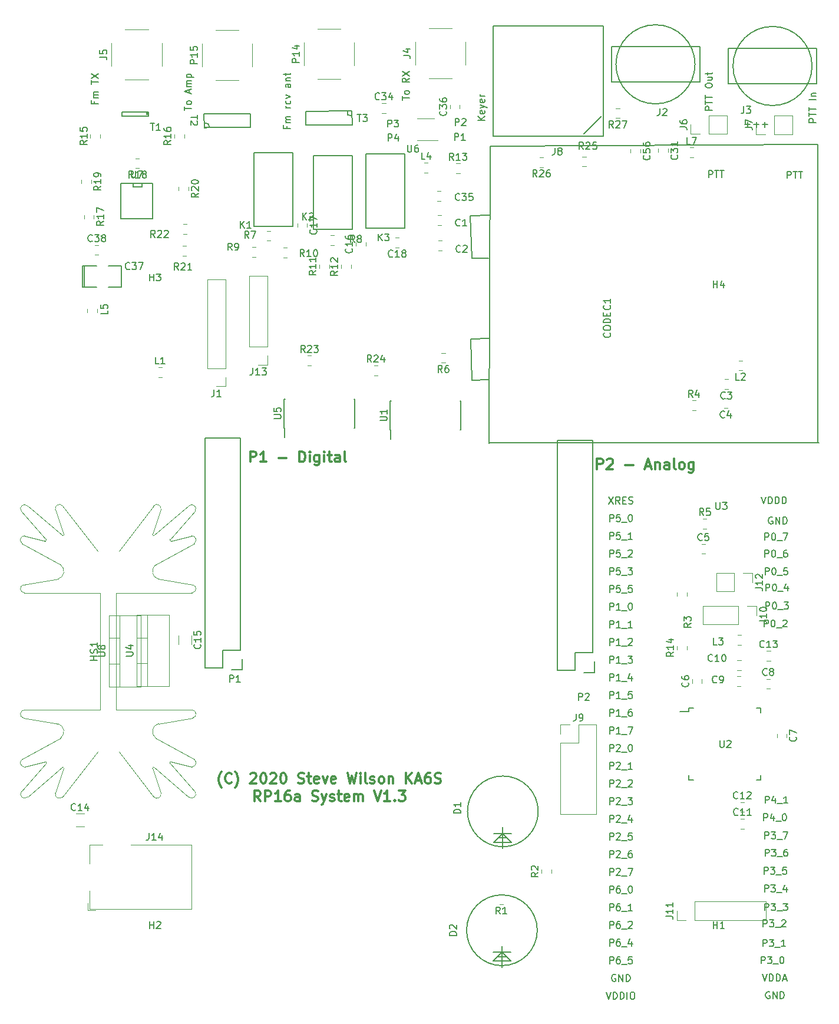
<source format=gto>
G04 #@! TF.GenerationSoftware,KiCad,Pcbnew,6.0.0-rc1-unknown-e7fa02a~66~ubuntu18.04.1*
G04 #@! TF.CreationDate,2021-12-29T11:19:39-08:00
G04 #@! TF.ProjectId,rp_adapter,72705f61-6461-4707-9465-722e6b696361,rev?*
G04 #@! TF.SameCoordinates,Original*
G04 #@! TF.FileFunction,Legend,Top*
G04 #@! TF.FilePolarity,Positive*
%FSLAX46Y46*%
G04 Gerber Fmt 4.6, Leading zero omitted, Abs format (unit mm)*
G04 Created by KiCad (PCBNEW 6.0.0-rc1-unknown-e7fa02a~66~ubuntu18.04.1) date Wed 29 Dec 2021 11:19:39 AM PST*
%MOMM*%
%LPD*%
G04 APERTURE LIST*
%ADD10C,0.150000*%
%ADD11C,0.300000*%
%ADD12C,0.120000*%
G04 APERTURE END LIST*
D10*
X103503904Y-44076380D02*
X103503904Y-43076380D01*
X103884857Y-43076380D01*
X103980095Y-43124000D01*
X104027714Y-43171619D01*
X104075333Y-43266857D01*
X104075333Y-43409714D01*
X104027714Y-43504952D01*
X103980095Y-43552571D01*
X103884857Y-43600190D01*
X103503904Y-43600190D01*
X104932476Y-43409714D02*
X104932476Y-44076380D01*
X104694380Y-43028761D02*
X104456285Y-43743047D01*
X105075333Y-43743047D01*
X103474904Y-42059380D02*
X103474904Y-41059380D01*
X103855857Y-41059380D01*
X103951095Y-41107000D01*
X103998714Y-41154619D01*
X104046333Y-41249857D01*
X104046333Y-41392714D01*
X103998714Y-41487952D01*
X103951095Y-41535571D01*
X103855857Y-41583190D01*
X103474904Y-41583190D01*
X104379666Y-41059380D02*
X104998714Y-41059380D01*
X104665380Y-41440333D01*
X104808238Y-41440333D01*
X104903476Y-41487952D01*
X104951095Y-41535571D01*
X104998714Y-41630809D01*
X104998714Y-41868904D01*
X104951095Y-41964142D01*
X104903476Y-42011761D01*
X104808238Y-42059380D01*
X104522523Y-42059380D01*
X104427285Y-42011761D01*
X104379666Y-41964142D01*
X113148904Y-41854380D02*
X113148904Y-40854380D01*
X113529857Y-40854380D01*
X113625095Y-40902000D01*
X113672714Y-40949619D01*
X113720333Y-41044857D01*
X113720333Y-41187714D01*
X113672714Y-41282952D01*
X113625095Y-41330571D01*
X113529857Y-41378190D01*
X113148904Y-41378190D01*
X114101285Y-40949619D02*
X114148904Y-40902000D01*
X114244142Y-40854380D01*
X114482238Y-40854380D01*
X114577476Y-40902000D01*
X114625095Y-40949619D01*
X114672714Y-41044857D01*
X114672714Y-41140095D01*
X114625095Y-41282952D01*
X114053666Y-41854380D01*
X114672714Y-41854380D01*
X113060904Y-43973380D02*
X113060904Y-42973380D01*
X113441857Y-42973380D01*
X113537095Y-43021000D01*
X113584714Y-43068619D01*
X113632333Y-43163857D01*
X113632333Y-43306714D01*
X113584714Y-43401952D01*
X113537095Y-43449571D01*
X113441857Y-43497190D01*
X113060904Y-43497190D01*
X114584714Y-43973380D02*
X114013285Y-43973380D01*
X114299000Y-43973380D02*
X114299000Y-42973380D01*
X114203761Y-43116238D01*
X114108523Y-43211476D01*
X114013285Y-43259095D01*
X150091380Y-39667666D02*
X149091380Y-39667666D01*
X149091380Y-39286714D01*
X149139000Y-39191476D01*
X149186619Y-39143857D01*
X149281857Y-39096238D01*
X149424714Y-39096238D01*
X149519952Y-39143857D01*
X149567571Y-39191476D01*
X149615190Y-39286714D01*
X149615190Y-39667666D01*
X149091380Y-38810523D02*
X149091380Y-38239095D01*
X150091380Y-38524809D02*
X149091380Y-38524809D01*
X149091380Y-38048619D02*
X149091380Y-37477190D01*
X150091380Y-37762904D02*
X149091380Y-37762904D01*
X149091380Y-36191476D02*
X149091380Y-36001000D01*
X149139000Y-35905761D01*
X149234238Y-35810523D01*
X149424714Y-35762904D01*
X149758047Y-35762904D01*
X149948523Y-35810523D01*
X150043761Y-35905761D01*
X150091380Y-36001000D01*
X150091380Y-36191476D01*
X150043761Y-36286714D01*
X149948523Y-36381952D01*
X149758047Y-36429571D01*
X149424714Y-36429571D01*
X149234238Y-36381952D01*
X149139000Y-36286714D01*
X149091380Y-36191476D01*
X149424714Y-34905761D02*
X150091380Y-34905761D01*
X149424714Y-35334333D02*
X149948523Y-35334333D01*
X150043761Y-35286714D01*
X150091380Y-35191476D01*
X150091380Y-35048619D01*
X150043761Y-34953380D01*
X149996142Y-34905761D01*
X149424714Y-34572428D02*
X149424714Y-34191476D01*
X149091380Y-34429571D02*
X149948523Y-34429571D01*
X150043761Y-34381952D01*
X150091380Y-34286714D01*
X150091380Y-34191476D01*
X165007380Y-41395238D02*
X164007380Y-41395238D01*
X164007380Y-41014285D01*
X164055000Y-40919047D01*
X164102619Y-40871428D01*
X164197857Y-40823809D01*
X164340714Y-40823809D01*
X164435952Y-40871428D01*
X164483571Y-40919047D01*
X164531190Y-41014285D01*
X164531190Y-41395238D01*
X164007380Y-40538095D02*
X164007380Y-39966666D01*
X165007380Y-40252380D02*
X164007380Y-40252380D01*
X164007380Y-39776190D02*
X164007380Y-39204761D01*
X165007380Y-39490476D02*
X164007380Y-39490476D01*
X165007380Y-38109523D02*
X164007380Y-38109523D01*
X164340714Y-37633333D02*
X165007380Y-37633333D01*
X164435952Y-37633333D02*
X164388333Y-37585714D01*
X164340714Y-37490476D01*
X164340714Y-37347619D01*
X164388333Y-37252380D01*
X164483571Y-37204761D01*
X165007380Y-37204761D01*
X154784952Y-41721428D02*
X155546857Y-41721428D01*
X155165904Y-42102380D02*
X155165904Y-41340476D01*
X156023047Y-41721428D02*
X156784952Y-41721428D01*
X156404000Y-42102380D02*
X156404000Y-41340476D01*
X157261142Y-41721428D02*
X158023047Y-41721428D01*
X157642095Y-42102380D02*
X157642095Y-41340476D01*
X160855190Y-49421380D02*
X160855190Y-48421380D01*
X161236142Y-48421380D01*
X161331380Y-48469000D01*
X161379000Y-48516619D01*
X161426619Y-48611857D01*
X161426619Y-48754714D01*
X161379000Y-48849952D01*
X161331380Y-48897571D01*
X161236142Y-48945190D01*
X160855190Y-48945190D01*
X161712333Y-48421380D02*
X162283761Y-48421380D01*
X161998047Y-49421380D02*
X161998047Y-48421380D01*
X162474238Y-48421380D02*
X163045666Y-48421380D01*
X162759952Y-49421380D02*
X162759952Y-48421380D01*
X149570190Y-49326380D02*
X149570190Y-48326380D01*
X149951142Y-48326380D01*
X150046380Y-48374000D01*
X150094000Y-48421619D01*
X150141619Y-48516857D01*
X150141619Y-48659714D01*
X150094000Y-48754952D01*
X150046380Y-48802571D01*
X149951142Y-48850190D01*
X149570190Y-48850190D01*
X150427333Y-48326380D02*
X150998761Y-48326380D01*
X150713047Y-49326380D02*
X150713047Y-48326380D01*
X151189238Y-48326380D02*
X151760666Y-48326380D01*
X151474952Y-49326380D02*
X151474952Y-48326380D01*
X117385380Y-41109523D02*
X116385380Y-41109523D01*
X117385380Y-40538095D02*
X116813952Y-40966666D01*
X116385380Y-40538095D02*
X116956809Y-41109523D01*
X117337761Y-39728571D02*
X117385380Y-39823809D01*
X117385380Y-40014285D01*
X117337761Y-40109523D01*
X117242523Y-40157142D01*
X116861571Y-40157142D01*
X116766333Y-40109523D01*
X116718714Y-40014285D01*
X116718714Y-39823809D01*
X116766333Y-39728571D01*
X116861571Y-39680952D01*
X116956809Y-39680952D01*
X117052047Y-40157142D01*
X116718714Y-39347619D02*
X117385380Y-39109523D01*
X116718714Y-38871428D02*
X117385380Y-39109523D01*
X117623476Y-39204761D01*
X117671095Y-39252380D01*
X117718714Y-39347619D01*
X117337761Y-38109523D02*
X117385380Y-38204761D01*
X117385380Y-38395238D01*
X117337761Y-38490476D01*
X117242523Y-38538095D01*
X116861571Y-38538095D01*
X116766333Y-38490476D01*
X116718714Y-38395238D01*
X116718714Y-38204761D01*
X116766333Y-38109523D01*
X116861571Y-38061904D01*
X116956809Y-38061904D01*
X117052047Y-38538095D01*
X117385380Y-37633333D02*
X116718714Y-37633333D01*
X116909190Y-37633333D02*
X116813952Y-37585714D01*
X116766333Y-37538095D01*
X116718714Y-37442857D01*
X116718714Y-37347619D01*
X105541380Y-38195238D02*
X105541380Y-37623809D01*
X106541380Y-37909523D02*
X105541380Y-37909523D01*
X106541380Y-37147619D02*
X106493761Y-37242857D01*
X106446142Y-37290476D01*
X106350904Y-37338095D01*
X106065190Y-37338095D01*
X105969952Y-37290476D01*
X105922333Y-37242857D01*
X105874714Y-37147619D01*
X105874714Y-37004761D01*
X105922333Y-36909523D01*
X105969952Y-36861904D01*
X106065190Y-36814285D01*
X106350904Y-36814285D01*
X106446142Y-36861904D01*
X106493761Y-36909523D01*
X106541380Y-37004761D01*
X106541380Y-37147619D01*
X106541380Y-35052380D02*
X106065190Y-35385714D01*
X106541380Y-35623809D02*
X105541380Y-35623809D01*
X105541380Y-35242857D01*
X105589000Y-35147619D01*
X105636619Y-35100000D01*
X105731857Y-35052380D01*
X105874714Y-35052380D01*
X105969952Y-35100000D01*
X106017571Y-35147619D01*
X106065190Y-35242857D01*
X106065190Y-35623809D01*
X105541380Y-34719047D02*
X106541380Y-34052380D01*
X105541380Y-34052380D02*
X106541380Y-34719047D01*
X88956571Y-41943238D02*
X88956571Y-42276571D01*
X89480380Y-42276571D02*
X88480380Y-42276571D01*
X88480380Y-41800380D01*
X89480380Y-41419428D02*
X88813714Y-41419428D01*
X88908952Y-41419428D02*
X88861333Y-41371809D01*
X88813714Y-41276571D01*
X88813714Y-41133714D01*
X88861333Y-41038476D01*
X88956571Y-40990857D01*
X89480380Y-40990857D01*
X88956571Y-40990857D02*
X88861333Y-40943238D01*
X88813714Y-40848000D01*
X88813714Y-40705142D01*
X88861333Y-40609904D01*
X88956571Y-40562285D01*
X89480380Y-40562285D01*
X89480380Y-39324190D02*
X88813714Y-39324190D01*
X89004190Y-39324190D02*
X88908952Y-39276571D01*
X88861333Y-39228952D01*
X88813714Y-39133714D01*
X88813714Y-39038476D01*
X89432761Y-38276571D02*
X89480380Y-38371809D01*
X89480380Y-38562285D01*
X89432761Y-38657523D01*
X89385142Y-38705142D01*
X89289904Y-38752761D01*
X89004190Y-38752761D01*
X88908952Y-38705142D01*
X88861333Y-38657523D01*
X88813714Y-38562285D01*
X88813714Y-38371809D01*
X88861333Y-38276571D01*
X88813714Y-37943238D02*
X89480380Y-37705142D01*
X88813714Y-37467047D01*
X89480380Y-35895619D02*
X88956571Y-35895619D01*
X88861333Y-35943238D01*
X88813714Y-36038476D01*
X88813714Y-36228952D01*
X88861333Y-36324190D01*
X89432761Y-35895619D02*
X89480380Y-35990857D01*
X89480380Y-36228952D01*
X89432761Y-36324190D01*
X89337523Y-36371809D01*
X89242285Y-36371809D01*
X89147047Y-36324190D01*
X89099428Y-36228952D01*
X89099428Y-35990857D01*
X89051809Y-35895619D01*
X88813714Y-35419428D02*
X89480380Y-35419428D01*
X88908952Y-35419428D02*
X88861333Y-35371809D01*
X88813714Y-35276571D01*
X88813714Y-35133714D01*
X88861333Y-35038476D01*
X88956571Y-34990857D01*
X89480380Y-34990857D01*
X88813714Y-34657523D02*
X88813714Y-34276571D01*
X88480380Y-34514666D02*
X89337523Y-34514666D01*
X89432761Y-34467047D01*
X89480380Y-34371809D01*
X89480380Y-34276571D01*
X74224380Y-39686666D02*
X74224380Y-39115238D01*
X75224380Y-39400952D02*
X74224380Y-39400952D01*
X75224380Y-38639047D02*
X75176761Y-38734285D01*
X75129142Y-38781904D01*
X75033904Y-38829523D01*
X74748190Y-38829523D01*
X74652952Y-38781904D01*
X74605333Y-38734285D01*
X74557714Y-38639047D01*
X74557714Y-38496190D01*
X74605333Y-38400952D01*
X74652952Y-38353333D01*
X74748190Y-38305714D01*
X75033904Y-38305714D01*
X75129142Y-38353333D01*
X75176761Y-38400952D01*
X75224380Y-38496190D01*
X75224380Y-38639047D01*
X74938666Y-37162857D02*
X74938666Y-36686666D01*
X75224380Y-37258095D02*
X74224380Y-36924761D01*
X75224380Y-36591428D01*
X75224380Y-36258095D02*
X74557714Y-36258095D01*
X74652952Y-36258095D02*
X74605333Y-36210476D01*
X74557714Y-36115238D01*
X74557714Y-35972380D01*
X74605333Y-35877142D01*
X74700571Y-35829523D01*
X75224380Y-35829523D01*
X74700571Y-35829523D02*
X74605333Y-35781904D01*
X74557714Y-35686666D01*
X74557714Y-35543809D01*
X74605333Y-35448571D01*
X74700571Y-35400952D01*
X75224380Y-35400952D01*
X74557714Y-34924761D02*
X75557714Y-34924761D01*
X74605333Y-34924761D02*
X74557714Y-34829523D01*
X74557714Y-34639047D01*
X74605333Y-34543809D01*
X74652952Y-34496190D01*
X74748190Y-34448571D01*
X75033904Y-34448571D01*
X75129142Y-34496190D01*
X75176761Y-34543809D01*
X75224380Y-34639047D01*
X75224380Y-34829523D01*
X75176761Y-34924761D01*
X61317571Y-38372904D02*
X61317571Y-38706238D01*
X61841380Y-38706238D02*
X60841380Y-38706238D01*
X60841380Y-38230047D01*
X61841380Y-37849095D02*
X61174714Y-37849095D01*
X61269952Y-37849095D02*
X61222333Y-37801476D01*
X61174714Y-37706238D01*
X61174714Y-37563380D01*
X61222333Y-37468142D01*
X61317571Y-37420523D01*
X61841380Y-37420523D01*
X61317571Y-37420523D02*
X61222333Y-37372904D01*
X61174714Y-37277666D01*
X61174714Y-37134809D01*
X61222333Y-37039571D01*
X61317571Y-36991952D01*
X61841380Y-36991952D01*
X60841380Y-35896714D02*
X60841380Y-35325285D01*
X61841380Y-35611000D02*
X60841380Y-35611000D01*
X60841380Y-35087190D02*
X61841380Y-34420523D01*
X60841380Y-34420523D02*
X61841380Y-35087190D01*
D11*
X133534428Y-91191571D02*
X133534428Y-89691571D01*
X134105857Y-89691571D01*
X134248714Y-89763000D01*
X134320142Y-89834428D01*
X134391571Y-89977285D01*
X134391571Y-90191571D01*
X134320142Y-90334428D01*
X134248714Y-90405857D01*
X134105857Y-90477285D01*
X133534428Y-90477285D01*
X134963000Y-89834428D02*
X135034428Y-89763000D01*
X135177285Y-89691571D01*
X135534428Y-89691571D01*
X135677285Y-89763000D01*
X135748714Y-89834428D01*
X135820142Y-89977285D01*
X135820142Y-90120142D01*
X135748714Y-90334428D01*
X134891571Y-91191571D01*
X135820142Y-91191571D01*
X137605857Y-90620142D02*
X138748714Y-90620142D01*
X140534428Y-90763000D02*
X141248714Y-90763000D01*
X140391571Y-91191571D02*
X140891571Y-89691571D01*
X141391571Y-91191571D01*
X141891571Y-90191571D02*
X141891571Y-91191571D01*
X141891571Y-90334428D02*
X141963000Y-90263000D01*
X142105857Y-90191571D01*
X142320142Y-90191571D01*
X142463000Y-90263000D01*
X142534428Y-90405857D01*
X142534428Y-91191571D01*
X143891571Y-91191571D02*
X143891571Y-90405857D01*
X143820142Y-90263000D01*
X143677285Y-90191571D01*
X143391571Y-90191571D01*
X143248714Y-90263000D01*
X143891571Y-91120142D02*
X143748714Y-91191571D01*
X143391571Y-91191571D01*
X143248714Y-91120142D01*
X143177285Y-90977285D01*
X143177285Y-90834428D01*
X143248714Y-90691571D01*
X143391571Y-90620142D01*
X143748714Y-90620142D01*
X143891571Y-90548714D01*
X144820142Y-91191571D02*
X144677285Y-91120142D01*
X144605857Y-90977285D01*
X144605857Y-89691571D01*
X145605857Y-91191571D02*
X145463000Y-91120142D01*
X145391571Y-91048714D01*
X145320142Y-90905857D01*
X145320142Y-90477285D01*
X145391571Y-90334428D01*
X145463000Y-90263000D01*
X145605857Y-90191571D01*
X145820142Y-90191571D01*
X145963000Y-90263000D01*
X146034428Y-90334428D01*
X146105857Y-90477285D01*
X146105857Y-90905857D01*
X146034428Y-91048714D01*
X145963000Y-91120142D01*
X145820142Y-91191571D01*
X145605857Y-91191571D01*
X147391571Y-90191571D02*
X147391571Y-91405857D01*
X147320142Y-91548714D01*
X147248714Y-91620142D01*
X147105857Y-91691571D01*
X146891571Y-91691571D01*
X146748714Y-91620142D01*
X147391571Y-91120142D02*
X147248714Y-91191571D01*
X146963000Y-91191571D01*
X146820142Y-91120142D01*
X146748714Y-91048714D01*
X146677285Y-90905857D01*
X146677285Y-90477285D01*
X146748714Y-90334428D01*
X146820142Y-90263000D01*
X146963000Y-90191571D01*
X147248714Y-90191571D01*
X147391571Y-90263000D01*
X83687571Y-90146571D02*
X83687571Y-88646571D01*
X84259000Y-88646571D01*
X84401857Y-88718000D01*
X84473285Y-88789428D01*
X84544714Y-88932285D01*
X84544714Y-89146571D01*
X84473285Y-89289428D01*
X84401857Y-89360857D01*
X84259000Y-89432285D01*
X83687571Y-89432285D01*
X85973285Y-90146571D02*
X85116142Y-90146571D01*
X85544714Y-90146571D02*
X85544714Y-88646571D01*
X85401857Y-88860857D01*
X85259000Y-89003714D01*
X85116142Y-89075142D01*
X87759000Y-89575142D02*
X88901857Y-89575142D01*
X90759000Y-90146571D02*
X90759000Y-88646571D01*
X91116142Y-88646571D01*
X91330428Y-88718000D01*
X91473285Y-88860857D01*
X91544714Y-89003714D01*
X91616142Y-89289428D01*
X91616142Y-89503714D01*
X91544714Y-89789428D01*
X91473285Y-89932285D01*
X91330428Y-90075142D01*
X91116142Y-90146571D01*
X90759000Y-90146571D01*
X92259000Y-90146571D02*
X92259000Y-89146571D01*
X92259000Y-88646571D02*
X92187571Y-88718000D01*
X92259000Y-88789428D01*
X92330428Y-88718000D01*
X92259000Y-88646571D01*
X92259000Y-88789428D01*
X93616142Y-89146571D02*
X93616142Y-90360857D01*
X93544714Y-90503714D01*
X93473285Y-90575142D01*
X93330428Y-90646571D01*
X93116142Y-90646571D01*
X92973285Y-90575142D01*
X93616142Y-90075142D02*
X93473285Y-90146571D01*
X93187571Y-90146571D01*
X93044714Y-90075142D01*
X92973285Y-90003714D01*
X92901857Y-89860857D01*
X92901857Y-89432285D01*
X92973285Y-89289428D01*
X93044714Y-89218000D01*
X93187571Y-89146571D01*
X93473285Y-89146571D01*
X93616142Y-89218000D01*
X94330428Y-90146571D02*
X94330428Y-89146571D01*
X94330428Y-88646571D02*
X94259000Y-88718000D01*
X94330428Y-88789428D01*
X94401857Y-88718000D01*
X94330428Y-88646571D01*
X94330428Y-88789428D01*
X94830428Y-89146571D02*
X95401857Y-89146571D01*
X95044714Y-88646571D02*
X95044714Y-89932285D01*
X95116142Y-90075142D01*
X95259000Y-90146571D01*
X95401857Y-90146571D01*
X96544714Y-90146571D02*
X96544714Y-89360857D01*
X96473285Y-89218000D01*
X96330428Y-89146571D01*
X96044714Y-89146571D01*
X95901857Y-89218000D01*
X96544714Y-90075142D02*
X96401857Y-90146571D01*
X96044714Y-90146571D01*
X95901857Y-90075142D01*
X95830428Y-89932285D01*
X95830428Y-89789428D01*
X95901857Y-89646571D01*
X96044714Y-89575142D01*
X96401857Y-89575142D01*
X96544714Y-89503714D01*
X97473285Y-90146571D02*
X97330428Y-90075142D01*
X97259000Y-89932285D01*
X97259000Y-88646571D01*
X79588000Y-136911000D02*
X79516571Y-136839571D01*
X79373714Y-136625285D01*
X79302285Y-136482428D01*
X79230857Y-136268142D01*
X79159428Y-135911000D01*
X79159428Y-135625285D01*
X79230857Y-135268142D01*
X79302285Y-135053857D01*
X79373714Y-134911000D01*
X79516571Y-134696714D01*
X79588000Y-134625285D01*
X81016571Y-136196714D02*
X80945142Y-136268142D01*
X80730857Y-136339571D01*
X80588000Y-136339571D01*
X80373714Y-136268142D01*
X80230857Y-136125285D01*
X80159428Y-135982428D01*
X80088000Y-135696714D01*
X80088000Y-135482428D01*
X80159428Y-135196714D01*
X80230857Y-135053857D01*
X80373714Y-134911000D01*
X80588000Y-134839571D01*
X80730857Y-134839571D01*
X80945142Y-134911000D01*
X81016571Y-134982428D01*
X81516571Y-136911000D02*
X81588000Y-136839571D01*
X81730857Y-136625285D01*
X81802285Y-136482428D01*
X81873714Y-136268142D01*
X81945142Y-135911000D01*
X81945142Y-135625285D01*
X81873714Y-135268142D01*
X81802285Y-135053857D01*
X81730857Y-134911000D01*
X81588000Y-134696714D01*
X81516571Y-134625285D01*
X83730857Y-134982428D02*
X83802285Y-134911000D01*
X83945142Y-134839571D01*
X84302285Y-134839571D01*
X84445142Y-134911000D01*
X84516571Y-134982428D01*
X84588000Y-135125285D01*
X84588000Y-135268142D01*
X84516571Y-135482428D01*
X83659428Y-136339571D01*
X84588000Y-136339571D01*
X85516571Y-134839571D02*
X85659428Y-134839571D01*
X85802285Y-134911000D01*
X85873714Y-134982428D01*
X85945142Y-135125285D01*
X86016571Y-135411000D01*
X86016571Y-135768142D01*
X85945142Y-136053857D01*
X85873714Y-136196714D01*
X85802285Y-136268142D01*
X85659428Y-136339571D01*
X85516571Y-136339571D01*
X85373714Y-136268142D01*
X85302285Y-136196714D01*
X85230857Y-136053857D01*
X85159428Y-135768142D01*
X85159428Y-135411000D01*
X85230857Y-135125285D01*
X85302285Y-134982428D01*
X85373714Y-134911000D01*
X85516571Y-134839571D01*
X86588000Y-134982428D02*
X86659428Y-134911000D01*
X86802285Y-134839571D01*
X87159428Y-134839571D01*
X87302285Y-134911000D01*
X87373714Y-134982428D01*
X87445142Y-135125285D01*
X87445142Y-135268142D01*
X87373714Y-135482428D01*
X86516571Y-136339571D01*
X87445142Y-136339571D01*
X88373714Y-134839571D02*
X88516571Y-134839571D01*
X88659428Y-134911000D01*
X88730857Y-134982428D01*
X88802285Y-135125285D01*
X88873714Y-135411000D01*
X88873714Y-135768142D01*
X88802285Y-136053857D01*
X88730857Y-136196714D01*
X88659428Y-136268142D01*
X88516571Y-136339571D01*
X88373714Y-136339571D01*
X88230857Y-136268142D01*
X88159428Y-136196714D01*
X88088000Y-136053857D01*
X88016571Y-135768142D01*
X88016571Y-135411000D01*
X88088000Y-135125285D01*
X88159428Y-134982428D01*
X88230857Y-134911000D01*
X88373714Y-134839571D01*
X90588000Y-136268142D02*
X90802285Y-136339571D01*
X91159428Y-136339571D01*
X91302285Y-136268142D01*
X91373714Y-136196714D01*
X91445142Y-136053857D01*
X91445142Y-135911000D01*
X91373714Y-135768142D01*
X91302285Y-135696714D01*
X91159428Y-135625285D01*
X90873714Y-135553857D01*
X90730857Y-135482428D01*
X90659428Y-135411000D01*
X90588000Y-135268142D01*
X90588000Y-135125285D01*
X90659428Y-134982428D01*
X90730857Y-134911000D01*
X90873714Y-134839571D01*
X91230857Y-134839571D01*
X91445142Y-134911000D01*
X91873714Y-135339571D02*
X92445142Y-135339571D01*
X92088000Y-134839571D02*
X92088000Y-136125285D01*
X92159428Y-136268142D01*
X92302285Y-136339571D01*
X92445142Y-136339571D01*
X93516571Y-136268142D02*
X93373714Y-136339571D01*
X93088000Y-136339571D01*
X92945142Y-136268142D01*
X92873714Y-136125285D01*
X92873714Y-135553857D01*
X92945142Y-135411000D01*
X93088000Y-135339571D01*
X93373714Y-135339571D01*
X93516571Y-135411000D01*
X93588000Y-135553857D01*
X93588000Y-135696714D01*
X92873714Y-135839571D01*
X94088000Y-135339571D02*
X94445142Y-136339571D01*
X94802285Y-135339571D01*
X95945142Y-136268142D02*
X95802285Y-136339571D01*
X95516571Y-136339571D01*
X95373714Y-136268142D01*
X95302285Y-136125285D01*
X95302285Y-135553857D01*
X95373714Y-135411000D01*
X95516571Y-135339571D01*
X95802285Y-135339571D01*
X95945142Y-135411000D01*
X96016571Y-135553857D01*
X96016571Y-135696714D01*
X95302285Y-135839571D01*
X97659428Y-134839571D02*
X98016571Y-136339571D01*
X98302285Y-135268142D01*
X98588000Y-136339571D01*
X98945142Y-134839571D01*
X99516571Y-136339571D02*
X99516571Y-135339571D01*
X99516571Y-134839571D02*
X99445142Y-134911000D01*
X99516571Y-134982428D01*
X99588000Y-134911000D01*
X99516571Y-134839571D01*
X99516571Y-134982428D01*
X100445142Y-136339571D02*
X100302285Y-136268142D01*
X100230857Y-136125285D01*
X100230857Y-134839571D01*
X100945142Y-136268142D02*
X101088000Y-136339571D01*
X101373714Y-136339571D01*
X101516571Y-136268142D01*
X101588000Y-136125285D01*
X101588000Y-136053857D01*
X101516571Y-135911000D01*
X101373714Y-135839571D01*
X101159428Y-135839571D01*
X101016571Y-135768142D01*
X100945142Y-135625285D01*
X100945142Y-135553857D01*
X101016571Y-135411000D01*
X101159428Y-135339571D01*
X101373714Y-135339571D01*
X101516571Y-135411000D01*
X102445142Y-136339571D02*
X102302285Y-136268142D01*
X102230857Y-136196714D01*
X102159428Y-136053857D01*
X102159428Y-135625285D01*
X102230857Y-135482428D01*
X102302285Y-135411000D01*
X102445142Y-135339571D01*
X102659428Y-135339571D01*
X102802285Y-135411000D01*
X102873714Y-135482428D01*
X102945142Y-135625285D01*
X102945142Y-136053857D01*
X102873714Y-136196714D01*
X102802285Y-136268142D01*
X102659428Y-136339571D01*
X102445142Y-136339571D01*
X103588000Y-135339571D02*
X103588000Y-136339571D01*
X103588000Y-135482428D02*
X103659428Y-135411000D01*
X103802285Y-135339571D01*
X104016571Y-135339571D01*
X104159428Y-135411000D01*
X104230857Y-135553857D01*
X104230857Y-136339571D01*
X106088000Y-136339571D02*
X106088000Y-134839571D01*
X106945142Y-136339571D02*
X106302285Y-135482428D01*
X106945142Y-134839571D02*
X106088000Y-135696714D01*
X107516571Y-135911000D02*
X108230857Y-135911000D01*
X107373714Y-136339571D02*
X107873714Y-134839571D01*
X108373714Y-136339571D01*
X109516571Y-134839571D02*
X109230857Y-134839571D01*
X109088000Y-134911000D01*
X109016571Y-134982428D01*
X108873714Y-135196714D01*
X108802285Y-135482428D01*
X108802285Y-136053857D01*
X108873714Y-136196714D01*
X108945142Y-136268142D01*
X109088000Y-136339571D01*
X109373714Y-136339571D01*
X109516571Y-136268142D01*
X109588000Y-136196714D01*
X109659428Y-136053857D01*
X109659428Y-135696714D01*
X109588000Y-135553857D01*
X109516571Y-135482428D01*
X109373714Y-135411000D01*
X109088000Y-135411000D01*
X108945142Y-135482428D01*
X108873714Y-135553857D01*
X108802285Y-135696714D01*
X110230857Y-136268142D02*
X110445142Y-136339571D01*
X110802285Y-136339571D01*
X110945142Y-136268142D01*
X111016571Y-136196714D01*
X111088000Y-136053857D01*
X111088000Y-135911000D01*
X111016571Y-135768142D01*
X110945142Y-135696714D01*
X110802285Y-135625285D01*
X110516571Y-135553857D01*
X110373714Y-135482428D01*
X110302285Y-135411000D01*
X110230857Y-135268142D01*
X110230857Y-135125285D01*
X110302285Y-134982428D01*
X110373714Y-134911000D01*
X110516571Y-134839571D01*
X110873714Y-134839571D01*
X111088000Y-134911000D01*
X85159428Y-138889571D02*
X84659428Y-138175285D01*
X84302285Y-138889571D02*
X84302285Y-137389571D01*
X84873714Y-137389571D01*
X85016571Y-137461000D01*
X85088000Y-137532428D01*
X85159428Y-137675285D01*
X85159428Y-137889571D01*
X85088000Y-138032428D01*
X85016571Y-138103857D01*
X84873714Y-138175285D01*
X84302285Y-138175285D01*
X85802285Y-138889571D02*
X85802285Y-137389571D01*
X86373714Y-137389571D01*
X86516571Y-137461000D01*
X86588000Y-137532428D01*
X86659428Y-137675285D01*
X86659428Y-137889571D01*
X86588000Y-138032428D01*
X86516571Y-138103857D01*
X86373714Y-138175285D01*
X85802285Y-138175285D01*
X88088000Y-138889571D02*
X87230857Y-138889571D01*
X87659428Y-138889571D02*
X87659428Y-137389571D01*
X87516571Y-137603857D01*
X87373714Y-137746714D01*
X87230857Y-137818142D01*
X89373714Y-137389571D02*
X89088000Y-137389571D01*
X88945142Y-137461000D01*
X88873714Y-137532428D01*
X88730857Y-137746714D01*
X88659428Y-138032428D01*
X88659428Y-138603857D01*
X88730857Y-138746714D01*
X88802285Y-138818142D01*
X88945142Y-138889571D01*
X89230857Y-138889571D01*
X89373714Y-138818142D01*
X89445142Y-138746714D01*
X89516571Y-138603857D01*
X89516571Y-138246714D01*
X89445142Y-138103857D01*
X89373714Y-138032428D01*
X89230857Y-137961000D01*
X88945142Y-137961000D01*
X88802285Y-138032428D01*
X88730857Y-138103857D01*
X88659428Y-138246714D01*
X90802285Y-138889571D02*
X90802285Y-138103857D01*
X90730857Y-137961000D01*
X90588000Y-137889571D01*
X90302285Y-137889571D01*
X90159428Y-137961000D01*
X90802285Y-138818142D02*
X90659428Y-138889571D01*
X90302285Y-138889571D01*
X90159428Y-138818142D01*
X90088000Y-138675285D01*
X90088000Y-138532428D01*
X90159428Y-138389571D01*
X90302285Y-138318142D01*
X90659428Y-138318142D01*
X90802285Y-138246714D01*
X92588000Y-138818142D02*
X92802285Y-138889571D01*
X93159428Y-138889571D01*
X93302285Y-138818142D01*
X93373714Y-138746714D01*
X93445142Y-138603857D01*
X93445142Y-138461000D01*
X93373714Y-138318142D01*
X93302285Y-138246714D01*
X93159428Y-138175285D01*
X92873714Y-138103857D01*
X92730857Y-138032428D01*
X92659428Y-137961000D01*
X92588000Y-137818142D01*
X92588000Y-137675285D01*
X92659428Y-137532428D01*
X92730857Y-137461000D01*
X92873714Y-137389571D01*
X93230857Y-137389571D01*
X93445142Y-137461000D01*
X93945142Y-137889571D02*
X94302285Y-138889571D01*
X94659428Y-137889571D02*
X94302285Y-138889571D01*
X94159428Y-139246714D01*
X94088000Y-139318142D01*
X93945142Y-139389571D01*
X95159428Y-138818142D02*
X95302285Y-138889571D01*
X95588000Y-138889571D01*
X95730857Y-138818142D01*
X95802285Y-138675285D01*
X95802285Y-138603857D01*
X95730857Y-138461000D01*
X95588000Y-138389571D01*
X95373714Y-138389571D01*
X95230857Y-138318142D01*
X95159428Y-138175285D01*
X95159428Y-138103857D01*
X95230857Y-137961000D01*
X95373714Y-137889571D01*
X95588000Y-137889571D01*
X95730857Y-137961000D01*
X96230857Y-137889571D02*
X96802285Y-137889571D01*
X96445142Y-137389571D02*
X96445142Y-138675285D01*
X96516571Y-138818142D01*
X96659428Y-138889571D01*
X96802285Y-138889571D01*
X97873714Y-138818142D02*
X97730857Y-138889571D01*
X97445142Y-138889571D01*
X97302285Y-138818142D01*
X97230857Y-138675285D01*
X97230857Y-138103857D01*
X97302285Y-137961000D01*
X97445142Y-137889571D01*
X97730857Y-137889571D01*
X97873714Y-137961000D01*
X97945142Y-138103857D01*
X97945142Y-138246714D01*
X97230857Y-138389571D01*
X98588000Y-138889571D02*
X98588000Y-137889571D01*
X98588000Y-138032428D02*
X98659428Y-137961000D01*
X98802285Y-137889571D01*
X99016571Y-137889571D01*
X99159428Y-137961000D01*
X99230857Y-138103857D01*
X99230857Y-138889571D01*
X99230857Y-138103857D02*
X99302285Y-137961000D01*
X99445142Y-137889571D01*
X99659428Y-137889571D01*
X99802285Y-137961000D01*
X99873714Y-138103857D01*
X99873714Y-138889571D01*
X101516571Y-137389571D02*
X102016571Y-138889571D01*
X102516571Y-137389571D01*
X103802285Y-138889571D02*
X102945142Y-138889571D01*
X103373714Y-138889571D02*
X103373714Y-137389571D01*
X103230857Y-137603857D01*
X103088000Y-137746714D01*
X102945142Y-137818142D01*
X104445142Y-138746714D02*
X104516571Y-138818142D01*
X104445142Y-138889571D01*
X104373714Y-138818142D01*
X104445142Y-138746714D01*
X104445142Y-138889571D01*
X105016571Y-137389571D02*
X105945142Y-137389571D01*
X105445142Y-137961000D01*
X105659428Y-137961000D01*
X105802285Y-138032428D01*
X105873714Y-138103857D01*
X105945142Y-138246714D01*
X105945142Y-138603857D01*
X105873714Y-138746714D01*
X105802285Y-138818142D01*
X105659428Y-138889571D01*
X105230857Y-138889571D01*
X105088000Y-138818142D01*
X105016571Y-138746714D01*
D10*
X117985000Y-87478000D02*
X118145000Y-44778000D01*
X118205000Y-44778000D02*
X165265000Y-44558000D01*
X165265000Y-44558000D02*
X165285000Y-87278000D01*
X165405000Y-87398000D02*
X117995000Y-87418000D01*
X117885000Y-78358000D02*
X115515000Y-78458000D01*
X115515000Y-78458000D02*
X115415000Y-72508000D01*
X115415000Y-72508000D02*
X118085000Y-72398000D01*
X117885000Y-60898000D02*
X115515000Y-60898000D01*
X115515000Y-60898000D02*
X115315000Y-54838000D01*
X115315000Y-54838000D02*
X118085000Y-54738000D01*
D12*
X157920748Y-118724000D02*
X158443252Y-118724000D01*
X157920748Y-117304000D02*
X158443252Y-117304000D01*
D10*
X146728000Y-125466000D02*
X146728000Y-126041000D01*
X157078000Y-125466000D02*
X157078000Y-126141000D01*
X157078000Y-135816000D02*
X157078000Y-135141000D01*
X146728000Y-135816000D02*
X146728000Y-135141000D01*
X146728000Y-125466000D02*
X147403000Y-125466000D01*
X146728000Y-135816000D02*
X147403000Y-135816000D01*
X157078000Y-135816000D02*
X156403000Y-135816000D01*
X157078000Y-125466000D02*
X156403000Y-125466000D01*
X146728000Y-126041000D02*
X145453000Y-126041000D01*
X127802000Y-120108000D02*
X127802000Y-87088000D01*
X132882000Y-117568000D02*
X132882000Y-87088000D01*
X127802000Y-87088000D02*
X132882000Y-87088000D01*
X127802000Y-120108000D02*
X130342000Y-120108000D01*
X131612000Y-120388000D02*
X133162000Y-120388000D01*
X130342000Y-120108000D02*
X130342000Y-117568000D01*
X130342000Y-117568000D02*
X132882000Y-117568000D01*
X133162000Y-120388000D02*
X133162000Y-118838000D01*
X77207900Y-119730000D02*
X77207900Y-86710000D01*
X82287900Y-117190000D02*
X82287900Y-86710000D01*
X77207900Y-86710000D02*
X82287900Y-86710000D01*
X77207900Y-119730000D02*
X79747900Y-119730000D01*
X81017900Y-120010000D02*
X82567900Y-120010000D01*
X79747900Y-119730000D02*
X79747900Y-117190000D01*
X79747900Y-117190000D02*
X82287900Y-117190000D01*
X82567900Y-120010000D02*
X82567900Y-118460000D01*
X59618000Y-61997000D02*
X59618000Y-65045000D01*
X63301000Y-65045000D02*
X65206000Y-65045000D01*
X65206000Y-65045000D02*
X65206000Y-61997000D01*
X65206000Y-61997000D02*
X63301000Y-61997000D01*
X61650000Y-61997000D02*
X59618000Y-61997000D01*
X59818000Y-61997000D02*
X59818000Y-65045000D01*
X59618000Y-65045000D02*
X61650000Y-65045000D01*
X77180000Y-42137000D02*
X83730000Y-42097000D01*
X83730000Y-42097000D02*
X83730000Y-40157000D01*
X83730000Y-40157000D02*
X77060000Y-40117000D01*
X77060000Y-40117000D02*
X77100000Y-42177000D01*
X77100000Y-42177000D02*
X77750000Y-42137000D01*
X77750000Y-42137000D02*
X77710000Y-41567000D01*
X77710000Y-41567000D02*
X77210000Y-41527000D01*
X77210000Y-41527000D02*
X77290000Y-41527000D01*
X68908000Y-39914000D02*
X68908000Y-40214000D01*
X68908000Y-40214000D02*
X68808000Y-40214000D01*
X68808000Y-39964000D02*
X68808000Y-40214000D01*
X68808000Y-40214000D02*
X69008000Y-40214000D01*
X69008000Y-40214000D02*
X68958000Y-40014000D01*
X69093000Y-39884000D02*
X65283000Y-39884000D01*
X65283000Y-39884000D02*
X65283000Y-40519000D01*
X65283000Y-40519000D02*
X69093000Y-40519000D01*
X69093000Y-40519000D02*
X69093000Y-39884000D01*
X69666000Y-50170000D02*
X69666000Y-55250000D01*
X69666000Y-55250000D02*
X65094000Y-55250000D01*
X65094000Y-55250000D02*
X65094000Y-50170000D01*
X65094000Y-50170000D02*
X69666000Y-50170000D01*
X68142000Y-50170000D02*
X68142000Y-50678000D01*
X68142000Y-50678000D02*
X66872000Y-50678000D01*
X66872000Y-50678000D02*
X66872000Y-50170000D01*
X119990000Y-142633000D02*
X119990000Y-145681000D01*
X119990000Y-143522000D02*
X119990000Y-144792000D01*
X120625000Y-144157000D02*
X119355000Y-144157000D01*
X119990000Y-143522000D02*
X118720000Y-144792000D01*
X119990000Y-143522000D02*
X121260000Y-144792000D01*
X121260000Y-143522000D02*
X118720000Y-143522000D01*
X121260000Y-144792000D02*
X118720000Y-144792000D01*
X125070000Y-140347000D02*
G75*
G03X125070000Y-140347000I-5080000J0D01*
G01*
X119860000Y-159703000D02*
X119860000Y-162751000D01*
X119860000Y-160592000D02*
X119860000Y-161862000D01*
X120495000Y-161227000D02*
X119225000Y-161227000D01*
X119860000Y-160592000D02*
X118590000Y-161862000D01*
X119860000Y-160592000D02*
X121130000Y-161862000D01*
X121130000Y-160592000D02*
X118590000Y-160592000D01*
X121130000Y-161862000D02*
X118590000Y-161862000D01*
X124940000Y-157417000D02*
G75*
G03X124940000Y-157417000I-5080000J0D01*
G01*
X98221000Y-39764000D02*
X91671000Y-39804000D01*
X91671000Y-39804000D02*
X91671000Y-41744000D01*
X91671000Y-41744000D02*
X98341000Y-41784000D01*
X98341000Y-41784000D02*
X98301000Y-39724000D01*
X98301000Y-39724000D02*
X97651000Y-39764000D01*
X97651000Y-39764000D02*
X97691000Y-40334000D01*
X97691000Y-40334000D02*
X98191000Y-40374000D01*
X98191000Y-40374000D02*
X98111000Y-40374000D01*
D12*
X111139252Y-54751000D02*
X110616748Y-54751000D01*
X111139252Y-56171000D02*
X110616748Y-56171000D01*
X111272252Y-59791000D02*
X110749748Y-59791000D01*
X111272252Y-58371000D02*
X110749748Y-58371000D01*
X152360252Y-79708000D02*
X151837748Y-79708000D01*
X152360252Y-78288000D02*
X151837748Y-78288000D01*
X152283252Y-81020000D02*
X151760748Y-81020000D01*
X152283252Y-82440000D02*
X151760748Y-82440000D01*
X142323000Y-45171748D02*
X142323000Y-45694252D01*
X143743000Y-45171748D02*
X143743000Y-45694252D01*
X102638748Y-40057000D02*
X103161252Y-40057000D01*
X102638748Y-38637000D02*
X103161252Y-38637000D01*
X111097252Y-52704000D02*
X110574748Y-52704000D01*
X111097252Y-51284000D02*
X110574748Y-51284000D01*
X61377748Y-60422000D02*
X61900252Y-60422000D01*
X61377748Y-59002000D02*
X61900252Y-59002000D01*
X139761000Y-45236748D02*
X139761000Y-45759252D01*
X138341000Y-45236748D02*
X138341000Y-45759252D01*
X128239000Y-140728000D02*
X133439000Y-140728000D01*
X128239000Y-130508000D02*
X128239000Y-140728000D01*
X133439000Y-127908000D02*
X133439000Y-140728000D01*
X128239000Y-130508000D02*
X130839000Y-130508000D01*
X130839000Y-130508000D02*
X130839000Y-127908000D01*
X130839000Y-127908000D02*
X133439000Y-127908000D01*
X128239000Y-129238000D02*
X128239000Y-127908000D01*
X128239000Y-127908000D02*
X129569000Y-127908000D01*
X152181000Y-43031000D02*
X152181000Y-40371000D01*
X149581000Y-43031000D02*
X152181000Y-43031000D01*
X149581000Y-40371000D02*
X152181000Y-40371000D01*
X149581000Y-43031000D02*
X149581000Y-40371000D01*
X148311000Y-43031000D02*
X146981000Y-43031000D01*
X146981000Y-43031000D02*
X146981000Y-41701000D01*
X156380000Y-43082000D02*
X156380000Y-41752000D01*
X157710000Y-43082000D02*
X156380000Y-43082000D01*
X158980000Y-43082000D02*
X158980000Y-40422000D01*
X158980000Y-40422000D02*
X161580000Y-40422000D01*
X158980000Y-43082000D02*
X161580000Y-43082000D01*
X161580000Y-43082000D02*
X161580000Y-40422000D01*
X70465748Y-76571000D02*
X70988252Y-76571000D01*
X70465748Y-77991000D02*
X70988252Y-77991000D01*
X154401252Y-77012000D02*
X153878748Y-77012000D01*
X154401252Y-75592000D02*
X153878748Y-75592000D01*
X108705748Y-47201000D02*
X109228252Y-47201000D01*
X108705748Y-48621000D02*
X109228252Y-48621000D01*
X60266000Y-68172748D02*
X60266000Y-68695252D01*
X61686000Y-68172748D02*
X61686000Y-68695252D01*
X120021252Y-152267000D02*
X119498748Y-152267000D01*
X120021252Y-153687000D02*
X119498748Y-153687000D01*
X125551000Y-149219252D02*
X125551000Y-148696748D01*
X126971000Y-149219252D02*
X126971000Y-148696748D01*
X145001000Y-108910748D02*
X145001000Y-109433252D01*
X146421000Y-108910748D02*
X146421000Y-109433252D01*
X147178748Y-81341000D02*
X147701252Y-81341000D01*
X147178748Y-82761000D02*
X147701252Y-82761000D01*
X148766748Y-98311000D02*
X149289252Y-98311000D01*
X148766748Y-99731000D02*
X149289252Y-99731000D01*
X113294748Y-48715000D02*
X113817252Y-48715000D01*
X113294748Y-47295000D02*
X113817252Y-47295000D01*
X60722000Y-43620252D02*
X60722000Y-43097748D01*
X62142000Y-43620252D02*
X62142000Y-43097748D01*
X72783000Y-43620252D02*
X72783000Y-43097748D01*
X74203000Y-43620252D02*
X74203000Y-43097748D01*
X59801000Y-54682748D02*
X59801000Y-55205252D01*
X61221000Y-54682748D02*
X61221000Y-55205252D01*
X67751252Y-47973000D02*
X67228748Y-47973000D01*
X67751252Y-46553000D02*
X67228748Y-46553000D01*
X59416000Y-49642748D02*
X59416000Y-50165252D01*
X60836000Y-49642748D02*
X60836000Y-50165252D01*
X74846000Y-50661748D02*
X74846000Y-51184252D01*
X73426000Y-50661748D02*
X73426000Y-51184252D01*
X73941748Y-60532000D02*
X74464252Y-60532000D01*
X73941748Y-59112000D02*
X74464252Y-59112000D01*
X74562252Y-57394000D02*
X74039748Y-57394000D01*
X74562252Y-55974000D02*
X74039748Y-55974000D01*
X131420748Y-47722000D02*
X131943252Y-47722000D01*
X131420748Y-46302000D02*
X131943252Y-46302000D01*
X125797252Y-47821000D02*
X125274748Y-47821000D01*
X125797252Y-46401000D02*
X125274748Y-46401000D01*
X136762252Y-39356000D02*
X136239748Y-39356000D01*
X136762252Y-40776000D02*
X136239748Y-40776000D01*
X146847748Y-45019000D02*
X147370252Y-45019000D01*
X146847748Y-46439000D02*
X147370252Y-46439000D01*
X148541748Y-101928000D02*
X149064252Y-101928000D01*
X148541748Y-103348000D02*
X149064252Y-103348000D01*
X148612000Y-121917252D02*
X148612000Y-121394748D01*
X147192000Y-121917252D02*
X147192000Y-121394748D01*
X159368000Y-129237748D02*
X159368000Y-129760252D01*
X160788000Y-129237748D02*
X160788000Y-129760252D01*
X157857748Y-121311000D02*
X158380252Y-121311000D01*
X157857748Y-122731000D02*
X158380252Y-122731000D01*
X154194252Y-122358000D02*
X153671748Y-122358000D01*
X154194252Y-120938000D02*
X153671748Y-120938000D01*
X154212252Y-120088000D02*
X153689748Y-120088000D01*
X154212252Y-118668000D02*
X153689748Y-118668000D01*
X154162748Y-142827000D02*
X154685252Y-142827000D01*
X154162748Y-141407000D02*
X154685252Y-141407000D01*
X154126748Y-139012000D02*
X154649252Y-139012000D01*
X154126748Y-140432000D02*
X154649252Y-140432000D01*
X148699000Y-110843000D02*
X148699000Y-113503000D01*
X153839000Y-110843000D02*
X148699000Y-110843000D01*
X153839000Y-113503000D02*
X148699000Y-113503000D01*
X153839000Y-110843000D02*
X153839000Y-113503000D01*
X155109000Y-110843000D02*
X156439000Y-110843000D01*
X156439000Y-110843000D02*
X156439000Y-112173000D01*
X157811000Y-155940000D02*
X157811000Y-153280000D01*
X147591000Y-155940000D02*
X157811000Y-155940000D01*
X147591000Y-153280000D02*
X157811000Y-153280000D01*
X147591000Y-155940000D02*
X147591000Y-153280000D01*
X146321000Y-155940000D02*
X144991000Y-155940000D01*
X144991000Y-155940000D02*
X144991000Y-154610000D01*
X150664000Y-106098000D02*
X150664000Y-108758000D01*
X153264000Y-106098000D02*
X150664000Y-106098000D01*
X153264000Y-108758000D02*
X150664000Y-108758000D01*
X153264000Y-106098000D02*
X153264000Y-108758000D01*
X154534000Y-106098000D02*
X155864000Y-106098000D01*
X155864000Y-106098000D02*
X155864000Y-107428000D01*
X154265252Y-116446000D02*
X153742748Y-116446000D01*
X154265252Y-115026000D02*
X153742748Y-115026000D01*
X112384000Y-39399252D02*
X112384000Y-38876748D01*
X113804000Y-39399252D02*
X113804000Y-38876748D01*
X110090000Y-40876000D02*
X107690000Y-40876000D01*
X107690000Y-43976000D02*
X110640000Y-43976000D01*
X111701252Y-75911000D02*
X111178748Y-75911000D01*
X111701252Y-74491000D02*
X111178748Y-74491000D01*
X58617936Y-142516000D02*
X59822064Y-142516000D01*
X58617936Y-140696000D02*
X59822064Y-140696000D01*
X75227000Y-115114936D02*
X75227000Y-116319064D01*
X73407000Y-115114936D02*
X73407000Y-116319064D01*
X60389000Y-153520000D02*
X60389000Y-154570000D01*
X61439000Y-154570000D02*
X60389000Y-154570000D01*
X66489000Y-145170000D02*
X75289000Y-145170000D01*
X75289000Y-145170000D02*
X75289000Y-154370000D01*
X60589000Y-147870000D02*
X60589000Y-145170000D01*
X60589000Y-145170000D02*
X62489000Y-145170000D01*
X75289000Y-154370000D02*
X60589000Y-154370000D01*
X60589000Y-154370000D02*
X60589000Y-151770000D01*
X100284000Y-59128252D02*
X100284000Y-58605748D01*
X98864000Y-59128252D02*
X98864000Y-58605748D01*
X91867000Y-55916748D02*
X91867000Y-56439252D01*
X90447000Y-55916748D02*
X90447000Y-56439252D01*
X105067252Y-59347000D02*
X104544748Y-59347000D01*
X105067252Y-57927000D02*
X104544748Y-57927000D01*
X80162000Y-63944000D02*
X77502000Y-63944000D01*
X80162000Y-76704000D02*
X80162000Y-63944000D01*
X77502000Y-76704000D02*
X77502000Y-63944000D01*
X80162000Y-76704000D02*
X77502000Y-76704000D01*
X80162000Y-77974000D02*
X80162000Y-79304000D01*
X80162000Y-79304000D02*
X78832000Y-79304000D01*
D10*
X148276000Y-30514000D02*
X136846000Y-30514000D01*
X148276000Y-35594000D02*
X148276000Y-30514000D01*
X135576000Y-35594000D02*
X148276000Y-35594000D01*
X135576000Y-30514000D02*
X135576000Y-35594000D01*
X136846000Y-30514000D02*
X135576000Y-30514000D01*
X147605613Y-33054000D02*
G75*
G03X147605613Y-33054000I-5679613J0D01*
G01*
X164423613Y-33293000D02*
G75*
G03X164423613Y-33293000I-5679613J0D01*
G01*
X153664000Y-30753000D02*
X152394000Y-30753000D01*
X152394000Y-30753000D02*
X152394000Y-35833000D01*
X152394000Y-35833000D02*
X165094000Y-35833000D01*
X165094000Y-35833000D02*
X165094000Y-30753000D01*
X165094000Y-30753000D02*
X153664000Y-30753000D01*
D12*
X86175000Y-63402000D02*
X83515000Y-63402000D01*
X86175000Y-73622000D02*
X86175000Y-63402000D01*
X83515000Y-73622000D02*
X83515000Y-63402000D01*
X86175000Y-73622000D02*
X83515000Y-73622000D01*
X86175000Y-74892000D02*
X86175000Y-76222000D01*
X86175000Y-76222000D02*
X84845000Y-76222000D01*
D10*
X89773000Y-45746000D02*
X89773000Y-56346000D01*
X89773000Y-56346000D02*
X84198000Y-56346000D01*
X84198000Y-56346000D02*
X84198000Y-45746000D01*
X84198000Y-45746000D02*
X89773000Y-45746000D01*
X92770000Y-46127000D02*
X98345000Y-46127000D01*
X92770000Y-56727000D02*
X92770000Y-46127000D01*
X98345000Y-56727000D02*
X92770000Y-56727000D01*
X98345000Y-46127000D02*
X98345000Y-56727000D01*
X100306000Y-45942000D02*
X105881000Y-45942000D01*
X100306000Y-56542000D02*
X100306000Y-45942000D01*
X105881000Y-56542000D02*
X100306000Y-56542000D01*
X105881000Y-45942000D02*
X105881000Y-56542000D01*
D12*
X86058748Y-58402000D02*
X86581252Y-58402000D01*
X86058748Y-56982000D02*
X86581252Y-56982000D01*
X95239748Y-59000000D02*
X95762252Y-59000000D01*
X95239748Y-57580000D02*
X95762252Y-57580000D01*
X83952748Y-60705000D02*
X84475252Y-60705000D01*
X83952748Y-59285000D02*
X84475252Y-59285000D01*
X88950252Y-60837000D02*
X88427748Y-60837000D01*
X88950252Y-59417000D02*
X88427748Y-59417000D01*
X93639000Y-62339252D02*
X93639000Y-61816748D01*
X95059000Y-62339252D02*
X95059000Y-61816748D01*
X96732000Y-62375252D02*
X96732000Y-61852748D01*
X98152000Y-62375252D02*
X98152000Y-61852748D01*
X146433000Y-117096252D02*
X146433000Y-116573748D01*
X145013000Y-117096252D02*
X145013000Y-116573748D01*
X91932748Y-74911000D02*
X92455252Y-74911000D01*
X91932748Y-76331000D02*
X92455252Y-76331000D01*
X101492748Y-76310000D02*
X102015252Y-76310000D01*
X101492748Y-77730000D02*
X102015252Y-77730000D01*
D10*
X103835000Y-85529000D02*
X103835000Y-86904000D01*
X113960000Y-85529000D02*
X113960000Y-81379000D01*
X103810000Y-85529000D02*
X103810000Y-81379000D01*
X113960000Y-85529000D02*
X113855000Y-85529000D01*
X113960000Y-81379000D02*
X113855000Y-81379000D01*
X103810000Y-81379000D02*
X103915000Y-81379000D01*
X103810000Y-85529000D02*
X103835000Y-85529000D01*
X88575000Y-85260000D02*
X88600000Y-85260000D01*
X88575000Y-81110000D02*
X88680000Y-81110000D01*
X98725000Y-81110000D02*
X98620000Y-81110000D01*
X98725000Y-85260000D02*
X98620000Y-85260000D01*
X88575000Y-85260000D02*
X88575000Y-81110000D01*
X98725000Y-85260000D02*
X98725000Y-81110000D01*
X88600000Y-85260000D02*
X88600000Y-86635000D01*
D12*
X69805000Y-96476000D02*
X64795000Y-102986000D01*
X69645000Y-100556000D02*
X70865000Y-96996000D01*
X74845000Y-96476000D02*
X69865000Y-100726000D01*
X72175000Y-101256000D02*
X75765000Y-97226000D01*
X75315000Y-100756000D02*
X72325000Y-101506000D01*
X70075000Y-104936000D02*
X75645000Y-101846000D01*
X75435000Y-107786000D02*
X70475000Y-106976000D01*
X64385000Y-108966000D02*
X64385000Y-117366000D01*
X75345000Y-108956000D02*
X64385000Y-108966000D01*
X51115000Y-107786000D02*
X56075000Y-106976000D01*
X51205000Y-108956000D02*
X62165000Y-108966000D01*
X56475000Y-104936000D02*
X50905000Y-101846000D01*
X51235000Y-100756000D02*
X54225000Y-101506000D01*
X54375000Y-101256000D02*
X50785000Y-97226000D01*
X51705000Y-96476000D02*
X56685000Y-100726000D01*
X56905000Y-100556000D02*
X55685000Y-96996000D01*
X56745000Y-96476000D02*
X61755000Y-102986000D01*
X62165000Y-108966000D02*
X62165000Y-117366000D01*
X75345000Y-125776000D02*
X64385000Y-125766000D01*
X75435000Y-126946000D02*
X70475000Y-127756000D01*
X70075000Y-129796000D02*
X75645000Y-132886000D01*
X51205000Y-125776000D02*
X62165000Y-125766000D01*
X51115000Y-126946000D02*
X56075000Y-127756000D01*
X56475000Y-129796000D02*
X50905000Y-132886000D01*
X69645000Y-134176000D02*
X70865000Y-137736000D01*
X69805000Y-138256000D02*
X64795000Y-131746000D01*
X51235000Y-133976000D02*
X54225000Y-133226000D01*
X54375000Y-133476000D02*
X50785000Y-137506000D01*
X72175000Y-133476000D02*
X75765000Y-137506000D01*
X75315000Y-133976000D02*
X72325000Y-133226000D01*
X74845000Y-138256000D02*
X69865000Y-134006000D01*
X51705000Y-138256000D02*
X56685000Y-134006000D01*
X56905000Y-134176000D02*
X55685000Y-137736000D01*
X56745000Y-138256000D02*
X61755000Y-131746000D01*
X62165000Y-125766000D02*
X62165000Y-117366000D01*
X64385000Y-125766000D02*
X64385000Y-117366000D01*
X70513423Y-106987275D02*
G75*
G02X70085000Y-104936000I291577J1131275D01*
G01*
X75413285Y-107787633D02*
G75*
G02X75315000Y-108956000I-118285J-578367D01*
G01*
X75305714Y-100758746D02*
G75*
G02X75635000Y-101856000I-30714J-607254D01*
G01*
X74844995Y-96482432D02*
G75*
G02X75745000Y-97246000I440005J-393568D01*
G01*
X69804077Y-96483990D02*
G75*
G02X70865000Y-97006000I470923J-382010D01*
G01*
X72348032Y-101503354D02*
G75*
G02X72165000Y-101256000I-73032J137354D01*
G01*
X69867844Y-100724995D02*
G75*
G02X69645000Y-100556000I-92844J108995D01*
G01*
X51137341Y-107787505D02*
G75*
G03X51235000Y-108956000I117659J-578495D01*
G01*
X56035662Y-106987511D02*
G75*
G03X56465000Y-104936000I-290662J1131511D01*
G01*
X54201794Y-101503261D02*
G75*
G03X54385000Y-101256000I73206J137261D01*
G01*
X56682154Y-100724994D02*
G75*
G03X56905000Y-100556000I92846J108994D01*
G01*
X56746542Y-96484754D02*
G75*
G03X55685000Y-97006000I-471542J-381246D01*
G01*
X51245134Y-100758704D02*
G75*
G03X50915000Y-101856000I29866J-607296D01*
G01*
X51705190Y-96482639D02*
G75*
G03X50805000Y-97246000I-440190J-393361D01*
G01*
X70514338Y-127744489D02*
G75*
G03X70085000Y-129796000I290662J-1131511D01*
G01*
X75412659Y-126944495D02*
G75*
G03X75315000Y-125776000I-117659J578495D01*
G01*
X51136715Y-126944367D02*
G75*
G02X51235000Y-125776000I118285J578367D01*
G01*
X56036577Y-127744725D02*
G75*
G02X56465000Y-129796000I-291577J-1131275D01*
G01*
X69803458Y-138247246D02*
G75*
G03X70865000Y-137726000I471542J381246D01*
G01*
X69867846Y-134007006D02*
G75*
G03X69645000Y-134176000I-92846J-108994D01*
G01*
X51244286Y-133973254D02*
G75*
G02X50915000Y-132876000I30714J607254D01*
G01*
X54201968Y-133228646D02*
G75*
G02X54385000Y-133476000I73032J-137354D01*
G01*
X51705005Y-138249568D02*
G75*
G02X50805000Y-137486000I-440005J393568D01*
G01*
X72348206Y-133228739D02*
G75*
G03X72165000Y-133476000I-73206J-137261D01*
G01*
X75304866Y-133973296D02*
G75*
G03X75635000Y-132876000I-29866J607296D01*
G01*
X74844810Y-138249361D02*
G75*
G03X75745000Y-137486000I440190J393361D01*
G01*
X56682156Y-134007005D02*
G75*
G02X56905000Y-134176000I92844J-108995D01*
G01*
X56745923Y-138248010D02*
G75*
G02X55685000Y-137726000I-470923J382010D01*
G01*
X109333000Y-27842000D02*
X112653000Y-27842000D01*
X109333000Y-35062000D02*
X112653000Y-35062000D01*
X107383000Y-29792000D02*
X107383000Y-33112000D01*
X114603000Y-29792000D02*
X114603000Y-33112000D01*
X70988000Y-29995000D02*
X70988000Y-33315000D01*
X63768000Y-29995000D02*
X63768000Y-33315000D01*
X65718000Y-35265000D02*
X69038000Y-35265000D01*
X65718000Y-28045000D02*
X69038000Y-28045000D01*
X93381000Y-27957000D02*
X96701000Y-27957000D01*
X93381000Y-35177000D02*
X96701000Y-35177000D01*
X91431000Y-29907000D02*
X91431000Y-33227000D01*
X98651000Y-29907000D02*
X98651000Y-33227000D01*
X83990000Y-30082000D02*
X83990000Y-33402000D01*
X76770000Y-30082000D02*
X76770000Y-33402000D01*
X78720000Y-35352000D02*
X82040000Y-35352000D01*
X78720000Y-28132000D02*
X82040000Y-28132000D01*
X67382000Y-122376000D02*
X67382000Y-112136000D01*
X72023000Y-122376000D02*
X72023000Y-112136000D01*
X67382000Y-122376000D02*
X72023000Y-122376000D01*
X67382000Y-112136000D02*
X72023000Y-112136000D01*
X68892000Y-122376000D02*
X68892000Y-112136000D01*
X67382000Y-119106000D02*
X68892000Y-119106000D01*
X67382000Y-115405000D02*
X68892000Y-115405000D01*
X63368000Y-115459000D02*
X64878000Y-115459000D01*
X63368000Y-119160000D02*
X64878000Y-119160000D01*
X64878000Y-122430000D02*
X64878000Y-112190000D01*
X63368000Y-112190000D02*
X68009000Y-112190000D01*
X63368000Y-122430000D02*
X68009000Y-122430000D01*
X68009000Y-122430000D02*
X68009000Y-112190000D01*
X63368000Y-122430000D02*
X63368000Y-112190000D01*
D10*
X118628000Y-27542000D02*
X134428000Y-27542000D01*
X134428000Y-27542000D02*
X134428000Y-43342000D01*
X134428000Y-43342000D02*
X118628000Y-43342000D01*
X118628000Y-43342000D02*
X118628000Y-27542000D01*
X131608000Y-43062000D02*
X134148000Y-40522000D01*
X135372142Y-71640857D02*
X135419761Y-71688476D01*
X135467380Y-71831333D01*
X135467380Y-71926571D01*
X135419761Y-72069428D01*
X135324523Y-72164666D01*
X135229285Y-72212285D01*
X135038809Y-72259904D01*
X134895952Y-72259904D01*
X134705476Y-72212285D01*
X134610238Y-72164666D01*
X134515000Y-72069428D01*
X134467380Y-71926571D01*
X134467380Y-71831333D01*
X134515000Y-71688476D01*
X134562619Y-71640857D01*
X134467380Y-71021809D02*
X134467380Y-70831333D01*
X134515000Y-70736095D01*
X134610238Y-70640857D01*
X134800714Y-70593238D01*
X135134047Y-70593238D01*
X135324523Y-70640857D01*
X135419761Y-70736095D01*
X135467380Y-70831333D01*
X135467380Y-71021809D01*
X135419761Y-71117047D01*
X135324523Y-71212285D01*
X135134047Y-71259904D01*
X134800714Y-71259904D01*
X134610238Y-71212285D01*
X134515000Y-71117047D01*
X134467380Y-71021809D01*
X135467380Y-70164666D02*
X134467380Y-70164666D01*
X134467380Y-69926571D01*
X134515000Y-69783714D01*
X134610238Y-69688476D01*
X134705476Y-69640857D01*
X134895952Y-69593238D01*
X135038809Y-69593238D01*
X135229285Y-69640857D01*
X135324523Y-69688476D01*
X135419761Y-69783714D01*
X135467380Y-69926571D01*
X135467380Y-70164666D01*
X134943571Y-69164666D02*
X134943571Y-68831333D01*
X135467380Y-68688476D02*
X135467380Y-69164666D01*
X134467380Y-69164666D01*
X134467380Y-68688476D01*
X135372142Y-67688476D02*
X135419761Y-67736095D01*
X135467380Y-67878952D01*
X135467380Y-67974190D01*
X135419761Y-68117047D01*
X135324523Y-68212285D01*
X135229285Y-68259904D01*
X135038809Y-68307523D01*
X134895952Y-68307523D01*
X134705476Y-68259904D01*
X134610238Y-68212285D01*
X134515000Y-68117047D01*
X134467380Y-67974190D01*
X134467380Y-67878952D01*
X134515000Y-67736095D01*
X134562619Y-67688476D01*
X135467380Y-66736095D02*
X135467380Y-67307523D01*
X135467380Y-67021809D02*
X134467380Y-67021809D01*
X134610238Y-67117047D01*
X134705476Y-67212285D01*
X134753095Y-67307523D01*
X157539142Y-116721142D02*
X157491523Y-116768761D01*
X157348666Y-116816380D01*
X157253428Y-116816380D01*
X157110571Y-116768761D01*
X157015333Y-116673523D01*
X156967714Y-116578285D01*
X156920095Y-116387809D01*
X156920095Y-116244952D01*
X156967714Y-116054476D01*
X157015333Y-115959238D01*
X157110571Y-115864000D01*
X157253428Y-115816380D01*
X157348666Y-115816380D01*
X157491523Y-115864000D01*
X157539142Y-115911619D01*
X158491523Y-116816380D02*
X157920095Y-116816380D01*
X158205809Y-116816380D02*
X158205809Y-115816380D01*
X158110571Y-115959238D01*
X158015333Y-116054476D01*
X157920095Y-116102095D01*
X158824857Y-115816380D02*
X159443904Y-115816380D01*
X159110571Y-116197333D01*
X159253428Y-116197333D01*
X159348666Y-116244952D01*
X159396285Y-116292571D01*
X159443904Y-116387809D01*
X159443904Y-116625904D01*
X159396285Y-116721142D01*
X159348666Y-116768761D01*
X159253428Y-116816380D01*
X158967714Y-116816380D01*
X158872476Y-116768761D01*
X158824857Y-116721142D01*
X151193095Y-130162380D02*
X151193095Y-130971904D01*
X151240714Y-131067142D01*
X151288333Y-131114761D01*
X151383571Y-131162380D01*
X151574047Y-131162380D01*
X151669285Y-131114761D01*
X151716904Y-131067142D01*
X151764523Y-130971904D01*
X151764523Y-130162380D01*
X152193095Y-130257619D02*
X152240714Y-130210000D01*
X152335952Y-130162380D01*
X152574047Y-130162380D01*
X152669285Y-130210000D01*
X152716904Y-130257619D01*
X152764523Y-130352857D01*
X152764523Y-130448095D01*
X152716904Y-130590952D01*
X152145476Y-131162380D01*
X152764523Y-131162380D01*
X130873904Y-124390380D02*
X130873904Y-123390380D01*
X131254857Y-123390380D01*
X131350095Y-123438000D01*
X131397714Y-123485619D01*
X131445333Y-123580857D01*
X131445333Y-123723714D01*
X131397714Y-123818952D01*
X131350095Y-123866571D01*
X131254857Y-123914190D01*
X130873904Y-123914190D01*
X131826285Y-123485619D02*
X131873904Y-123438000D01*
X131969142Y-123390380D01*
X132207238Y-123390380D01*
X132302476Y-123438000D01*
X132350095Y-123485619D01*
X132397714Y-123580857D01*
X132397714Y-123676095D01*
X132350095Y-123818952D01*
X131778666Y-124390380D01*
X132397714Y-124390380D01*
X80731904Y-121782680D02*
X80731904Y-120782680D01*
X81112857Y-120782680D01*
X81208095Y-120830300D01*
X81255714Y-120877919D01*
X81303333Y-120973157D01*
X81303333Y-121116014D01*
X81255714Y-121211252D01*
X81208095Y-121258871D01*
X81112857Y-121306490D01*
X80731904Y-121306490D01*
X82255714Y-121782680D02*
X81684285Y-121782680D01*
X81970000Y-121782680D02*
X81970000Y-120782680D01*
X81874761Y-120925538D01*
X81779523Y-121020776D01*
X81684285Y-121068395D01*
X66379142Y-62425142D02*
X66331523Y-62472761D01*
X66188666Y-62520380D01*
X66093428Y-62520380D01*
X65950571Y-62472761D01*
X65855333Y-62377523D01*
X65807714Y-62282285D01*
X65760095Y-62091809D01*
X65760095Y-61948952D01*
X65807714Y-61758476D01*
X65855333Y-61663238D01*
X65950571Y-61568000D01*
X66093428Y-61520380D01*
X66188666Y-61520380D01*
X66331523Y-61568000D01*
X66379142Y-61615619D01*
X66712476Y-61520380D02*
X67331523Y-61520380D01*
X66998190Y-61901333D01*
X67141047Y-61901333D01*
X67236285Y-61948952D01*
X67283904Y-61996571D01*
X67331523Y-62091809D01*
X67331523Y-62329904D01*
X67283904Y-62425142D01*
X67236285Y-62472761D01*
X67141047Y-62520380D01*
X66855333Y-62520380D01*
X66760095Y-62472761D01*
X66712476Y-62425142D01*
X67664857Y-61520380D02*
X68331523Y-61520380D01*
X67902952Y-62520380D01*
X76127619Y-40345095D02*
X76127619Y-40916523D01*
X75127619Y-40630809D02*
X76127619Y-40630809D01*
X76032380Y-41202238D02*
X76080000Y-41249857D01*
X76127619Y-41345095D01*
X76127619Y-41583190D01*
X76080000Y-41678428D01*
X76032380Y-41726047D01*
X75937142Y-41773666D01*
X75841904Y-41773666D01*
X75699047Y-41726047D01*
X75127619Y-41154619D01*
X75127619Y-41773666D01*
X69351095Y-41526380D02*
X69922523Y-41526380D01*
X69636809Y-42526380D02*
X69636809Y-41526380D01*
X70779666Y-42526380D02*
X70208238Y-42526380D01*
X70493952Y-42526380D02*
X70493952Y-41526380D01*
X70398714Y-41669238D01*
X70303476Y-41764476D01*
X70208238Y-41812095D01*
X66638095Y-48337380D02*
X66638095Y-49146904D01*
X66685714Y-49242142D01*
X66733333Y-49289761D01*
X66828571Y-49337380D01*
X67019047Y-49337380D01*
X67114285Y-49289761D01*
X67161904Y-49242142D01*
X67209523Y-49146904D01*
X67209523Y-48337380D01*
X67590476Y-48337380D02*
X68257142Y-48337380D01*
X67828571Y-49337380D01*
X113922380Y-140595095D02*
X112922380Y-140595095D01*
X112922380Y-140357000D01*
X112970000Y-140214142D01*
X113065238Y-140118904D01*
X113160476Y-140071285D01*
X113350952Y-140023666D01*
X113493809Y-140023666D01*
X113684285Y-140071285D01*
X113779523Y-140118904D01*
X113874761Y-140214142D01*
X113922380Y-140357000D01*
X113922380Y-140595095D01*
X113922380Y-139071285D02*
X113922380Y-139642714D01*
X113922380Y-139357000D02*
X112922380Y-139357000D01*
X113065238Y-139452238D01*
X113160476Y-139547476D01*
X113208095Y-139642714D01*
X113327380Y-158155095D02*
X112327380Y-158155095D01*
X112327380Y-157917000D01*
X112375000Y-157774142D01*
X112470238Y-157678904D01*
X112565476Y-157631285D01*
X112755952Y-157583666D01*
X112898809Y-157583666D01*
X113089285Y-157631285D01*
X113184523Y-157678904D01*
X113279761Y-157774142D01*
X113327380Y-157917000D01*
X113327380Y-158155095D01*
X112422619Y-157202714D02*
X112375000Y-157155095D01*
X112327380Y-157059857D01*
X112327380Y-156821761D01*
X112375000Y-156726523D01*
X112422619Y-156678904D01*
X112517857Y-156631285D01*
X112613095Y-156631285D01*
X112755952Y-156678904D01*
X113327380Y-157250333D01*
X113327380Y-156631285D01*
X99059095Y-40246380D02*
X99630523Y-40246380D01*
X99344809Y-41246380D02*
X99344809Y-40246380D01*
X99868619Y-40246380D02*
X100487666Y-40246380D01*
X100154333Y-40627333D01*
X100297190Y-40627333D01*
X100392428Y-40674952D01*
X100440047Y-40722571D01*
X100487666Y-40817809D01*
X100487666Y-41055904D01*
X100440047Y-41151142D01*
X100392428Y-41198761D01*
X100297190Y-41246380D01*
X100011476Y-41246380D01*
X99916238Y-41198761D01*
X99868619Y-41151142D01*
X113840333Y-56182142D02*
X113792714Y-56229761D01*
X113649857Y-56277380D01*
X113554619Y-56277380D01*
X113411761Y-56229761D01*
X113316523Y-56134523D01*
X113268904Y-56039285D01*
X113221285Y-55848809D01*
X113221285Y-55705952D01*
X113268904Y-55515476D01*
X113316523Y-55420238D01*
X113411761Y-55325000D01*
X113554619Y-55277380D01*
X113649857Y-55277380D01*
X113792714Y-55325000D01*
X113840333Y-55372619D01*
X114792714Y-56277380D02*
X114221285Y-56277380D01*
X114507000Y-56277380D02*
X114507000Y-55277380D01*
X114411761Y-55420238D01*
X114316523Y-55515476D01*
X114221285Y-55563095D01*
X113891333Y-59962142D02*
X113843714Y-60009761D01*
X113700857Y-60057380D01*
X113605619Y-60057380D01*
X113462761Y-60009761D01*
X113367523Y-59914523D01*
X113319904Y-59819285D01*
X113272285Y-59628809D01*
X113272285Y-59485952D01*
X113319904Y-59295476D01*
X113367523Y-59200238D01*
X113462761Y-59105000D01*
X113605619Y-59057380D01*
X113700857Y-59057380D01*
X113843714Y-59105000D01*
X113891333Y-59152619D01*
X114272285Y-59152619D02*
X114319904Y-59105000D01*
X114415142Y-59057380D01*
X114653238Y-59057380D01*
X114748476Y-59105000D01*
X114796095Y-59152619D01*
X114843714Y-59247857D01*
X114843714Y-59343095D01*
X114796095Y-59485952D01*
X114224666Y-60057380D01*
X114843714Y-60057380D01*
X151932333Y-81005142D02*
X151884714Y-81052761D01*
X151741857Y-81100380D01*
X151646619Y-81100380D01*
X151503761Y-81052761D01*
X151408523Y-80957523D01*
X151360904Y-80862285D01*
X151313285Y-80671809D01*
X151313285Y-80528952D01*
X151360904Y-80338476D01*
X151408523Y-80243238D01*
X151503761Y-80148000D01*
X151646619Y-80100380D01*
X151741857Y-80100380D01*
X151884714Y-80148000D01*
X151932333Y-80195619D01*
X152265666Y-80100380D02*
X152884714Y-80100380D01*
X152551380Y-80481333D01*
X152694238Y-80481333D01*
X152789476Y-80528952D01*
X152837095Y-80576571D01*
X152884714Y-80671809D01*
X152884714Y-80909904D01*
X152837095Y-81005142D01*
X152789476Y-81052761D01*
X152694238Y-81100380D01*
X152408523Y-81100380D01*
X152313285Y-81052761D01*
X152265666Y-81005142D01*
X151855333Y-83737142D02*
X151807714Y-83784761D01*
X151664857Y-83832380D01*
X151569619Y-83832380D01*
X151426761Y-83784761D01*
X151331523Y-83689523D01*
X151283904Y-83594285D01*
X151236285Y-83403809D01*
X151236285Y-83260952D01*
X151283904Y-83070476D01*
X151331523Y-82975238D01*
X151426761Y-82880000D01*
X151569619Y-82832380D01*
X151664857Y-82832380D01*
X151807714Y-82880000D01*
X151855333Y-82927619D01*
X152712476Y-83165714D02*
X152712476Y-83832380D01*
X152474380Y-82784761D02*
X152236285Y-83499047D01*
X152855333Y-83499047D01*
X145040142Y-46075857D02*
X145087761Y-46123476D01*
X145135380Y-46266333D01*
X145135380Y-46361571D01*
X145087761Y-46504428D01*
X144992523Y-46599666D01*
X144897285Y-46647285D01*
X144706809Y-46694904D01*
X144563952Y-46694904D01*
X144373476Y-46647285D01*
X144278238Y-46599666D01*
X144183000Y-46504428D01*
X144135380Y-46361571D01*
X144135380Y-46266333D01*
X144183000Y-46123476D01*
X144230619Y-46075857D01*
X144135380Y-45742523D02*
X144135380Y-45123476D01*
X144516333Y-45456809D01*
X144516333Y-45313952D01*
X144563952Y-45218714D01*
X144611571Y-45171095D01*
X144706809Y-45123476D01*
X144944904Y-45123476D01*
X145040142Y-45171095D01*
X145087761Y-45218714D01*
X145135380Y-45313952D01*
X145135380Y-45599666D01*
X145087761Y-45694904D01*
X145040142Y-45742523D01*
X145135380Y-44171095D02*
X145135380Y-44742523D01*
X145135380Y-44456809D02*
X144135380Y-44456809D01*
X144278238Y-44552047D01*
X144373476Y-44647285D01*
X144421095Y-44742523D01*
X102257142Y-38054142D02*
X102209523Y-38101761D01*
X102066666Y-38149380D01*
X101971428Y-38149380D01*
X101828571Y-38101761D01*
X101733333Y-38006523D01*
X101685714Y-37911285D01*
X101638095Y-37720809D01*
X101638095Y-37577952D01*
X101685714Y-37387476D01*
X101733333Y-37292238D01*
X101828571Y-37197000D01*
X101971428Y-37149380D01*
X102066666Y-37149380D01*
X102209523Y-37197000D01*
X102257142Y-37244619D01*
X102590476Y-37149380D02*
X103209523Y-37149380D01*
X102876190Y-37530333D01*
X103019047Y-37530333D01*
X103114285Y-37577952D01*
X103161904Y-37625571D01*
X103209523Y-37720809D01*
X103209523Y-37958904D01*
X103161904Y-38054142D01*
X103114285Y-38101761D01*
X103019047Y-38149380D01*
X102733333Y-38149380D01*
X102638095Y-38101761D01*
X102590476Y-38054142D01*
X104066666Y-37482714D02*
X104066666Y-38149380D01*
X103828571Y-37101761D02*
X103590476Y-37816047D01*
X104209523Y-37816047D01*
X113773142Y-52504142D02*
X113725523Y-52551761D01*
X113582666Y-52599380D01*
X113487428Y-52599380D01*
X113344571Y-52551761D01*
X113249333Y-52456523D01*
X113201714Y-52361285D01*
X113154095Y-52170809D01*
X113154095Y-52027952D01*
X113201714Y-51837476D01*
X113249333Y-51742238D01*
X113344571Y-51647000D01*
X113487428Y-51599380D01*
X113582666Y-51599380D01*
X113725523Y-51647000D01*
X113773142Y-51694619D01*
X114106476Y-51599380D02*
X114725523Y-51599380D01*
X114392190Y-51980333D01*
X114535047Y-51980333D01*
X114630285Y-52027952D01*
X114677904Y-52075571D01*
X114725523Y-52170809D01*
X114725523Y-52408904D01*
X114677904Y-52504142D01*
X114630285Y-52551761D01*
X114535047Y-52599380D01*
X114249333Y-52599380D01*
X114154095Y-52551761D01*
X114106476Y-52504142D01*
X115630285Y-51599380D02*
X115154095Y-51599380D01*
X115106476Y-52075571D01*
X115154095Y-52027952D01*
X115249333Y-51980333D01*
X115487428Y-51980333D01*
X115582666Y-52027952D01*
X115630285Y-52075571D01*
X115677904Y-52170809D01*
X115677904Y-52408904D01*
X115630285Y-52504142D01*
X115582666Y-52551761D01*
X115487428Y-52599380D01*
X115249333Y-52599380D01*
X115154095Y-52551761D01*
X115106476Y-52504142D01*
X60996142Y-58419142D02*
X60948523Y-58466761D01*
X60805666Y-58514380D01*
X60710428Y-58514380D01*
X60567571Y-58466761D01*
X60472333Y-58371523D01*
X60424714Y-58276285D01*
X60377095Y-58085809D01*
X60377095Y-57942952D01*
X60424714Y-57752476D01*
X60472333Y-57657238D01*
X60567571Y-57562000D01*
X60710428Y-57514380D01*
X60805666Y-57514380D01*
X60948523Y-57562000D01*
X60996142Y-57609619D01*
X61329476Y-57514380D02*
X61948523Y-57514380D01*
X61615190Y-57895333D01*
X61758047Y-57895333D01*
X61853285Y-57942952D01*
X61900904Y-57990571D01*
X61948523Y-58085809D01*
X61948523Y-58323904D01*
X61900904Y-58419142D01*
X61853285Y-58466761D01*
X61758047Y-58514380D01*
X61472333Y-58514380D01*
X61377095Y-58466761D01*
X61329476Y-58419142D01*
X62519952Y-57942952D02*
X62424714Y-57895333D01*
X62377095Y-57847714D01*
X62329476Y-57752476D01*
X62329476Y-57704857D01*
X62377095Y-57609619D01*
X62424714Y-57562000D01*
X62519952Y-57514380D01*
X62710428Y-57514380D01*
X62805666Y-57562000D01*
X62853285Y-57609619D01*
X62900904Y-57704857D01*
X62900904Y-57752476D01*
X62853285Y-57847714D01*
X62805666Y-57895333D01*
X62710428Y-57942952D01*
X62519952Y-57942952D01*
X62424714Y-57990571D01*
X62377095Y-58038190D01*
X62329476Y-58133428D01*
X62329476Y-58323904D01*
X62377095Y-58419142D01*
X62424714Y-58466761D01*
X62519952Y-58514380D01*
X62710428Y-58514380D01*
X62805666Y-58466761D01*
X62853285Y-58419142D01*
X62900904Y-58323904D01*
X62900904Y-58133428D01*
X62853285Y-58038190D01*
X62805666Y-57990571D01*
X62710428Y-57942952D01*
X141058142Y-46140857D02*
X141105761Y-46188476D01*
X141153380Y-46331333D01*
X141153380Y-46426571D01*
X141105761Y-46569428D01*
X141010523Y-46664666D01*
X140915285Y-46712285D01*
X140724809Y-46759904D01*
X140581952Y-46759904D01*
X140391476Y-46712285D01*
X140296238Y-46664666D01*
X140201000Y-46569428D01*
X140153380Y-46426571D01*
X140153380Y-46331333D01*
X140201000Y-46188476D01*
X140248619Y-46140857D01*
X140153380Y-45236095D02*
X140153380Y-45712285D01*
X140629571Y-45759904D01*
X140581952Y-45712285D01*
X140534333Y-45617047D01*
X140534333Y-45378952D01*
X140581952Y-45283714D01*
X140629571Y-45236095D01*
X140724809Y-45188476D01*
X140962904Y-45188476D01*
X141058142Y-45236095D01*
X141105761Y-45283714D01*
X141153380Y-45378952D01*
X141153380Y-45617047D01*
X141105761Y-45712285D01*
X141058142Y-45759904D01*
X140153380Y-44331333D02*
X140153380Y-44521809D01*
X140201000Y-44617047D01*
X140248619Y-44664666D01*
X140391476Y-44759904D01*
X140581952Y-44807523D01*
X140962904Y-44807523D01*
X141058142Y-44759904D01*
X141105761Y-44712285D01*
X141153380Y-44617047D01*
X141153380Y-44426571D01*
X141105761Y-44331333D01*
X141058142Y-44283714D01*
X140962904Y-44236095D01*
X140724809Y-44236095D01*
X140629571Y-44283714D01*
X140581952Y-44331333D01*
X140534333Y-44426571D01*
X140534333Y-44617047D01*
X140581952Y-44712285D01*
X140629571Y-44759904D01*
X140724809Y-44807523D01*
X130505666Y-126360380D02*
X130505666Y-127074666D01*
X130458047Y-127217523D01*
X130362809Y-127312761D01*
X130219952Y-127360380D01*
X130124714Y-127360380D01*
X131029476Y-127360380D02*
X131219952Y-127360380D01*
X131315190Y-127312761D01*
X131362809Y-127265142D01*
X131458047Y-127122285D01*
X131505666Y-126931809D01*
X131505666Y-126550857D01*
X131458047Y-126455619D01*
X131410428Y-126408000D01*
X131315190Y-126360380D01*
X131124714Y-126360380D01*
X131029476Y-126408000D01*
X130981857Y-126455619D01*
X130934238Y-126550857D01*
X130934238Y-126788952D01*
X130981857Y-126884190D01*
X131029476Y-126931809D01*
X131124714Y-126979428D01*
X131315190Y-126979428D01*
X131410428Y-126931809D01*
X131458047Y-126884190D01*
X131505666Y-126788952D01*
X145433380Y-42034333D02*
X146147666Y-42034333D01*
X146290523Y-42081952D01*
X146385761Y-42177190D01*
X146433380Y-42320047D01*
X146433380Y-42415285D01*
X145433380Y-41129571D02*
X145433380Y-41320047D01*
X145481000Y-41415285D01*
X145528619Y-41462904D01*
X145671476Y-41558142D01*
X145861952Y-41605761D01*
X146242904Y-41605761D01*
X146338142Y-41558142D01*
X146385761Y-41510523D01*
X146433380Y-41415285D01*
X146433380Y-41224809D01*
X146385761Y-41129571D01*
X146338142Y-41081952D01*
X146242904Y-41034333D01*
X146004809Y-41034333D01*
X145909571Y-41081952D01*
X145861952Y-41129571D01*
X145814333Y-41224809D01*
X145814333Y-41415285D01*
X145861952Y-41510523D01*
X145909571Y-41558142D01*
X146004809Y-41605761D01*
X154832380Y-42085333D02*
X155546666Y-42085333D01*
X155689523Y-42132952D01*
X155784761Y-42228190D01*
X155832380Y-42371047D01*
X155832380Y-42466285D01*
X154832380Y-41704380D02*
X154832380Y-41037714D01*
X155832380Y-41466285D01*
X70560333Y-76083380D02*
X70084142Y-76083380D01*
X70084142Y-75083380D01*
X71417476Y-76083380D02*
X70846047Y-76083380D01*
X71131761Y-76083380D02*
X71131761Y-75083380D01*
X71036523Y-75226238D01*
X70941285Y-75321476D01*
X70846047Y-75369095D01*
X153973333Y-78404380D02*
X153497142Y-78404380D01*
X153497142Y-77404380D01*
X154259047Y-77499619D02*
X154306666Y-77452000D01*
X154401904Y-77404380D01*
X154640000Y-77404380D01*
X154735238Y-77452000D01*
X154782857Y-77499619D01*
X154830476Y-77594857D01*
X154830476Y-77690095D01*
X154782857Y-77832952D01*
X154211428Y-78404380D01*
X154830476Y-78404380D01*
X108800333Y-46713380D02*
X108324142Y-46713380D01*
X108324142Y-45713380D01*
X109562238Y-46046714D02*
X109562238Y-46713380D01*
X109324142Y-45665761D02*
X109086047Y-46380047D01*
X109705095Y-46380047D01*
X63195380Y-68411666D02*
X63195380Y-68887857D01*
X62195380Y-68887857D01*
X62195380Y-67602142D02*
X62195380Y-68078333D01*
X62671571Y-68125952D01*
X62623952Y-68078333D01*
X62576333Y-67983095D01*
X62576333Y-67745000D01*
X62623952Y-67649761D01*
X62671571Y-67602142D01*
X62766809Y-67554523D01*
X63004904Y-67554523D01*
X63100142Y-67602142D01*
X63147761Y-67649761D01*
X63195380Y-67745000D01*
X63195380Y-67983095D01*
X63147761Y-68078333D01*
X63100142Y-68125952D01*
X119593333Y-155079380D02*
X119260000Y-154603190D01*
X119021904Y-155079380D02*
X119021904Y-154079380D01*
X119402857Y-154079380D01*
X119498095Y-154127000D01*
X119545714Y-154174619D01*
X119593333Y-154269857D01*
X119593333Y-154412714D01*
X119545714Y-154507952D01*
X119498095Y-154555571D01*
X119402857Y-154603190D01*
X119021904Y-154603190D01*
X120545714Y-155079380D02*
X119974285Y-155079380D01*
X120260000Y-155079380D02*
X120260000Y-154079380D01*
X120164761Y-154222238D01*
X120069523Y-154317476D01*
X119974285Y-154365095D01*
X125063380Y-149124666D02*
X124587190Y-149458000D01*
X125063380Y-149696095D02*
X124063380Y-149696095D01*
X124063380Y-149315142D01*
X124111000Y-149219904D01*
X124158619Y-149172285D01*
X124253857Y-149124666D01*
X124396714Y-149124666D01*
X124491952Y-149172285D01*
X124539571Y-149219904D01*
X124587190Y-149315142D01*
X124587190Y-149696095D01*
X124158619Y-148743714D02*
X124111000Y-148696095D01*
X124063380Y-148600857D01*
X124063380Y-148362761D01*
X124111000Y-148267523D01*
X124158619Y-148219904D01*
X124253857Y-148172285D01*
X124349095Y-148172285D01*
X124491952Y-148219904D01*
X125063380Y-148791333D01*
X125063380Y-148172285D01*
X147007380Y-113342666D02*
X146531190Y-113676000D01*
X147007380Y-113914095D02*
X146007380Y-113914095D01*
X146007380Y-113533142D01*
X146055000Y-113437904D01*
X146102619Y-113390285D01*
X146197857Y-113342666D01*
X146340714Y-113342666D01*
X146435952Y-113390285D01*
X146483571Y-113437904D01*
X146531190Y-113533142D01*
X146531190Y-113914095D01*
X146007380Y-113009333D02*
X146007380Y-112390285D01*
X146388333Y-112723619D01*
X146388333Y-112580761D01*
X146435952Y-112485523D01*
X146483571Y-112437904D01*
X146578809Y-112390285D01*
X146816904Y-112390285D01*
X146912142Y-112437904D01*
X146959761Y-112485523D01*
X147007380Y-112580761D01*
X147007380Y-112866476D01*
X146959761Y-112961714D01*
X146912142Y-113009333D01*
X147273333Y-80853380D02*
X146940000Y-80377190D01*
X146701904Y-80853380D02*
X146701904Y-79853380D01*
X147082857Y-79853380D01*
X147178095Y-79901000D01*
X147225714Y-79948619D01*
X147273333Y-80043857D01*
X147273333Y-80186714D01*
X147225714Y-80281952D01*
X147178095Y-80329571D01*
X147082857Y-80377190D01*
X146701904Y-80377190D01*
X148130476Y-80186714D02*
X148130476Y-80853380D01*
X147892380Y-79805761D02*
X147654285Y-80520047D01*
X148273333Y-80520047D01*
X148861333Y-97823380D02*
X148528000Y-97347190D01*
X148289904Y-97823380D02*
X148289904Y-96823380D01*
X148670857Y-96823380D01*
X148766095Y-96871000D01*
X148813714Y-96918619D01*
X148861333Y-97013857D01*
X148861333Y-97156714D01*
X148813714Y-97251952D01*
X148766095Y-97299571D01*
X148670857Y-97347190D01*
X148289904Y-97347190D01*
X149766095Y-96823380D02*
X149289904Y-96823380D01*
X149242285Y-97299571D01*
X149289904Y-97251952D01*
X149385142Y-97204333D01*
X149623238Y-97204333D01*
X149718476Y-97251952D01*
X149766095Y-97299571D01*
X149813714Y-97394809D01*
X149813714Y-97632904D01*
X149766095Y-97728142D01*
X149718476Y-97775761D01*
X149623238Y-97823380D01*
X149385142Y-97823380D01*
X149289904Y-97775761D01*
X149242285Y-97728142D01*
X112913142Y-46807380D02*
X112579809Y-46331190D01*
X112341714Y-46807380D02*
X112341714Y-45807380D01*
X112722666Y-45807380D01*
X112817904Y-45855000D01*
X112865523Y-45902619D01*
X112913142Y-45997857D01*
X112913142Y-46140714D01*
X112865523Y-46235952D01*
X112817904Y-46283571D01*
X112722666Y-46331190D01*
X112341714Y-46331190D01*
X113865523Y-46807380D02*
X113294095Y-46807380D01*
X113579809Y-46807380D02*
X113579809Y-45807380D01*
X113484571Y-45950238D01*
X113389333Y-46045476D01*
X113294095Y-46093095D01*
X114198857Y-45807380D02*
X114817904Y-45807380D01*
X114484571Y-46188333D01*
X114627428Y-46188333D01*
X114722666Y-46235952D01*
X114770285Y-46283571D01*
X114817904Y-46378809D01*
X114817904Y-46616904D01*
X114770285Y-46712142D01*
X114722666Y-46759761D01*
X114627428Y-46807380D01*
X114341714Y-46807380D01*
X114246476Y-46759761D01*
X114198857Y-46712142D01*
X60234380Y-44001857D02*
X59758190Y-44335190D01*
X60234380Y-44573285D02*
X59234380Y-44573285D01*
X59234380Y-44192333D01*
X59282000Y-44097095D01*
X59329619Y-44049476D01*
X59424857Y-44001857D01*
X59567714Y-44001857D01*
X59662952Y-44049476D01*
X59710571Y-44097095D01*
X59758190Y-44192333D01*
X59758190Y-44573285D01*
X60234380Y-43049476D02*
X60234380Y-43620904D01*
X60234380Y-43335190D02*
X59234380Y-43335190D01*
X59377238Y-43430428D01*
X59472476Y-43525666D01*
X59520095Y-43620904D01*
X59234380Y-42144714D02*
X59234380Y-42620904D01*
X59710571Y-42668523D01*
X59662952Y-42620904D01*
X59615333Y-42525666D01*
X59615333Y-42287571D01*
X59662952Y-42192333D01*
X59710571Y-42144714D01*
X59805809Y-42097095D01*
X60043904Y-42097095D01*
X60139142Y-42144714D01*
X60186761Y-42192333D01*
X60234380Y-42287571D01*
X60234380Y-42525666D01*
X60186761Y-42620904D01*
X60139142Y-42668523D01*
X72295380Y-44001857D02*
X71819190Y-44335190D01*
X72295380Y-44573285D02*
X71295380Y-44573285D01*
X71295380Y-44192333D01*
X71343000Y-44097095D01*
X71390619Y-44049476D01*
X71485857Y-44001857D01*
X71628714Y-44001857D01*
X71723952Y-44049476D01*
X71771571Y-44097095D01*
X71819190Y-44192333D01*
X71819190Y-44573285D01*
X72295380Y-43049476D02*
X72295380Y-43620904D01*
X72295380Y-43335190D02*
X71295380Y-43335190D01*
X71438238Y-43430428D01*
X71533476Y-43525666D01*
X71581095Y-43620904D01*
X71295380Y-42192333D02*
X71295380Y-42382809D01*
X71343000Y-42478047D01*
X71390619Y-42525666D01*
X71533476Y-42620904D01*
X71723952Y-42668523D01*
X72104904Y-42668523D01*
X72200142Y-42620904D01*
X72247761Y-42573285D01*
X72295380Y-42478047D01*
X72295380Y-42287571D01*
X72247761Y-42192333D01*
X72200142Y-42144714D01*
X72104904Y-42097095D01*
X71866809Y-42097095D01*
X71771571Y-42144714D01*
X71723952Y-42192333D01*
X71676333Y-42287571D01*
X71676333Y-42478047D01*
X71723952Y-42573285D01*
X71771571Y-42620904D01*
X71866809Y-42668523D01*
X62613380Y-55586857D02*
X62137190Y-55920190D01*
X62613380Y-56158285D02*
X61613380Y-56158285D01*
X61613380Y-55777333D01*
X61661000Y-55682095D01*
X61708619Y-55634476D01*
X61803857Y-55586857D01*
X61946714Y-55586857D01*
X62041952Y-55634476D01*
X62089571Y-55682095D01*
X62137190Y-55777333D01*
X62137190Y-56158285D01*
X62613380Y-54634476D02*
X62613380Y-55205904D01*
X62613380Y-54920190D02*
X61613380Y-54920190D01*
X61756238Y-55015428D01*
X61851476Y-55110666D01*
X61899095Y-55205904D01*
X61613380Y-54301142D02*
X61613380Y-53634476D01*
X62613380Y-54063047D01*
X66847142Y-49365380D02*
X66513809Y-48889190D01*
X66275714Y-49365380D02*
X66275714Y-48365380D01*
X66656666Y-48365380D01*
X66751904Y-48413000D01*
X66799523Y-48460619D01*
X66847142Y-48555857D01*
X66847142Y-48698714D01*
X66799523Y-48793952D01*
X66751904Y-48841571D01*
X66656666Y-48889190D01*
X66275714Y-48889190D01*
X67799523Y-49365380D02*
X67228095Y-49365380D01*
X67513809Y-49365380D02*
X67513809Y-48365380D01*
X67418571Y-48508238D01*
X67323333Y-48603476D01*
X67228095Y-48651095D01*
X68370952Y-48793952D02*
X68275714Y-48746333D01*
X68228095Y-48698714D01*
X68180476Y-48603476D01*
X68180476Y-48555857D01*
X68228095Y-48460619D01*
X68275714Y-48413000D01*
X68370952Y-48365380D01*
X68561428Y-48365380D01*
X68656666Y-48413000D01*
X68704285Y-48460619D01*
X68751904Y-48555857D01*
X68751904Y-48603476D01*
X68704285Y-48698714D01*
X68656666Y-48746333D01*
X68561428Y-48793952D01*
X68370952Y-48793952D01*
X68275714Y-48841571D01*
X68228095Y-48889190D01*
X68180476Y-48984428D01*
X68180476Y-49174904D01*
X68228095Y-49270142D01*
X68275714Y-49317761D01*
X68370952Y-49365380D01*
X68561428Y-49365380D01*
X68656666Y-49317761D01*
X68704285Y-49270142D01*
X68751904Y-49174904D01*
X68751904Y-48984428D01*
X68704285Y-48889190D01*
X68656666Y-48841571D01*
X68561428Y-48793952D01*
X62228380Y-50546857D02*
X61752190Y-50880190D01*
X62228380Y-51118285D02*
X61228380Y-51118285D01*
X61228380Y-50737333D01*
X61276000Y-50642095D01*
X61323619Y-50594476D01*
X61418857Y-50546857D01*
X61561714Y-50546857D01*
X61656952Y-50594476D01*
X61704571Y-50642095D01*
X61752190Y-50737333D01*
X61752190Y-51118285D01*
X62228380Y-49594476D02*
X62228380Y-50165904D01*
X62228380Y-49880190D02*
X61228380Y-49880190D01*
X61371238Y-49975428D01*
X61466476Y-50070666D01*
X61514095Y-50165904D01*
X62228380Y-49118285D02*
X62228380Y-48927809D01*
X62180761Y-48832571D01*
X62133142Y-48784952D01*
X61990285Y-48689714D01*
X61799809Y-48642095D01*
X61418857Y-48642095D01*
X61323619Y-48689714D01*
X61276000Y-48737333D01*
X61228380Y-48832571D01*
X61228380Y-49023047D01*
X61276000Y-49118285D01*
X61323619Y-49165904D01*
X61418857Y-49213523D01*
X61656952Y-49213523D01*
X61752190Y-49165904D01*
X61799809Y-49118285D01*
X61847428Y-49023047D01*
X61847428Y-48832571D01*
X61799809Y-48737333D01*
X61752190Y-48689714D01*
X61656952Y-48642095D01*
X76238380Y-51565857D02*
X75762190Y-51899190D01*
X76238380Y-52137285D02*
X75238380Y-52137285D01*
X75238380Y-51756333D01*
X75286000Y-51661095D01*
X75333619Y-51613476D01*
X75428857Y-51565857D01*
X75571714Y-51565857D01*
X75666952Y-51613476D01*
X75714571Y-51661095D01*
X75762190Y-51756333D01*
X75762190Y-52137285D01*
X75333619Y-51184904D02*
X75286000Y-51137285D01*
X75238380Y-51042047D01*
X75238380Y-50803952D01*
X75286000Y-50708714D01*
X75333619Y-50661095D01*
X75428857Y-50613476D01*
X75524095Y-50613476D01*
X75666952Y-50661095D01*
X76238380Y-51232523D01*
X76238380Y-50613476D01*
X75238380Y-49994428D02*
X75238380Y-49899190D01*
X75286000Y-49803952D01*
X75333619Y-49756333D01*
X75428857Y-49708714D01*
X75619333Y-49661095D01*
X75857428Y-49661095D01*
X76047904Y-49708714D01*
X76143142Y-49756333D01*
X76190761Y-49803952D01*
X76238380Y-49899190D01*
X76238380Y-49994428D01*
X76190761Y-50089666D01*
X76143142Y-50137285D01*
X76047904Y-50184904D01*
X75857428Y-50232523D01*
X75619333Y-50232523D01*
X75428857Y-50184904D01*
X75333619Y-50137285D01*
X75286000Y-50089666D01*
X75238380Y-49994428D01*
X73385142Y-62577380D02*
X73051809Y-62101190D01*
X72813714Y-62577380D02*
X72813714Y-61577380D01*
X73194666Y-61577380D01*
X73289904Y-61625000D01*
X73337523Y-61672619D01*
X73385142Y-61767857D01*
X73385142Y-61910714D01*
X73337523Y-62005952D01*
X73289904Y-62053571D01*
X73194666Y-62101190D01*
X72813714Y-62101190D01*
X73766095Y-61672619D02*
X73813714Y-61625000D01*
X73908952Y-61577380D01*
X74147047Y-61577380D01*
X74242285Y-61625000D01*
X74289904Y-61672619D01*
X74337523Y-61767857D01*
X74337523Y-61863095D01*
X74289904Y-62005952D01*
X73718476Y-62577380D01*
X74337523Y-62577380D01*
X75289904Y-62577380D02*
X74718476Y-62577380D01*
X75004190Y-62577380D02*
X75004190Y-61577380D01*
X74908952Y-61720238D01*
X74813714Y-61815476D01*
X74718476Y-61863095D01*
X70007142Y-57898380D02*
X69673809Y-57422190D01*
X69435714Y-57898380D02*
X69435714Y-56898380D01*
X69816666Y-56898380D01*
X69911904Y-56946000D01*
X69959523Y-56993619D01*
X70007142Y-57088857D01*
X70007142Y-57231714D01*
X69959523Y-57326952D01*
X69911904Y-57374571D01*
X69816666Y-57422190D01*
X69435714Y-57422190D01*
X70388095Y-56993619D02*
X70435714Y-56946000D01*
X70530952Y-56898380D01*
X70769047Y-56898380D01*
X70864285Y-56946000D01*
X70911904Y-56993619D01*
X70959523Y-57088857D01*
X70959523Y-57184095D01*
X70911904Y-57326952D01*
X70340476Y-57898380D01*
X70959523Y-57898380D01*
X71340476Y-56993619D02*
X71388095Y-56946000D01*
X71483333Y-56898380D01*
X71721428Y-56898380D01*
X71816666Y-56946000D01*
X71864285Y-56993619D01*
X71911904Y-57088857D01*
X71911904Y-57184095D01*
X71864285Y-57326952D01*
X71292857Y-57898380D01*
X71911904Y-57898380D01*
X131573142Y-45255380D02*
X131239809Y-44779190D01*
X131001714Y-45255380D02*
X131001714Y-44255380D01*
X131382666Y-44255380D01*
X131477904Y-44303000D01*
X131525523Y-44350619D01*
X131573142Y-44445857D01*
X131573142Y-44588714D01*
X131525523Y-44683952D01*
X131477904Y-44731571D01*
X131382666Y-44779190D01*
X131001714Y-44779190D01*
X131954095Y-44350619D02*
X132001714Y-44303000D01*
X132096952Y-44255380D01*
X132335047Y-44255380D01*
X132430285Y-44303000D01*
X132477904Y-44350619D01*
X132525523Y-44445857D01*
X132525523Y-44541095D01*
X132477904Y-44683952D01*
X131906476Y-45255380D01*
X132525523Y-45255380D01*
X133430285Y-44255380D02*
X132954095Y-44255380D01*
X132906476Y-44731571D01*
X132954095Y-44683952D01*
X133049333Y-44636333D01*
X133287428Y-44636333D01*
X133382666Y-44683952D01*
X133430285Y-44731571D01*
X133477904Y-44826809D01*
X133477904Y-45064904D01*
X133430285Y-45160142D01*
X133382666Y-45207761D01*
X133287428Y-45255380D01*
X133049333Y-45255380D01*
X132954095Y-45207761D01*
X132906476Y-45160142D01*
X124893142Y-49213380D02*
X124559809Y-48737190D01*
X124321714Y-49213380D02*
X124321714Y-48213380D01*
X124702666Y-48213380D01*
X124797904Y-48261000D01*
X124845523Y-48308619D01*
X124893142Y-48403857D01*
X124893142Y-48546714D01*
X124845523Y-48641952D01*
X124797904Y-48689571D01*
X124702666Y-48737190D01*
X124321714Y-48737190D01*
X125274095Y-48308619D02*
X125321714Y-48261000D01*
X125416952Y-48213380D01*
X125655047Y-48213380D01*
X125750285Y-48261000D01*
X125797904Y-48308619D01*
X125845523Y-48403857D01*
X125845523Y-48499095D01*
X125797904Y-48641952D01*
X125226476Y-49213380D01*
X125845523Y-49213380D01*
X126702666Y-48213380D02*
X126512190Y-48213380D01*
X126416952Y-48261000D01*
X126369333Y-48308619D01*
X126274095Y-48451476D01*
X126226476Y-48641952D01*
X126226476Y-49022904D01*
X126274095Y-49118142D01*
X126321714Y-49165761D01*
X126416952Y-49213380D01*
X126607428Y-49213380D01*
X126702666Y-49165761D01*
X126750285Y-49118142D01*
X126797904Y-49022904D01*
X126797904Y-48784809D01*
X126750285Y-48689571D01*
X126702666Y-48641952D01*
X126607428Y-48594333D01*
X126416952Y-48594333D01*
X126321714Y-48641952D01*
X126274095Y-48689571D01*
X126226476Y-48784809D01*
X135858142Y-42168380D02*
X135524809Y-41692190D01*
X135286714Y-42168380D02*
X135286714Y-41168380D01*
X135667666Y-41168380D01*
X135762904Y-41216000D01*
X135810523Y-41263619D01*
X135858142Y-41358857D01*
X135858142Y-41501714D01*
X135810523Y-41596952D01*
X135762904Y-41644571D01*
X135667666Y-41692190D01*
X135286714Y-41692190D01*
X136239095Y-41263619D02*
X136286714Y-41216000D01*
X136381952Y-41168380D01*
X136620047Y-41168380D01*
X136715285Y-41216000D01*
X136762904Y-41263619D01*
X136810523Y-41358857D01*
X136810523Y-41454095D01*
X136762904Y-41596952D01*
X136191476Y-42168380D01*
X136810523Y-42168380D01*
X137143857Y-41168380D02*
X137810523Y-41168380D01*
X137381952Y-42168380D01*
X146942333Y-44531380D02*
X146466142Y-44531380D01*
X146466142Y-43531380D01*
X147180428Y-43531380D02*
X147847095Y-43531380D01*
X147418523Y-44531380D01*
X148636333Y-101345142D02*
X148588714Y-101392761D01*
X148445857Y-101440380D01*
X148350619Y-101440380D01*
X148207761Y-101392761D01*
X148112523Y-101297523D01*
X148064904Y-101202285D01*
X148017285Y-101011809D01*
X148017285Y-100868952D01*
X148064904Y-100678476D01*
X148112523Y-100583238D01*
X148207761Y-100488000D01*
X148350619Y-100440380D01*
X148445857Y-100440380D01*
X148588714Y-100488000D01*
X148636333Y-100535619D01*
X149541095Y-100440380D02*
X149064904Y-100440380D01*
X149017285Y-100916571D01*
X149064904Y-100868952D01*
X149160142Y-100821333D01*
X149398238Y-100821333D01*
X149493476Y-100868952D01*
X149541095Y-100916571D01*
X149588714Y-101011809D01*
X149588714Y-101249904D01*
X149541095Y-101345142D01*
X149493476Y-101392761D01*
X149398238Y-101440380D01*
X149160142Y-101440380D01*
X149064904Y-101392761D01*
X149017285Y-101345142D01*
X150612095Y-95951380D02*
X150612095Y-96760904D01*
X150659714Y-96856142D01*
X150707333Y-96903761D01*
X150802571Y-96951380D01*
X150993047Y-96951380D01*
X151088285Y-96903761D01*
X151135904Y-96856142D01*
X151183523Y-96760904D01*
X151183523Y-95951380D01*
X151564476Y-95951380D02*
X152183523Y-95951380D01*
X151850190Y-96332333D01*
X151993047Y-96332333D01*
X152088285Y-96379952D01*
X152135904Y-96427571D01*
X152183523Y-96522809D01*
X152183523Y-96760904D01*
X152135904Y-96856142D01*
X152088285Y-96903761D01*
X151993047Y-96951380D01*
X151707333Y-96951380D01*
X151612095Y-96903761D01*
X151564476Y-96856142D01*
X135190095Y-95185380D02*
X135856761Y-96185380D01*
X135856761Y-95185380D02*
X135190095Y-96185380D01*
X136809142Y-96185380D02*
X136475809Y-95709190D01*
X136237714Y-96185380D02*
X136237714Y-95185380D01*
X136618666Y-95185380D01*
X136713904Y-95233000D01*
X136761523Y-95280619D01*
X136809142Y-95375857D01*
X136809142Y-95518714D01*
X136761523Y-95613952D01*
X136713904Y-95661571D01*
X136618666Y-95709190D01*
X136237714Y-95709190D01*
X137237714Y-95661571D02*
X137571047Y-95661571D01*
X137713904Y-96185380D02*
X137237714Y-96185380D01*
X137237714Y-95185380D01*
X137713904Y-95185380D01*
X138094857Y-96137761D02*
X138237714Y-96185380D01*
X138475809Y-96185380D01*
X138571047Y-96137761D01*
X138618666Y-96090142D01*
X138666285Y-95994904D01*
X138666285Y-95899666D01*
X138618666Y-95804428D01*
X138571047Y-95756809D01*
X138475809Y-95709190D01*
X138285333Y-95661571D01*
X138190095Y-95613952D01*
X138142476Y-95566333D01*
X138094857Y-95471095D01*
X138094857Y-95375857D01*
X138142476Y-95280619D01*
X138190095Y-95233000D01*
X138285333Y-95185380D01*
X138523428Y-95185380D01*
X138666285Y-95233000D01*
X135356761Y-98725380D02*
X135356761Y-97725380D01*
X135737714Y-97725380D01*
X135832952Y-97773000D01*
X135880571Y-97820619D01*
X135928190Y-97915857D01*
X135928190Y-98058714D01*
X135880571Y-98153952D01*
X135832952Y-98201571D01*
X135737714Y-98249190D01*
X135356761Y-98249190D01*
X136832952Y-97725380D02*
X136356761Y-97725380D01*
X136309142Y-98201571D01*
X136356761Y-98153952D01*
X136452000Y-98106333D01*
X136690095Y-98106333D01*
X136785333Y-98153952D01*
X136832952Y-98201571D01*
X136880571Y-98296809D01*
X136880571Y-98534904D01*
X136832952Y-98630142D01*
X136785333Y-98677761D01*
X136690095Y-98725380D01*
X136452000Y-98725380D01*
X136356761Y-98677761D01*
X136309142Y-98630142D01*
X137071047Y-98820619D02*
X137832952Y-98820619D01*
X138261523Y-97725380D02*
X138356761Y-97725380D01*
X138452000Y-97773000D01*
X138499619Y-97820619D01*
X138547238Y-97915857D01*
X138594857Y-98106333D01*
X138594857Y-98344428D01*
X138547238Y-98534904D01*
X138499619Y-98630142D01*
X138452000Y-98677761D01*
X138356761Y-98725380D01*
X138261523Y-98725380D01*
X138166285Y-98677761D01*
X138118666Y-98630142D01*
X138071047Y-98534904D01*
X138023428Y-98344428D01*
X138023428Y-98106333D01*
X138071047Y-97915857D01*
X138118666Y-97820619D01*
X138166285Y-97773000D01*
X138261523Y-97725380D01*
X135356761Y-101265380D02*
X135356761Y-100265380D01*
X135737714Y-100265380D01*
X135832952Y-100313000D01*
X135880571Y-100360619D01*
X135928190Y-100455857D01*
X135928190Y-100598714D01*
X135880571Y-100693952D01*
X135832952Y-100741571D01*
X135737714Y-100789190D01*
X135356761Y-100789190D01*
X136832952Y-100265380D02*
X136356761Y-100265380D01*
X136309142Y-100741571D01*
X136356761Y-100693952D01*
X136452000Y-100646333D01*
X136690095Y-100646333D01*
X136785333Y-100693952D01*
X136832952Y-100741571D01*
X136880571Y-100836809D01*
X136880571Y-101074904D01*
X136832952Y-101170142D01*
X136785333Y-101217761D01*
X136690095Y-101265380D01*
X136452000Y-101265380D01*
X136356761Y-101217761D01*
X136309142Y-101170142D01*
X137071047Y-101360619D02*
X137832952Y-101360619D01*
X138594857Y-101265380D02*
X138023428Y-101265380D01*
X138309142Y-101265380D02*
X138309142Y-100265380D01*
X138213904Y-100408238D01*
X138118666Y-100503476D01*
X138023428Y-100551095D01*
X135356761Y-103805380D02*
X135356761Y-102805380D01*
X135737714Y-102805380D01*
X135832952Y-102853000D01*
X135880571Y-102900619D01*
X135928190Y-102995857D01*
X135928190Y-103138714D01*
X135880571Y-103233952D01*
X135832952Y-103281571D01*
X135737714Y-103329190D01*
X135356761Y-103329190D01*
X136832952Y-102805380D02*
X136356761Y-102805380D01*
X136309142Y-103281571D01*
X136356761Y-103233952D01*
X136452000Y-103186333D01*
X136690095Y-103186333D01*
X136785333Y-103233952D01*
X136832952Y-103281571D01*
X136880571Y-103376809D01*
X136880571Y-103614904D01*
X136832952Y-103710142D01*
X136785333Y-103757761D01*
X136690095Y-103805380D01*
X136452000Y-103805380D01*
X136356761Y-103757761D01*
X136309142Y-103710142D01*
X137071047Y-103900619D02*
X137832952Y-103900619D01*
X138023428Y-102900619D02*
X138071047Y-102853000D01*
X138166285Y-102805380D01*
X138404380Y-102805380D01*
X138499619Y-102853000D01*
X138547238Y-102900619D01*
X138594857Y-102995857D01*
X138594857Y-103091095D01*
X138547238Y-103233952D01*
X137975809Y-103805380D01*
X138594857Y-103805380D01*
X135356761Y-106345380D02*
X135356761Y-105345380D01*
X135737714Y-105345380D01*
X135832952Y-105393000D01*
X135880571Y-105440619D01*
X135928190Y-105535857D01*
X135928190Y-105678714D01*
X135880571Y-105773952D01*
X135832952Y-105821571D01*
X135737714Y-105869190D01*
X135356761Y-105869190D01*
X136832952Y-105345380D02*
X136356761Y-105345380D01*
X136309142Y-105821571D01*
X136356761Y-105773952D01*
X136452000Y-105726333D01*
X136690095Y-105726333D01*
X136785333Y-105773952D01*
X136832952Y-105821571D01*
X136880571Y-105916809D01*
X136880571Y-106154904D01*
X136832952Y-106250142D01*
X136785333Y-106297761D01*
X136690095Y-106345380D01*
X136452000Y-106345380D01*
X136356761Y-106297761D01*
X136309142Y-106250142D01*
X137071047Y-106440619D02*
X137832952Y-106440619D01*
X137975809Y-105345380D02*
X138594857Y-105345380D01*
X138261523Y-105726333D01*
X138404380Y-105726333D01*
X138499619Y-105773952D01*
X138547238Y-105821571D01*
X138594857Y-105916809D01*
X138594857Y-106154904D01*
X138547238Y-106250142D01*
X138499619Y-106297761D01*
X138404380Y-106345380D01*
X138118666Y-106345380D01*
X138023428Y-106297761D01*
X137975809Y-106250142D01*
X135356761Y-108885380D02*
X135356761Y-107885380D01*
X135737714Y-107885380D01*
X135832952Y-107933000D01*
X135880571Y-107980619D01*
X135928190Y-108075857D01*
X135928190Y-108218714D01*
X135880571Y-108313952D01*
X135832952Y-108361571D01*
X135737714Y-108409190D01*
X135356761Y-108409190D01*
X136832952Y-107885380D02*
X136356761Y-107885380D01*
X136309142Y-108361571D01*
X136356761Y-108313952D01*
X136452000Y-108266333D01*
X136690095Y-108266333D01*
X136785333Y-108313952D01*
X136832952Y-108361571D01*
X136880571Y-108456809D01*
X136880571Y-108694904D01*
X136832952Y-108790142D01*
X136785333Y-108837761D01*
X136690095Y-108885380D01*
X136452000Y-108885380D01*
X136356761Y-108837761D01*
X136309142Y-108790142D01*
X137071047Y-108980619D02*
X137832952Y-108980619D01*
X138547238Y-107885380D02*
X138071047Y-107885380D01*
X138023428Y-108361571D01*
X138071047Y-108313952D01*
X138166285Y-108266333D01*
X138404380Y-108266333D01*
X138499619Y-108313952D01*
X138547238Y-108361571D01*
X138594857Y-108456809D01*
X138594857Y-108694904D01*
X138547238Y-108790142D01*
X138499619Y-108837761D01*
X138404380Y-108885380D01*
X138166285Y-108885380D01*
X138071047Y-108837761D01*
X138023428Y-108790142D01*
X135356761Y-111425380D02*
X135356761Y-110425380D01*
X135737714Y-110425380D01*
X135832952Y-110473000D01*
X135880571Y-110520619D01*
X135928190Y-110615857D01*
X135928190Y-110758714D01*
X135880571Y-110853952D01*
X135832952Y-110901571D01*
X135737714Y-110949190D01*
X135356761Y-110949190D01*
X136880571Y-111425380D02*
X136309142Y-111425380D01*
X136594857Y-111425380D02*
X136594857Y-110425380D01*
X136499619Y-110568238D01*
X136404380Y-110663476D01*
X136309142Y-110711095D01*
X137071047Y-111520619D02*
X137832952Y-111520619D01*
X138261523Y-110425380D02*
X138356761Y-110425380D01*
X138452000Y-110473000D01*
X138499619Y-110520619D01*
X138547238Y-110615857D01*
X138594857Y-110806333D01*
X138594857Y-111044428D01*
X138547238Y-111234904D01*
X138499619Y-111330142D01*
X138452000Y-111377761D01*
X138356761Y-111425380D01*
X138261523Y-111425380D01*
X138166285Y-111377761D01*
X138118666Y-111330142D01*
X138071047Y-111234904D01*
X138023428Y-111044428D01*
X138023428Y-110806333D01*
X138071047Y-110615857D01*
X138118666Y-110520619D01*
X138166285Y-110473000D01*
X138261523Y-110425380D01*
X135356761Y-113965380D02*
X135356761Y-112965380D01*
X135737714Y-112965380D01*
X135832952Y-113013000D01*
X135880571Y-113060619D01*
X135928190Y-113155857D01*
X135928190Y-113298714D01*
X135880571Y-113393952D01*
X135832952Y-113441571D01*
X135737714Y-113489190D01*
X135356761Y-113489190D01*
X136880571Y-113965380D02*
X136309142Y-113965380D01*
X136594857Y-113965380D02*
X136594857Y-112965380D01*
X136499619Y-113108238D01*
X136404380Y-113203476D01*
X136309142Y-113251095D01*
X137071047Y-114060619D02*
X137832952Y-114060619D01*
X138594857Y-113965380D02*
X138023428Y-113965380D01*
X138309142Y-113965380D02*
X138309142Y-112965380D01*
X138213904Y-113108238D01*
X138118666Y-113203476D01*
X138023428Y-113251095D01*
X135356761Y-116505380D02*
X135356761Y-115505380D01*
X135737714Y-115505380D01*
X135832952Y-115553000D01*
X135880571Y-115600619D01*
X135928190Y-115695857D01*
X135928190Y-115838714D01*
X135880571Y-115933952D01*
X135832952Y-115981571D01*
X135737714Y-116029190D01*
X135356761Y-116029190D01*
X136880571Y-116505380D02*
X136309142Y-116505380D01*
X136594857Y-116505380D02*
X136594857Y-115505380D01*
X136499619Y-115648238D01*
X136404380Y-115743476D01*
X136309142Y-115791095D01*
X137071047Y-116600619D02*
X137832952Y-116600619D01*
X138023428Y-115600619D02*
X138071047Y-115553000D01*
X138166285Y-115505380D01*
X138404380Y-115505380D01*
X138499619Y-115553000D01*
X138547238Y-115600619D01*
X138594857Y-115695857D01*
X138594857Y-115791095D01*
X138547238Y-115933952D01*
X137975809Y-116505380D01*
X138594857Y-116505380D01*
X135356761Y-119045380D02*
X135356761Y-118045380D01*
X135737714Y-118045380D01*
X135832952Y-118093000D01*
X135880571Y-118140619D01*
X135928190Y-118235857D01*
X135928190Y-118378714D01*
X135880571Y-118473952D01*
X135832952Y-118521571D01*
X135737714Y-118569190D01*
X135356761Y-118569190D01*
X136880571Y-119045380D02*
X136309142Y-119045380D01*
X136594857Y-119045380D02*
X136594857Y-118045380D01*
X136499619Y-118188238D01*
X136404380Y-118283476D01*
X136309142Y-118331095D01*
X137071047Y-119140619D02*
X137832952Y-119140619D01*
X137975809Y-118045380D02*
X138594857Y-118045380D01*
X138261523Y-118426333D01*
X138404380Y-118426333D01*
X138499619Y-118473952D01*
X138547238Y-118521571D01*
X138594857Y-118616809D01*
X138594857Y-118854904D01*
X138547238Y-118950142D01*
X138499619Y-118997761D01*
X138404380Y-119045380D01*
X138118666Y-119045380D01*
X138023428Y-118997761D01*
X137975809Y-118950142D01*
X135356761Y-121585380D02*
X135356761Y-120585380D01*
X135737714Y-120585380D01*
X135832952Y-120633000D01*
X135880571Y-120680619D01*
X135928190Y-120775857D01*
X135928190Y-120918714D01*
X135880571Y-121013952D01*
X135832952Y-121061571D01*
X135737714Y-121109190D01*
X135356761Y-121109190D01*
X136880571Y-121585380D02*
X136309142Y-121585380D01*
X136594857Y-121585380D02*
X136594857Y-120585380D01*
X136499619Y-120728238D01*
X136404380Y-120823476D01*
X136309142Y-120871095D01*
X137071047Y-121680619D02*
X137832952Y-121680619D01*
X138499619Y-120918714D02*
X138499619Y-121585380D01*
X138261523Y-120537761D02*
X138023428Y-121252047D01*
X138642476Y-121252047D01*
X135356761Y-124125380D02*
X135356761Y-123125380D01*
X135737714Y-123125380D01*
X135832952Y-123173000D01*
X135880571Y-123220619D01*
X135928190Y-123315857D01*
X135928190Y-123458714D01*
X135880571Y-123553952D01*
X135832952Y-123601571D01*
X135737714Y-123649190D01*
X135356761Y-123649190D01*
X136880571Y-124125380D02*
X136309142Y-124125380D01*
X136594857Y-124125380D02*
X136594857Y-123125380D01*
X136499619Y-123268238D01*
X136404380Y-123363476D01*
X136309142Y-123411095D01*
X137071047Y-124220619D02*
X137832952Y-124220619D01*
X138547238Y-123125380D02*
X138071047Y-123125380D01*
X138023428Y-123601571D01*
X138071047Y-123553952D01*
X138166285Y-123506333D01*
X138404380Y-123506333D01*
X138499619Y-123553952D01*
X138547238Y-123601571D01*
X138594857Y-123696809D01*
X138594857Y-123934904D01*
X138547238Y-124030142D01*
X138499619Y-124077761D01*
X138404380Y-124125380D01*
X138166285Y-124125380D01*
X138071047Y-124077761D01*
X138023428Y-124030142D01*
X135356761Y-126665380D02*
X135356761Y-125665380D01*
X135737714Y-125665380D01*
X135832952Y-125713000D01*
X135880571Y-125760619D01*
X135928190Y-125855857D01*
X135928190Y-125998714D01*
X135880571Y-126093952D01*
X135832952Y-126141571D01*
X135737714Y-126189190D01*
X135356761Y-126189190D01*
X136880571Y-126665380D02*
X136309142Y-126665380D01*
X136594857Y-126665380D02*
X136594857Y-125665380D01*
X136499619Y-125808238D01*
X136404380Y-125903476D01*
X136309142Y-125951095D01*
X137071047Y-126760619D02*
X137832952Y-126760619D01*
X138499619Y-125665380D02*
X138309142Y-125665380D01*
X138213904Y-125713000D01*
X138166285Y-125760619D01*
X138071047Y-125903476D01*
X138023428Y-126093952D01*
X138023428Y-126474904D01*
X138071047Y-126570142D01*
X138118666Y-126617761D01*
X138213904Y-126665380D01*
X138404380Y-126665380D01*
X138499619Y-126617761D01*
X138547238Y-126570142D01*
X138594857Y-126474904D01*
X138594857Y-126236809D01*
X138547238Y-126141571D01*
X138499619Y-126093952D01*
X138404380Y-126046333D01*
X138213904Y-126046333D01*
X138118666Y-126093952D01*
X138071047Y-126141571D01*
X138023428Y-126236809D01*
X135356761Y-129205380D02*
X135356761Y-128205380D01*
X135737714Y-128205380D01*
X135832952Y-128253000D01*
X135880571Y-128300619D01*
X135928190Y-128395857D01*
X135928190Y-128538714D01*
X135880571Y-128633952D01*
X135832952Y-128681571D01*
X135737714Y-128729190D01*
X135356761Y-128729190D01*
X136880571Y-129205380D02*
X136309142Y-129205380D01*
X136594857Y-129205380D02*
X136594857Y-128205380D01*
X136499619Y-128348238D01*
X136404380Y-128443476D01*
X136309142Y-128491095D01*
X137071047Y-129300619D02*
X137832952Y-129300619D01*
X137975809Y-128205380D02*
X138642476Y-128205380D01*
X138213904Y-129205380D01*
X135356761Y-131745380D02*
X135356761Y-130745380D01*
X135737714Y-130745380D01*
X135832952Y-130793000D01*
X135880571Y-130840619D01*
X135928190Y-130935857D01*
X135928190Y-131078714D01*
X135880571Y-131173952D01*
X135832952Y-131221571D01*
X135737714Y-131269190D01*
X135356761Y-131269190D01*
X136309142Y-130840619D02*
X136356761Y-130793000D01*
X136452000Y-130745380D01*
X136690095Y-130745380D01*
X136785333Y-130793000D01*
X136832952Y-130840619D01*
X136880571Y-130935857D01*
X136880571Y-131031095D01*
X136832952Y-131173952D01*
X136261523Y-131745380D01*
X136880571Y-131745380D01*
X137071047Y-131840619D02*
X137832952Y-131840619D01*
X138261523Y-130745380D02*
X138356761Y-130745380D01*
X138452000Y-130793000D01*
X138499619Y-130840619D01*
X138547238Y-130935857D01*
X138594857Y-131126333D01*
X138594857Y-131364428D01*
X138547238Y-131554904D01*
X138499619Y-131650142D01*
X138452000Y-131697761D01*
X138356761Y-131745380D01*
X138261523Y-131745380D01*
X138166285Y-131697761D01*
X138118666Y-131650142D01*
X138071047Y-131554904D01*
X138023428Y-131364428D01*
X138023428Y-131126333D01*
X138071047Y-130935857D01*
X138118666Y-130840619D01*
X138166285Y-130793000D01*
X138261523Y-130745380D01*
X135356761Y-134285380D02*
X135356761Y-133285380D01*
X135737714Y-133285380D01*
X135832952Y-133333000D01*
X135880571Y-133380619D01*
X135928190Y-133475857D01*
X135928190Y-133618714D01*
X135880571Y-133713952D01*
X135832952Y-133761571D01*
X135737714Y-133809190D01*
X135356761Y-133809190D01*
X136309142Y-133380619D02*
X136356761Y-133333000D01*
X136452000Y-133285380D01*
X136690095Y-133285380D01*
X136785333Y-133333000D01*
X136832952Y-133380619D01*
X136880571Y-133475857D01*
X136880571Y-133571095D01*
X136832952Y-133713952D01*
X136261523Y-134285380D01*
X136880571Y-134285380D01*
X137071047Y-134380619D02*
X137832952Y-134380619D01*
X138594857Y-134285380D02*
X138023428Y-134285380D01*
X138309142Y-134285380D02*
X138309142Y-133285380D01*
X138213904Y-133428238D01*
X138118666Y-133523476D01*
X138023428Y-133571095D01*
X135356761Y-136825380D02*
X135356761Y-135825380D01*
X135737714Y-135825380D01*
X135832952Y-135873000D01*
X135880571Y-135920619D01*
X135928190Y-136015857D01*
X135928190Y-136158714D01*
X135880571Y-136253952D01*
X135832952Y-136301571D01*
X135737714Y-136349190D01*
X135356761Y-136349190D01*
X136309142Y-135920619D02*
X136356761Y-135873000D01*
X136452000Y-135825380D01*
X136690095Y-135825380D01*
X136785333Y-135873000D01*
X136832952Y-135920619D01*
X136880571Y-136015857D01*
X136880571Y-136111095D01*
X136832952Y-136253952D01*
X136261523Y-136825380D01*
X136880571Y-136825380D01*
X137071047Y-136920619D02*
X137832952Y-136920619D01*
X138023428Y-135920619D02*
X138071047Y-135873000D01*
X138166285Y-135825380D01*
X138404380Y-135825380D01*
X138499619Y-135873000D01*
X138547238Y-135920619D01*
X138594857Y-136015857D01*
X138594857Y-136111095D01*
X138547238Y-136253952D01*
X137975809Y-136825380D01*
X138594857Y-136825380D01*
X135356761Y-139365380D02*
X135356761Y-138365380D01*
X135737714Y-138365380D01*
X135832952Y-138413000D01*
X135880571Y-138460619D01*
X135928190Y-138555857D01*
X135928190Y-138698714D01*
X135880571Y-138793952D01*
X135832952Y-138841571D01*
X135737714Y-138889190D01*
X135356761Y-138889190D01*
X136309142Y-138460619D02*
X136356761Y-138413000D01*
X136452000Y-138365380D01*
X136690095Y-138365380D01*
X136785333Y-138413000D01*
X136832952Y-138460619D01*
X136880571Y-138555857D01*
X136880571Y-138651095D01*
X136832952Y-138793952D01*
X136261523Y-139365380D01*
X136880571Y-139365380D01*
X137071047Y-139460619D02*
X137832952Y-139460619D01*
X137975809Y-138365380D02*
X138594857Y-138365380D01*
X138261523Y-138746333D01*
X138404380Y-138746333D01*
X138499619Y-138793952D01*
X138547238Y-138841571D01*
X138594857Y-138936809D01*
X138594857Y-139174904D01*
X138547238Y-139270142D01*
X138499619Y-139317761D01*
X138404380Y-139365380D01*
X138118666Y-139365380D01*
X138023428Y-139317761D01*
X137975809Y-139270142D01*
X135356761Y-141905380D02*
X135356761Y-140905380D01*
X135737714Y-140905380D01*
X135832952Y-140953000D01*
X135880571Y-141000619D01*
X135928190Y-141095857D01*
X135928190Y-141238714D01*
X135880571Y-141333952D01*
X135832952Y-141381571D01*
X135737714Y-141429190D01*
X135356761Y-141429190D01*
X136309142Y-141000619D02*
X136356761Y-140953000D01*
X136452000Y-140905380D01*
X136690095Y-140905380D01*
X136785333Y-140953000D01*
X136832952Y-141000619D01*
X136880571Y-141095857D01*
X136880571Y-141191095D01*
X136832952Y-141333952D01*
X136261523Y-141905380D01*
X136880571Y-141905380D01*
X137071047Y-142000619D02*
X137832952Y-142000619D01*
X138499619Y-141238714D02*
X138499619Y-141905380D01*
X138261523Y-140857761D02*
X138023428Y-141572047D01*
X138642476Y-141572047D01*
X135356761Y-144445380D02*
X135356761Y-143445380D01*
X135737714Y-143445380D01*
X135832952Y-143493000D01*
X135880571Y-143540619D01*
X135928190Y-143635857D01*
X135928190Y-143778714D01*
X135880571Y-143873952D01*
X135832952Y-143921571D01*
X135737714Y-143969190D01*
X135356761Y-143969190D01*
X136309142Y-143540619D02*
X136356761Y-143493000D01*
X136452000Y-143445380D01*
X136690095Y-143445380D01*
X136785333Y-143493000D01*
X136832952Y-143540619D01*
X136880571Y-143635857D01*
X136880571Y-143731095D01*
X136832952Y-143873952D01*
X136261523Y-144445380D01*
X136880571Y-144445380D01*
X137071047Y-144540619D02*
X137832952Y-144540619D01*
X138547238Y-143445380D02*
X138071047Y-143445380D01*
X138023428Y-143921571D01*
X138071047Y-143873952D01*
X138166285Y-143826333D01*
X138404380Y-143826333D01*
X138499619Y-143873952D01*
X138547238Y-143921571D01*
X138594857Y-144016809D01*
X138594857Y-144254904D01*
X138547238Y-144350142D01*
X138499619Y-144397761D01*
X138404380Y-144445380D01*
X138166285Y-144445380D01*
X138071047Y-144397761D01*
X138023428Y-144350142D01*
X135356761Y-146985380D02*
X135356761Y-145985380D01*
X135737714Y-145985380D01*
X135832952Y-146033000D01*
X135880571Y-146080619D01*
X135928190Y-146175857D01*
X135928190Y-146318714D01*
X135880571Y-146413952D01*
X135832952Y-146461571D01*
X135737714Y-146509190D01*
X135356761Y-146509190D01*
X136309142Y-146080619D02*
X136356761Y-146033000D01*
X136452000Y-145985380D01*
X136690095Y-145985380D01*
X136785333Y-146033000D01*
X136832952Y-146080619D01*
X136880571Y-146175857D01*
X136880571Y-146271095D01*
X136832952Y-146413952D01*
X136261523Y-146985380D01*
X136880571Y-146985380D01*
X137071047Y-147080619D02*
X137832952Y-147080619D01*
X138499619Y-145985380D02*
X138309142Y-145985380D01*
X138213904Y-146033000D01*
X138166285Y-146080619D01*
X138071047Y-146223476D01*
X138023428Y-146413952D01*
X138023428Y-146794904D01*
X138071047Y-146890142D01*
X138118666Y-146937761D01*
X138213904Y-146985380D01*
X138404380Y-146985380D01*
X138499619Y-146937761D01*
X138547238Y-146890142D01*
X138594857Y-146794904D01*
X138594857Y-146556809D01*
X138547238Y-146461571D01*
X138499619Y-146413952D01*
X138404380Y-146366333D01*
X138213904Y-146366333D01*
X138118666Y-146413952D01*
X138071047Y-146461571D01*
X138023428Y-146556809D01*
X135356761Y-149525380D02*
X135356761Y-148525380D01*
X135737714Y-148525380D01*
X135832952Y-148573000D01*
X135880571Y-148620619D01*
X135928190Y-148715857D01*
X135928190Y-148858714D01*
X135880571Y-148953952D01*
X135832952Y-149001571D01*
X135737714Y-149049190D01*
X135356761Y-149049190D01*
X136309142Y-148620619D02*
X136356761Y-148573000D01*
X136452000Y-148525380D01*
X136690095Y-148525380D01*
X136785333Y-148573000D01*
X136832952Y-148620619D01*
X136880571Y-148715857D01*
X136880571Y-148811095D01*
X136832952Y-148953952D01*
X136261523Y-149525380D01*
X136880571Y-149525380D01*
X137071047Y-149620619D02*
X137832952Y-149620619D01*
X137975809Y-148525380D02*
X138642476Y-148525380D01*
X138213904Y-149525380D01*
X135356761Y-152065380D02*
X135356761Y-151065380D01*
X135737714Y-151065380D01*
X135832952Y-151113000D01*
X135880571Y-151160619D01*
X135928190Y-151255857D01*
X135928190Y-151398714D01*
X135880571Y-151493952D01*
X135832952Y-151541571D01*
X135737714Y-151589190D01*
X135356761Y-151589190D01*
X136785333Y-151065380D02*
X136594857Y-151065380D01*
X136499619Y-151113000D01*
X136452000Y-151160619D01*
X136356761Y-151303476D01*
X136309142Y-151493952D01*
X136309142Y-151874904D01*
X136356761Y-151970142D01*
X136404380Y-152017761D01*
X136499619Y-152065380D01*
X136690095Y-152065380D01*
X136785333Y-152017761D01*
X136832952Y-151970142D01*
X136880571Y-151874904D01*
X136880571Y-151636809D01*
X136832952Y-151541571D01*
X136785333Y-151493952D01*
X136690095Y-151446333D01*
X136499619Y-151446333D01*
X136404380Y-151493952D01*
X136356761Y-151541571D01*
X136309142Y-151636809D01*
X137071047Y-152160619D02*
X137832952Y-152160619D01*
X138261523Y-151065380D02*
X138356761Y-151065380D01*
X138452000Y-151113000D01*
X138499619Y-151160619D01*
X138547238Y-151255857D01*
X138594857Y-151446333D01*
X138594857Y-151684428D01*
X138547238Y-151874904D01*
X138499619Y-151970142D01*
X138452000Y-152017761D01*
X138356761Y-152065380D01*
X138261523Y-152065380D01*
X138166285Y-152017761D01*
X138118666Y-151970142D01*
X138071047Y-151874904D01*
X138023428Y-151684428D01*
X138023428Y-151446333D01*
X138071047Y-151255857D01*
X138118666Y-151160619D01*
X138166285Y-151113000D01*
X138261523Y-151065380D01*
X135356761Y-154605380D02*
X135356761Y-153605380D01*
X135737714Y-153605380D01*
X135832952Y-153653000D01*
X135880571Y-153700619D01*
X135928190Y-153795857D01*
X135928190Y-153938714D01*
X135880571Y-154033952D01*
X135832952Y-154081571D01*
X135737714Y-154129190D01*
X135356761Y-154129190D01*
X136785333Y-153605380D02*
X136594857Y-153605380D01*
X136499619Y-153653000D01*
X136452000Y-153700619D01*
X136356761Y-153843476D01*
X136309142Y-154033952D01*
X136309142Y-154414904D01*
X136356761Y-154510142D01*
X136404380Y-154557761D01*
X136499619Y-154605380D01*
X136690095Y-154605380D01*
X136785333Y-154557761D01*
X136832952Y-154510142D01*
X136880571Y-154414904D01*
X136880571Y-154176809D01*
X136832952Y-154081571D01*
X136785333Y-154033952D01*
X136690095Y-153986333D01*
X136499619Y-153986333D01*
X136404380Y-154033952D01*
X136356761Y-154081571D01*
X136309142Y-154176809D01*
X137071047Y-154700619D02*
X137832952Y-154700619D01*
X138594857Y-154605380D02*
X138023428Y-154605380D01*
X138309142Y-154605380D02*
X138309142Y-153605380D01*
X138213904Y-153748238D01*
X138118666Y-153843476D01*
X138023428Y-153891095D01*
X135356761Y-157145380D02*
X135356761Y-156145380D01*
X135737714Y-156145380D01*
X135832952Y-156193000D01*
X135880571Y-156240619D01*
X135928190Y-156335857D01*
X135928190Y-156478714D01*
X135880571Y-156573952D01*
X135832952Y-156621571D01*
X135737714Y-156669190D01*
X135356761Y-156669190D01*
X136785333Y-156145380D02*
X136594857Y-156145380D01*
X136499619Y-156193000D01*
X136452000Y-156240619D01*
X136356761Y-156383476D01*
X136309142Y-156573952D01*
X136309142Y-156954904D01*
X136356761Y-157050142D01*
X136404380Y-157097761D01*
X136499619Y-157145380D01*
X136690095Y-157145380D01*
X136785333Y-157097761D01*
X136832952Y-157050142D01*
X136880571Y-156954904D01*
X136880571Y-156716809D01*
X136832952Y-156621571D01*
X136785333Y-156573952D01*
X136690095Y-156526333D01*
X136499619Y-156526333D01*
X136404380Y-156573952D01*
X136356761Y-156621571D01*
X136309142Y-156716809D01*
X137071047Y-157240619D02*
X137832952Y-157240619D01*
X138023428Y-156240619D02*
X138071047Y-156193000D01*
X138166285Y-156145380D01*
X138404380Y-156145380D01*
X138499619Y-156193000D01*
X138547238Y-156240619D01*
X138594857Y-156335857D01*
X138594857Y-156431095D01*
X138547238Y-156573952D01*
X137975809Y-157145380D01*
X138594857Y-157145380D01*
X135356761Y-159685380D02*
X135356761Y-158685380D01*
X135737714Y-158685380D01*
X135832952Y-158733000D01*
X135880571Y-158780619D01*
X135928190Y-158875857D01*
X135928190Y-159018714D01*
X135880571Y-159113952D01*
X135832952Y-159161571D01*
X135737714Y-159209190D01*
X135356761Y-159209190D01*
X136785333Y-158685380D02*
X136594857Y-158685380D01*
X136499619Y-158733000D01*
X136452000Y-158780619D01*
X136356761Y-158923476D01*
X136309142Y-159113952D01*
X136309142Y-159494904D01*
X136356761Y-159590142D01*
X136404380Y-159637761D01*
X136499619Y-159685380D01*
X136690095Y-159685380D01*
X136785333Y-159637761D01*
X136832952Y-159590142D01*
X136880571Y-159494904D01*
X136880571Y-159256809D01*
X136832952Y-159161571D01*
X136785333Y-159113952D01*
X136690095Y-159066333D01*
X136499619Y-159066333D01*
X136404380Y-159113952D01*
X136356761Y-159161571D01*
X136309142Y-159256809D01*
X137071047Y-159780619D02*
X137832952Y-159780619D01*
X138499619Y-159018714D02*
X138499619Y-159685380D01*
X138261523Y-158637761D02*
X138023428Y-159352047D01*
X138642476Y-159352047D01*
X135356761Y-162225380D02*
X135356761Y-161225380D01*
X135737714Y-161225380D01*
X135832952Y-161273000D01*
X135880571Y-161320619D01*
X135928190Y-161415857D01*
X135928190Y-161558714D01*
X135880571Y-161653952D01*
X135832952Y-161701571D01*
X135737714Y-161749190D01*
X135356761Y-161749190D01*
X136785333Y-161225380D02*
X136594857Y-161225380D01*
X136499619Y-161273000D01*
X136452000Y-161320619D01*
X136356761Y-161463476D01*
X136309142Y-161653952D01*
X136309142Y-162034904D01*
X136356761Y-162130142D01*
X136404380Y-162177761D01*
X136499619Y-162225380D01*
X136690095Y-162225380D01*
X136785333Y-162177761D01*
X136832952Y-162130142D01*
X136880571Y-162034904D01*
X136880571Y-161796809D01*
X136832952Y-161701571D01*
X136785333Y-161653952D01*
X136690095Y-161606333D01*
X136499619Y-161606333D01*
X136404380Y-161653952D01*
X136356761Y-161701571D01*
X136309142Y-161796809D01*
X137071047Y-162320619D02*
X137832952Y-162320619D01*
X138547238Y-161225380D02*
X138071047Y-161225380D01*
X138023428Y-161701571D01*
X138071047Y-161653952D01*
X138166285Y-161606333D01*
X138404380Y-161606333D01*
X138499619Y-161653952D01*
X138547238Y-161701571D01*
X138594857Y-161796809D01*
X138594857Y-162034904D01*
X138547238Y-162130142D01*
X138499619Y-162177761D01*
X138404380Y-162225380D01*
X138166285Y-162225380D01*
X138071047Y-162177761D01*
X138023428Y-162130142D01*
X136190095Y-163813000D02*
X136094857Y-163765380D01*
X135952000Y-163765380D01*
X135809142Y-163813000D01*
X135713904Y-163908238D01*
X135666285Y-164003476D01*
X135618666Y-164193952D01*
X135618666Y-164336809D01*
X135666285Y-164527285D01*
X135713904Y-164622523D01*
X135809142Y-164717761D01*
X135952000Y-164765380D01*
X136047238Y-164765380D01*
X136190095Y-164717761D01*
X136237714Y-164670142D01*
X136237714Y-164336809D01*
X136047238Y-164336809D01*
X136666285Y-164765380D02*
X136666285Y-163765380D01*
X137237714Y-164765380D01*
X137237714Y-163765380D01*
X137713904Y-164765380D02*
X137713904Y-163765380D01*
X137952000Y-163765380D01*
X138094857Y-163813000D01*
X138190095Y-163908238D01*
X138237714Y-164003476D01*
X138285333Y-164193952D01*
X138285333Y-164336809D01*
X138237714Y-164527285D01*
X138190095Y-164622523D01*
X138094857Y-164717761D01*
X137952000Y-164765380D01*
X137713904Y-164765380D01*
X134856761Y-166305380D02*
X135190095Y-167305380D01*
X135523428Y-166305380D01*
X135856761Y-167305380D02*
X135856761Y-166305380D01*
X136094857Y-166305380D01*
X136237714Y-166353000D01*
X136332952Y-166448238D01*
X136380571Y-166543476D01*
X136428190Y-166733952D01*
X136428190Y-166876809D01*
X136380571Y-167067285D01*
X136332952Y-167162523D01*
X136237714Y-167257761D01*
X136094857Y-167305380D01*
X135856761Y-167305380D01*
X136856761Y-167305380D02*
X136856761Y-166305380D01*
X137094857Y-166305380D01*
X137237714Y-166353000D01*
X137332952Y-166448238D01*
X137380571Y-166543476D01*
X137428190Y-166733952D01*
X137428190Y-166876809D01*
X137380571Y-167067285D01*
X137332952Y-167162523D01*
X137237714Y-167257761D01*
X137094857Y-167305380D01*
X136856761Y-167305380D01*
X137856761Y-167305380D02*
X137856761Y-166305380D01*
X138523428Y-166305380D02*
X138713904Y-166305380D01*
X138809142Y-166353000D01*
X138904380Y-166448238D01*
X138952000Y-166638714D01*
X138952000Y-166972047D01*
X138904380Y-167162523D01*
X138809142Y-167257761D01*
X138713904Y-167305380D01*
X138523428Y-167305380D01*
X138428190Y-167257761D01*
X138332952Y-167162523D01*
X138285333Y-166972047D01*
X138285333Y-166638714D01*
X138332952Y-166448238D01*
X138428190Y-166353000D01*
X138523428Y-166305380D01*
X158325095Y-166294000D02*
X158229857Y-166246380D01*
X158087000Y-166246380D01*
X157944142Y-166294000D01*
X157848904Y-166389238D01*
X157801285Y-166484476D01*
X157753666Y-166674952D01*
X157753666Y-166817809D01*
X157801285Y-167008285D01*
X157848904Y-167103523D01*
X157944142Y-167198761D01*
X158087000Y-167246380D01*
X158182238Y-167246380D01*
X158325095Y-167198761D01*
X158372714Y-167151142D01*
X158372714Y-166817809D01*
X158182238Y-166817809D01*
X158801285Y-167246380D02*
X158801285Y-166246380D01*
X159372714Y-167246380D01*
X159372714Y-166246380D01*
X159848904Y-167246380D02*
X159848904Y-166246380D01*
X160087000Y-166246380D01*
X160229857Y-166294000D01*
X160325095Y-166389238D01*
X160372714Y-166484476D01*
X160420333Y-166674952D01*
X160420333Y-166817809D01*
X160372714Y-167008285D01*
X160325095Y-167103523D01*
X160229857Y-167198761D01*
X160087000Y-167246380D01*
X159848904Y-167246380D01*
X157284095Y-163719380D02*
X157617428Y-164719380D01*
X157950761Y-163719380D01*
X158284095Y-164719380D02*
X158284095Y-163719380D01*
X158522190Y-163719380D01*
X158665047Y-163767000D01*
X158760285Y-163862238D01*
X158807904Y-163957476D01*
X158855523Y-164147952D01*
X158855523Y-164290809D01*
X158807904Y-164481285D01*
X158760285Y-164576523D01*
X158665047Y-164671761D01*
X158522190Y-164719380D01*
X158284095Y-164719380D01*
X159284095Y-164719380D02*
X159284095Y-163719380D01*
X159522190Y-163719380D01*
X159665047Y-163767000D01*
X159760285Y-163862238D01*
X159807904Y-163957476D01*
X159855523Y-164147952D01*
X159855523Y-164290809D01*
X159807904Y-164481285D01*
X159760285Y-164576523D01*
X159665047Y-164671761D01*
X159522190Y-164719380D01*
X159284095Y-164719380D01*
X160236476Y-164433666D02*
X160712666Y-164433666D01*
X160141238Y-164719380D02*
X160474571Y-163719380D01*
X160807904Y-164719380D01*
X157124761Y-162191380D02*
X157124761Y-161191380D01*
X157505714Y-161191380D01*
X157600952Y-161239000D01*
X157648571Y-161286619D01*
X157696190Y-161381857D01*
X157696190Y-161524714D01*
X157648571Y-161619952D01*
X157600952Y-161667571D01*
X157505714Y-161715190D01*
X157124761Y-161715190D01*
X158029523Y-161191380D02*
X158648571Y-161191380D01*
X158315238Y-161572333D01*
X158458095Y-161572333D01*
X158553333Y-161619952D01*
X158600952Y-161667571D01*
X158648571Y-161762809D01*
X158648571Y-162000904D01*
X158600952Y-162096142D01*
X158553333Y-162143761D01*
X158458095Y-162191380D01*
X158172380Y-162191380D01*
X158077142Y-162143761D01*
X158029523Y-162096142D01*
X158839047Y-162286619D02*
X159600952Y-162286619D01*
X160029523Y-161191380D02*
X160124761Y-161191380D01*
X160220000Y-161239000D01*
X160267619Y-161286619D01*
X160315238Y-161381857D01*
X160362857Y-161572333D01*
X160362857Y-161810428D01*
X160315238Y-162000904D01*
X160267619Y-162096142D01*
X160220000Y-162143761D01*
X160124761Y-162191380D01*
X160029523Y-162191380D01*
X159934285Y-162143761D01*
X159886666Y-162096142D01*
X159839047Y-162000904D01*
X159791428Y-161810428D01*
X159791428Y-161572333D01*
X159839047Y-161381857D01*
X159886666Y-161286619D01*
X159934285Y-161239000D01*
X160029523Y-161191380D01*
X157369761Y-159745380D02*
X157369761Y-158745380D01*
X157750714Y-158745380D01*
X157845952Y-158793000D01*
X157893571Y-158840619D01*
X157941190Y-158935857D01*
X157941190Y-159078714D01*
X157893571Y-159173952D01*
X157845952Y-159221571D01*
X157750714Y-159269190D01*
X157369761Y-159269190D01*
X158274523Y-158745380D02*
X158893571Y-158745380D01*
X158560238Y-159126333D01*
X158703095Y-159126333D01*
X158798333Y-159173952D01*
X158845952Y-159221571D01*
X158893571Y-159316809D01*
X158893571Y-159554904D01*
X158845952Y-159650142D01*
X158798333Y-159697761D01*
X158703095Y-159745380D01*
X158417380Y-159745380D01*
X158322142Y-159697761D01*
X158274523Y-159650142D01*
X159084047Y-159840619D02*
X159845952Y-159840619D01*
X160607857Y-159745380D02*
X160036428Y-159745380D01*
X160322142Y-159745380D02*
X160322142Y-158745380D01*
X160226904Y-158888238D01*
X160131666Y-158983476D01*
X160036428Y-159031095D01*
X157409761Y-156932380D02*
X157409761Y-155932380D01*
X157790714Y-155932380D01*
X157885952Y-155980000D01*
X157933571Y-156027619D01*
X157981190Y-156122857D01*
X157981190Y-156265714D01*
X157933571Y-156360952D01*
X157885952Y-156408571D01*
X157790714Y-156456190D01*
X157409761Y-156456190D01*
X158314523Y-155932380D02*
X158933571Y-155932380D01*
X158600238Y-156313333D01*
X158743095Y-156313333D01*
X158838333Y-156360952D01*
X158885952Y-156408571D01*
X158933571Y-156503809D01*
X158933571Y-156741904D01*
X158885952Y-156837142D01*
X158838333Y-156884761D01*
X158743095Y-156932380D01*
X158457380Y-156932380D01*
X158362142Y-156884761D01*
X158314523Y-156837142D01*
X159124047Y-157027619D02*
X159885952Y-157027619D01*
X160076428Y-156027619D02*
X160124047Y-155980000D01*
X160219285Y-155932380D01*
X160457380Y-155932380D01*
X160552619Y-155980000D01*
X160600238Y-156027619D01*
X160647857Y-156122857D01*
X160647857Y-156218095D01*
X160600238Y-156360952D01*
X160028809Y-156932380D01*
X160647857Y-156932380D01*
X157654761Y-154571380D02*
X157654761Y-153571380D01*
X158035714Y-153571380D01*
X158130952Y-153619000D01*
X158178571Y-153666619D01*
X158226190Y-153761857D01*
X158226190Y-153904714D01*
X158178571Y-153999952D01*
X158130952Y-154047571D01*
X158035714Y-154095190D01*
X157654761Y-154095190D01*
X158559523Y-153571380D02*
X159178571Y-153571380D01*
X158845238Y-153952333D01*
X158988095Y-153952333D01*
X159083333Y-153999952D01*
X159130952Y-154047571D01*
X159178571Y-154142809D01*
X159178571Y-154380904D01*
X159130952Y-154476142D01*
X159083333Y-154523761D01*
X158988095Y-154571380D01*
X158702380Y-154571380D01*
X158607142Y-154523761D01*
X158559523Y-154476142D01*
X159369047Y-154666619D02*
X160130952Y-154666619D01*
X160273809Y-153571380D02*
X160892857Y-153571380D01*
X160559523Y-153952333D01*
X160702380Y-153952333D01*
X160797619Y-153999952D01*
X160845238Y-154047571D01*
X160892857Y-154142809D01*
X160892857Y-154380904D01*
X160845238Y-154476142D01*
X160797619Y-154523761D01*
X160702380Y-154571380D01*
X160416666Y-154571380D01*
X160321428Y-154523761D01*
X160273809Y-154476142D01*
X157613761Y-151919380D02*
X157613761Y-150919380D01*
X157994714Y-150919380D01*
X158089952Y-150967000D01*
X158137571Y-151014619D01*
X158185190Y-151109857D01*
X158185190Y-151252714D01*
X158137571Y-151347952D01*
X158089952Y-151395571D01*
X157994714Y-151443190D01*
X157613761Y-151443190D01*
X158518523Y-150919380D02*
X159137571Y-150919380D01*
X158804238Y-151300333D01*
X158947095Y-151300333D01*
X159042333Y-151347952D01*
X159089952Y-151395571D01*
X159137571Y-151490809D01*
X159137571Y-151728904D01*
X159089952Y-151824142D01*
X159042333Y-151871761D01*
X158947095Y-151919380D01*
X158661380Y-151919380D01*
X158566142Y-151871761D01*
X158518523Y-151824142D01*
X159328047Y-152014619D02*
X160089952Y-152014619D01*
X160756619Y-151252714D02*
X160756619Y-151919380D01*
X160518523Y-150871761D02*
X160280428Y-151586047D01*
X160899476Y-151586047D01*
X157532761Y-149351380D02*
X157532761Y-148351380D01*
X157913714Y-148351380D01*
X158008952Y-148399000D01*
X158056571Y-148446619D01*
X158104190Y-148541857D01*
X158104190Y-148684714D01*
X158056571Y-148779952D01*
X158008952Y-148827571D01*
X157913714Y-148875190D01*
X157532761Y-148875190D01*
X158437523Y-148351380D02*
X159056571Y-148351380D01*
X158723238Y-148732333D01*
X158866095Y-148732333D01*
X158961333Y-148779952D01*
X159008952Y-148827571D01*
X159056571Y-148922809D01*
X159056571Y-149160904D01*
X159008952Y-149256142D01*
X158961333Y-149303761D01*
X158866095Y-149351380D01*
X158580380Y-149351380D01*
X158485142Y-149303761D01*
X158437523Y-149256142D01*
X159247047Y-149446619D02*
X160008952Y-149446619D01*
X160723238Y-148351380D02*
X160247047Y-148351380D01*
X160199428Y-148827571D01*
X160247047Y-148779952D01*
X160342285Y-148732333D01*
X160580380Y-148732333D01*
X160675619Y-148779952D01*
X160723238Y-148827571D01*
X160770857Y-148922809D01*
X160770857Y-149160904D01*
X160723238Y-149256142D01*
X160675619Y-149303761D01*
X160580380Y-149351380D01*
X160342285Y-149351380D01*
X160247047Y-149303761D01*
X160199428Y-149256142D01*
X157695761Y-146783380D02*
X157695761Y-145783380D01*
X158076714Y-145783380D01*
X158171952Y-145831000D01*
X158219571Y-145878619D01*
X158267190Y-145973857D01*
X158267190Y-146116714D01*
X158219571Y-146211952D01*
X158171952Y-146259571D01*
X158076714Y-146307190D01*
X157695761Y-146307190D01*
X158600523Y-145783380D02*
X159219571Y-145783380D01*
X158886238Y-146164333D01*
X159029095Y-146164333D01*
X159124333Y-146211952D01*
X159171952Y-146259571D01*
X159219571Y-146354809D01*
X159219571Y-146592904D01*
X159171952Y-146688142D01*
X159124333Y-146735761D01*
X159029095Y-146783380D01*
X158743380Y-146783380D01*
X158648142Y-146735761D01*
X158600523Y-146688142D01*
X159410047Y-146878619D02*
X160171952Y-146878619D01*
X160838619Y-145783380D02*
X160648142Y-145783380D01*
X160552904Y-145831000D01*
X160505285Y-145878619D01*
X160410047Y-146021476D01*
X160362428Y-146211952D01*
X160362428Y-146592904D01*
X160410047Y-146688142D01*
X160457666Y-146735761D01*
X160552904Y-146783380D01*
X160743380Y-146783380D01*
X160838619Y-146735761D01*
X160886238Y-146688142D01*
X160933857Y-146592904D01*
X160933857Y-146354809D01*
X160886238Y-146259571D01*
X160838619Y-146211952D01*
X160743380Y-146164333D01*
X160552904Y-146164333D01*
X160457666Y-146211952D01*
X160410047Y-146259571D01*
X160362428Y-146354809D01*
X157654761Y-144296380D02*
X157654761Y-143296380D01*
X158035714Y-143296380D01*
X158130952Y-143344000D01*
X158178571Y-143391619D01*
X158226190Y-143486857D01*
X158226190Y-143629714D01*
X158178571Y-143724952D01*
X158130952Y-143772571D01*
X158035714Y-143820190D01*
X157654761Y-143820190D01*
X158559523Y-143296380D02*
X159178571Y-143296380D01*
X158845238Y-143677333D01*
X158988095Y-143677333D01*
X159083333Y-143724952D01*
X159130952Y-143772571D01*
X159178571Y-143867809D01*
X159178571Y-144105904D01*
X159130952Y-144201142D01*
X159083333Y-144248761D01*
X158988095Y-144296380D01*
X158702380Y-144296380D01*
X158607142Y-144248761D01*
X158559523Y-144201142D01*
X159369047Y-144391619D02*
X160130952Y-144391619D01*
X160273809Y-143296380D02*
X160940476Y-143296380D01*
X160511904Y-144296380D01*
X157491761Y-141687380D02*
X157491761Y-140687380D01*
X157872714Y-140687380D01*
X157967952Y-140735000D01*
X158015571Y-140782619D01*
X158063190Y-140877857D01*
X158063190Y-141020714D01*
X158015571Y-141115952D01*
X157967952Y-141163571D01*
X157872714Y-141211190D01*
X157491761Y-141211190D01*
X158920333Y-141020714D02*
X158920333Y-141687380D01*
X158682238Y-140639761D02*
X158444142Y-141354047D01*
X159063190Y-141354047D01*
X159206047Y-141782619D02*
X159967952Y-141782619D01*
X160396523Y-140687380D02*
X160491761Y-140687380D01*
X160587000Y-140735000D01*
X160634619Y-140782619D01*
X160682238Y-140877857D01*
X160729857Y-141068333D01*
X160729857Y-141306428D01*
X160682238Y-141496904D01*
X160634619Y-141592142D01*
X160587000Y-141639761D01*
X160491761Y-141687380D01*
X160396523Y-141687380D01*
X160301285Y-141639761D01*
X160253666Y-141592142D01*
X160206047Y-141496904D01*
X160158428Y-141306428D01*
X160158428Y-141068333D01*
X160206047Y-140877857D01*
X160253666Y-140782619D01*
X160301285Y-140735000D01*
X160396523Y-140687380D01*
X157695761Y-139159380D02*
X157695761Y-138159380D01*
X158076714Y-138159380D01*
X158171952Y-138207000D01*
X158219571Y-138254619D01*
X158267190Y-138349857D01*
X158267190Y-138492714D01*
X158219571Y-138587952D01*
X158171952Y-138635571D01*
X158076714Y-138683190D01*
X157695761Y-138683190D01*
X159124333Y-138492714D02*
X159124333Y-139159380D01*
X158886238Y-138111761D02*
X158648142Y-138826047D01*
X159267190Y-138826047D01*
X159410047Y-139254619D02*
X160171952Y-139254619D01*
X160933857Y-139159380D02*
X160362428Y-139159380D01*
X160648142Y-139159380D02*
X160648142Y-138159380D01*
X160552904Y-138302238D01*
X160457666Y-138397476D01*
X160362428Y-138445095D01*
X157573761Y-113857380D02*
X157573761Y-112857380D01*
X157954714Y-112857380D01*
X158049952Y-112905000D01*
X158097571Y-112952619D01*
X158145190Y-113047857D01*
X158145190Y-113190714D01*
X158097571Y-113285952D01*
X158049952Y-113333571D01*
X157954714Y-113381190D01*
X157573761Y-113381190D01*
X158764238Y-112857380D02*
X158859476Y-112857380D01*
X158954714Y-112905000D01*
X159002333Y-112952619D01*
X159049952Y-113047857D01*
X159097571Y-113238333D01*
X159097571Y-113476428D01*
X159049952Y-113666904D01*
X159002333Y-113762142D01*
X158954714Y-113809761D01*
X158859476Y-113857380D01*
X158764238Y-113857380D01*
X158669000Y-113809761D01*
X158621380Y-113762142D01*
X158573761Y-113666904D01*
X158526142Y-113476428D01*
X158526142Y-113238333D01*
X158573761Y-113047857D01*
X158621380Y-112952619D01*
X158669000Y-112905000D01*
X158764238Y-112857380D01*
X159288047Y-113952619D02*
X160049952Y-113952619D01*
X160240428Y-112952619D02*
X160288047Y-112905000D01*
X160383285Y-112857380D01*
X160621380Y-112857380D01*
X160716619Y-112905000D01*
X160764238Y-112952619D01*
X160811857Y-113047857D01*
X160811857Y-113143095D01*
X160764238Y-113285952D01*
X160192809Y-113857380D01*
X160811857Y-113857380D01*
X157776761Y-111289380D02*
X157776761Y-110289380D01*
X158157714Y-110289380D01*
X158252952Y-110337000D01*
X158300571Y-110384619D01*
X158348190Y-110479857D01*
X158348190Y-110622714D01*
X158300571Y-110717952D01*
X158252952Y-110765571D01*
X158157714Y-110813190D01*
X157776761Y-110813190D01*
X158967238Y-110289380D02*
X159062476Y-110289380D01*
X159157714Y-110337000D01*
X159205333Y-110384619D01*
X159252952Y-110479857D01*
X159300571Y-110670333D01*
X159300571Y-110908428D01*
X159252952Y-111098904D01*
X159205333Y-111194142D01*
X159157714Y-111241761D01*
X159062476Y-111289380D01*
X158967238Y-111289380D01*
X158872000Y-111241761D01*
X158824380Y-111194142D01*
X158776761Y-111098904D01*
X158729142Y-110908428D01*
X158729142Y-110670333D01*
X158776761Y-110479857D01*
X158824380Y-110384619D01*
X158872000Y-110337000D01*
X158967238Y-110289380D01*
X159491047Y-111384619D02*
X160252952Y-111384619D01*
X160395809Y-110289380D02*
X161014857Y-110289380D01*
X160681523Y-110670333D01*
X160824380Y-110670333D01*
X160919619Y-110717952D01*
X160967238Y-110765571D01*
X161014857Y-110860809D01*
X161014857Y-111098904D01*
X160967238Y-111194142D01*
X160919619Y-111241761D01*
X160824380Y-111289380D01*
X160538666Y-111289380D01*
X160443428Y-111241761D01*
X160395809Y-111194142D01*
X157776761Y-108680380D02*
X157776761Y-107680380D01*
X158157714Y-107680380D01*
X158252952Y-107728000D01*
X158300571Y-107775619D01*
X158348190Y-107870857D01*
X158348190Y-108013714D01*
X158300571Y-108108952D01*
X158252952Y-108156571D01*
X158157714Y-108204190D01*
X157776761Y-108204190D01*
X158967238Y-107680380D02*
X159062476Y-107680380D01*
X159157714Y-107728000D01*
X159205333Y-107775619D01*
X159252952Y-107870857D01*
X159300571Y-108061333D01*
X159300571Y-108299428D01*
X159252952Y-108489904D01*
X159205333Y-108585142D01*
X159157714Y-108632761D01*
X159062476Y-108680380D01*
X158967238Y-108680380D01*
X158872000Y-108632761D01*
X158824380Y-108585142D01*
X158776761Y-108489904D01*
X158729142Y-108299428D01*
X158729142Y-108061333D01*
X158776761Y-107870857D01*
X158824380Y-107775619D01*
X158872000Y-107728000D01*
X158967238Y-107680380D01*
X159491047Y-108775619D02*
X160252952Y-108775619D01*
X160919619Y-108013714D02*
X160919619Y-108680380D01*
X160681523Y-107632761D02*
X160443428Y-108347047D01*
X161062476Y-108347047D01*
X157695761Y-106356380D02*
X157695761Y-105356380D01*
X158076714Y-105356380D01*
X158171952Y-105404000D01*
X158219571Y-105451619D01*
X158267190Y-105546857D01*
X158267190Y-105689714D01*
X158219571Y-105784952D01*
X158171952Y-105832571D01*
X158076714Y-105880190D01*
X157695761Y-105880190D01*
X158886238Y-105356380D02*
X158981476Y-105356380D01*
X159076714Y-105404000D01*
X159124333Y-105451619D01*
X159171952Y-105546857D01*
X159219571Y-105737333D01*
X159219571Y-105975428D01*
X159171952Y-106165904D01*
X159124333Y-106261142D01*
X159076714Y-106308761D01*
X158981476Y-106356380D01*
X158886238Y-106356380D01*
X158791000Y-106308761D01*
X158743380Y-106261142D01*
X158695761Y-106165904D01*
X158648142Y-105975428D01*
X158648142Y-105737333D01*
X158695761Y-105546857D01*
X158743380Y-105451619D01*
X158791000Y-105404000D01*
X158886238Y-105356380D01*
X159410047Y-106451619D02*
X160171952Y-106451619D01*
X160886238Y-105356380D02*
X160410047Y-105356380D01*
X160362428Y-105832571D01*
X160410047Y-105784952D01*
X160505285Y-105737333D01*
X160743380Y-105737333D01*
X160838619Y-105784952D01*
X160886238Y-105832571D01*
X160933857Y-105927809D01*
X160933857Y-106165904D01*
X160886238Y-106261142D01*
X160838619Y-106308761D01*
X160743380Y-106356380D01*
X160505285Y-106356380D01*
X160410047Y-106308761D01*
X160362428Y-106261142D01*
X157654761Y-103828380D02*
X157654761Y-102828380D01*
X158035714Y-102828380D01*
X158130952Y-102876000D01*
X158178571Y-102923619D01*
X158226190Y-103018857D01*
X158226190Y-103161714D01*
X158178571Y-103256952D01*
X158130952Y-103304571D01*
X158035714Y-103352190D01*
X157654761Y-103352190D01*
X158845238Y-102828380D02*
X158940476Y-102828380D01*
X159035714Y-102876000D01*
X159083333Y-102923619D01*
X159130952Y-103018857D01*
X159178571Y-103209333D01*
X159178571Y-103447428D01*
X159130952Y-103637904D01*
X159083333Y-103733142D01*
X159035714Y-103780761D01*
X158940476Y-103828380D01*
X158845238Y-103828380D01*
X158750000Y-103780761D01*
X158702380Y-103733142D01*
X158654761Y-103637904D01*
X158607142Y-103447428D01*
X158607142Y-103209333D01*
X158654761Y-103018857D01*
X158702380Y-102923619D01*
X158750000Y-102876000D01*
X158845238Y-102828380D01*
X159369047Y-103923619D02*
X160130952Y-103923619D01*
X160797619Y-102828380D02*
X160607142Y-102828380D01*
X160511904Y-102876000D01*
X160464285Y-102923619D01*
X160369047Y-103066476D01*
X160321428Y-103256952D01*
X160321428Y-103637904D01*
X160369047Y-103733142D01*
X160416666Y-103780761D01*
X160511904Y-103828380D01*
X160702380Y-103828380D01*
X160797619Y-103780761D01*
X160845238Y-103733142D01*
X160892857Y-103637904D01*
X160892857Y-103399809D01*
X160845238Y-103304571D01*
X160797619Y-103256952D01*
X160702380Y-103209333D01*
X160511904Y-103209333D01*
X160416666Y-103256952D01*
X160369047Y-103304571D01*
X160321428Y-103399809D01*
X157654761Y-101382380D02*
X157654761Y-100382380D01*
X158035714Y-100382380D01*
X158130952Y-100430000D01*
X158178571Y-100477619D01*
X158226190Y-100572857D01*
X158226190Y-100715714D01*
X158178571Y-100810952D01*
X158130952Y-100858571D01*
X158035714Y-100906190D01*
X157654761Y-100906190D01*
X158845238Y-100382380D02*
X158940476Y-100382380D01*
X159035714Y-100430000D01*
X159083333Y-100477619D01*
X159130952Y-100572857D01*
X159178571Y-100763333D01*
X159178571Y-101001428D01*
X159130952Y-101191904D01*
X159083333Y-101287142D01*
X159035714Y-101334761D01*
X158940476Y-101382380D01*
X158845238Y-101382380D01*
X158750000Y-101334761D01*
X158702380Y-101287142D01*
X158654761Y-101191904D01*
X158607142Y-101001428D01*
X158607142Y-100763333D01*
X158654761Y-100572857D01*
X158702380Y-100477619D01*
X158750000Y-100430000D01*
X158845238Y-100382380D01*
X159369047Y-101477619D02*
X160130952Y-101477619D01*
X160273809Y-100382380D02*
X160940476Y-100382380D01*
X160511904Y-101382380D01*
X158733095Y-98106000D02*
X158637857Y-98058380D01*
X158495000Y-98058380D01*
X158352142Y-98106000D01*
X158256904Y-98201238D01*
X158209285Y-98296476D01*
X158161666Y-98486952D01*
X158161666Y-98629809D01*
X158209285Y-98820285D01*
X158256904Y-98915523D01*
X158352142Y-99010761D01*
X158495000Y-99058380D01*
X158590238Y-99058380D01*
X158733095Y-99010761D01*
X158780714Y-98963142D01*
X158780714Y-98629809D01*
X158590238Y-98629809D01*
X159209285Y-99058380D02*
X159209285Y-98058380D01*
X159780714Y-99058380D01*
X159780714Y-98058380D01*
X160256904Y-99058380D02*
X160256904Y-98058380D01*
X160495000Y-98058380D01*
X160637857Y-98106000D01*
X160733095Y-98201238D01*
X160780714Y-98296476D01*
X160828333Y-98486952D01*
X160828333Y-98629809D01*
X160780714Y-98820285D01*
X160733095Y-98915523D01*
X160637857Y-99010761D01*
X160495000Y-99058380D01*
X160256904Y-99058380D01*
X157131666Y-95164380D02*
X157465000Y-96164380D01*
X157798333Y-95164380D01*
X158131666Y-96164380D02*
X158131666Y-95164380D01*
X158369761Y-95164380D01*
X158512619Y-95212000D01*
X158607857Y-95307238D01*
X158655476Y-95402476D01*
X158703095Y-95592952D01*
X158703095Y-95735809D01*
X158655476Y-95926285D01*
X158607857Y-96021523D01*
X158512619Y-96116761D01*
X158369761Y-96164380D01*
X158131666Y-96164380D01*
X159131666Y-96164380D02*
X159131666Y-95164380D01*
X159369761Y-95164380D01*
X159512619Y-95212000D01*
X159607857Y-95307238D01*
X159655476Y-95402476D01*
X159703095Y-95592952D01*
X159703095Y-95735809D01*
X159655476Y-95926285D01*
X159607857Y-96021523D01*
X159512619Y-96116761D01*
X159369761Y-96164380D01*
X159131666Y-96164380D01*
X160131666Y-96164380D02*
X160131666Y-95164380D01*
X160369761Y-95164380D01*
X160512619Y-95212000D01*
X160607857Y-95307238D01*
X160655476Y-95402476D01*
X160703095Y-95592952D01*
X160703095Y-95735809D01*
X160655476Y-95926285D01*
X160607857Y-96021523D01*
X160512619Y-96116761D01*
X160369761Y-96164380D01*
X160131666Y-96164380D01*
X146609142Y-121822666D02*
X146656761Y-121870285D01*
X146704380Y-122013142D01*
X146704380Y-122108380D01*
X146656761Y-122251238D01*
X146561523Y-122346476D01*
X146466285Y-122394095D01*
X146275809Y-122441714D01*
X146132952Y-122441714D01*
X145942476Y-122394095D01*
X145847238Y-122346476D01*
X145752000Y-122251238D01*
X145704380Y-122108380D01*
X145704380Y-122013142D01*
X145752000Y-121870285D01*
X145799619Y-121822666D01*
X145704380Y-120965523D02*
X145704380Y-121156000D01*
X145752000Y-121251238D01*
X145799619Y-121298857D01*
X145942476Y-121394095D01*
X146132952Y-121441714D01*
X146513904Y-121441714D01*
X146609142Y-121394095D01*
X146656761Y-121346476D01*
X146704380Y-121251238D01*
X146704380Y-121060761D01*
X146656761Y-120965523D01*
X146609142Y-120917904D01*
X146513904Y-120870285D01*
X146275809Y-120870285D01*
X146180571Y-120917904D01*
X146132952Y-120965523D01*
X146085333Y-121060761D01*
X146085333Y-121251238D01*
X146132952Y-121346476D01*
X146180571Y-121394095D01*
X146275809Y-121441714D01*
X162085142Y-129665666D02*
X162132761Y-129713285D01*
X162180380Y-129856142D01*
X162180380Y-129951380D01*
X162132761Y-130094238D01*
X162037523Y-130189476D01*
X161942285Y-130237095D01*
X161751809Y-130284714D01*
X161608952Y-130284714D01*
X161418476Y-130237095D01*
X161323238Y-130189476D01*
X161228000Y-130094238D01*
X161180380Y-129951380D01*
X161180380Y-129856142D01*
X161228000Y-129713285D01*
X161275619Y-129665666D01*
X161180380Y-129332333D02*
X161180380Y-128665666D01*
X162180380Y-129094238D01*
X157952333Y-120728142D02*
X157904714Y-120775761D01*
X157761857Y-120823380D01*
X157666619Y-120823380D01*
X157523761Y-120775761D01*
X157428523Y-120680523D01*
X157380904Y-120585285D01*
X157333285Y-120394809D01*
X157333285Y-120251952D01*
X157380904Y-120061476D01*
X157428523Y-119966238D01*
X157523761Y-119871000D01*
X157666619Y-119823380D01*
X157761857Y-119823380D01*
X157904714Y-119871000D01*
X157952333Y-119918619D01*
X158523761Y-120251952D02*
X158428523Y-120204333D01*
X158380904Y-120156714D01*
X158333285Y-120061476D01*
X158333285Y-120013857D01*
X158380904Y-119918619D01*
X158428523Y-119871000D01*
X158523761Y-119823380D01*
X158714238Y-119823380D01*
X158809476Y-119871000D01*
X158857095Y-119918619D01*
X158904714Y-120013857D01*
X158904714Y-120061476D01*
X158857095Y-120156714D01*
X158809476Y-120204333D01*
X158714238Y-120251952D01*
X158523761Y-120251952D01*
X158428523Y-120299571D01*
X158380904Y-120347190D01*
X158333285Y-120442428D01*
X158333285Y-120632904D01*
X158380904Y-120728142D01*
X158428523Y-120775761D01*
X158523761Y-120823380D01*
X158714238Y-120823380D01*
X158809476Y-120775761D01*
X158857095Y-120728142D01*
X158904714Y-120632904D01*
X158904714Y-120442428D01*
X158857095Y-120347190D01*
X158809476Y-120299571D01*
X158714238Y-120251952D01*
X150734333Y-121806142D02*
X150686714Y-121853761D01*
X150543857Y-121901380D01*
X150448619Y-121901380D01*
X150305761Y-121853761D01*
X150210523Y-121758523D01*
X150162904Y-121663285D01*
X150115285Y-121472809D01*
X150115285Y-121329952D01*
X150162904Y-121139476D01*
X150210523Y-121044238D01*
X150305761Y-120949000D01*
X150448619Y-120901380D01*
X150543857Y-120901380D01*
X150686714Y-120949000D01*
X150734333Y-120996619D01*
X151210523Y-121901380D02*
X151401000Y-121901380D01*
X151496238Y-121853761D01*
X151543857Y-121806142D01*
X151639095Y-121663285D01*
X151686714Y-121472809D01*
X151686714Y-121091857D01*
X151639095Y-120996619D01*
X151591476Y-120949000D01*
X151496238Y-120901380D01*
X151305761Y-120901380D01*
X151210523Y-120949000D01*
X151162904Y-120996619D01*
X151115285Y-121091857D01*
X151115285Y-121329952D01*
X151162904Y-121425190D01*
X151210523Y-121472809D01*
X151305761Y-121520428D01*
X151496238Y-121520428D01*
X151591476Y-121472809D01*
X151639095Y-121425190D01*
X151686714Y-121329952D01*
X150115142Y-118719142D02*
X150067523Y-118766761D01*
X149924666Y-118814380D01*
X149829428Y-118814380D01*
X149686571Y-118766761D01*
X149591333Y-118671523D01*
X149543714Y-118576285D01*
X149496095Y-118385809D01*
X149496095Y-118242952D01*
X149543714Y-118052476D01*
X149591333Y-117957238D01*
X149686571Y-117862000D01*
X149829428Y-117814380D01*
X149924666Y-117814380D01*
X150067523Y-117862000D01*
X150115142Y-117909619D01*
X151067523Y-118814380D02*
X150496095Y-118814380D01*
X150781809Y-118814380D02*
X150781809Y-117814380D01*
X150686571Y-117957238D01*
X150591333Y-118052476D01*
X150496095Y-118100095D01*
X151686571Y-117814380D02*
X151781809Y-117814380D01*
X151877047Y-117862000D01*
X151924666Y-117909619D01*
X151972285Y-118004857D01*
X152019904Y-118195333D01*
X152019904Y-118433428D01*
X151972285Y-118623904D01*
X151924666Y-118719142D01*
X151877047Y-118766761D01*
X151781809Y-118814380D01*
X151686571Y-118814380D01*
X151591333Y-118766761D01*
X151543714Y-118719142D01*
X151496095Y-118623904D01*
X151448476Y-118433428D01*
X151448476Y-118195333D01*
X151496095Y-118004857D01*
X151543714Y-117909619D01*
X151591333Y-117862000D01*
X151686571Y-117814380D01*
X153781142Y-140824142D02*
X153733523Y-140871761D01*
X153590666Y-140919380D01*
X153495428Y-140919380D01*
X153352571Y-140871761D01*
X153257333Y-140776523D01*
X153209714Y-140681285D01*
X153162095Y-140490809D01*
X153162095Y-140347952D01*
X153209714Y-140157476D01*
X153257333Y-140062238D01*
X153352571Y-139967000D01*
X153495428Y-139919380D01*
X153590666Y-139919380D01*
X153733523Y-139967000D01*
X153781142Y-140014619D01*
X154733523Y-140919380D02*
X154162095Y-140919380D01*
X154447809Y-140919380D02*
X154447809Y-139919380D01*
X154352571Y-140062238D01*
X154257333Y-140157476D01*
X154162095Y-140205095D01*
X155685904Y-140919380D02*
X155114476Y-140919380D01*
X155400190Y-140919380D02*
X155400190Y-139919380D01*
X155304952Y-140062238D01*
X155209714Y-140157476D01*
X155114476Y-140205095D01*
X153745142Y-138429142D02*
X153697523Y-138476761D01*
X153554666Y-138524380D01*
X153459428Y-138524380D01*
X153316571Y-138476761D01*
X153221333Y-138381523D01*
X153173714Y-138286285D01*
X153126095Y-138095809D01*
X153126095Y-137952952D01*
X153173714Y-137762476D01*
X153221333Y-137667238D01*
X153316571Y-137572000D01*
X153459428Y-137524380D01*
X153554666Y-137524380D01*
X153697523Y-137572000D01*
X153745142Y-137619619D01*
X154697523Y-138524380D02*
X154126095Y-138524380D01*
X154411809Y-138524380D02*
X154411809Y-137524380D01*
X154316571Y-137667238D01*
X154221333Y-137762476D01*
X154126095Y-137810095D01*
X155078476Y-137619619D02*
X155126095Y-137572000D01*
X155221333Y-137524380D01*
X155459428Y-137524380D01*
X155554666Y-137572000D01*
X155602285Y-137619619D01*
X155649904Y-137714857D01*
X155649904Y-137810095D01*
X155602285Y-137952952D01*
X155030857Y-138524380D01*
X155649904Y-138524380D01*
X156891380Y-112982523D02*
X157605666Y-112982523D01*
X157748523Y-113030142D01*
X157843761Y-113125380D01*
X157891380Y-113268238D01*
X157891380Y-113363476D01*
X157891380Y-111982523D02*
X157891380Y-112553952D01*
X157891380Y-112268238D02*
X156891380Y-112268238D01*
X157034238Y-112363476D01*
X157129476Y-112458714D01*
X157177095Y-112553952D01*
X156891380Y-111363476D02*
X156891380Y-111268238D01*
X156939000Y-111173000D01*
X156986619Y-111125380D01*
X157081857Y-111077761D01*
X157272333Y-111030142D01*
X157510428Y-111030142D01*
X157700904Y-111077761D01*
X157796142Y-111125380D01*
X157843761Y-111173000D01*
X157891380Y-111268238D01*
X157891380Y-111363476D01*
X157843761Y-111458714D01*
X157796142Y-111506333D01*
X157700904Y-111553952D01*
X157510428Y-111601571D01*
X157272333Y-111601571D01*
X157081857Y-111553952D01*
X156986619Y-111506333D01*
X156939000Y-111458714D01*
X156891380Y-111363476D01*
X143443380Y-155419523D02*
X144157666Y-155419523D01*
X144300523Y-155467142D01*
X144395761Y-155562380D01*
X144443380Y-155705238D01*
X144443380Y-155800476D01*
X144443380Y-154419523D02*
X144443380Y-154990952D01*
X144443380Y-154705238D02*
X143443380Y-154705238D01*
X143586238Y-154800476D01*
X143681476Y-154895714D01*
X143729095Y-154990952D01*
X144443380Y-153467142D02*
X144443380Y-154038571D01*
X144443380Y-153752857D02*
X143443380Y-153752857D01*
X143586238Y-153848095D01*
X143681476Y-153943333D01*
X143729095Y-154038571D01*
X156316380Y-108237523D02*
X157030666Y-108237523D01*
X157173523Y-108285142D01*
X157268761Y-108380380D01*
X157316380Y-108523238D01*
X157316380Y-108618476D01*
X157316380Y-107237523D02*
X157316380Y-107808952D01*
X157316380Y-107523238D02*
X156316380Y-107523238D01*
X156459238Y-107618476D01*
X156554476Y-107713714D01*
X156602095Y-107808952D01*
X156411619Y-106856571D02*
X156364000Y-106808952D01*
X156316380Y-106713714D01*
X156316380Y-106475619D01*
X156364000Y-106380380D01*
X156411619Y-106332761D01*
X156506857Y-106285142D01*
X156602095Y-106285142D01*
X156744952Y-106332761D01*
X157316380Y-106904190D01*
X157316380Y-106285142D01*
X150768333Y-116401380D02*
X150292142Y-116401380D01*
X150292142Y-115401380D01*
X151006428Y-115401380D02*
X151625476Y-115401380D01*
X151292142Y-115782333D01*
X151435000Y-115782333D01*
X151530238Y-115829952D01*
X151577857Y-115877571D01*
X151625476Y-115972809D01*
X151625476Y-116210904D01*
X151577857Y-116306142D01*
X151530238Y-116353761D01*
X151435000Y-116401380D01*
X151149285Y-116401380D01*
X151054047Y-116353761D01*
X151006428Y-116306142D01*
X111801142Y-39780857D02*
X111848761Y-39828476D01*
X111896380Y-39971333D01*
X111896380Y-40066571D01*
X111848761Y-40209428D01*
X111753523Y-40304666D01*
X111658285Y-40352285D01*
X111467809Y-40399904D01*
X111324952Y-40399904D01*
X111134476Y-40352285D01*
X111039238Y-40304666D01*
X110944000Y-40209428D01*
X110896380Y-40066571D01*
X110896380Y-39971333D01*
X110944000Y-39828476D01*
X110991619Y-39780857D01*
X110896380Y-39447523D02*
X110896380Y-38828476D01*
X111277333Y-39161809D01*
X111277333Y-39018952D01*
X111324952Y-38923714D01*
X111372571Y-38876095D01*
X111467809Y-38828476D01*
X111705904Y-38828476D01*
X111801142Y-38876095D01*
X111848761Y-38923714D01*
X111896380Y-39018952D01*
X111896380Y-39304666D01*
X111848761Y-39399904D01*
X111801142Y-39447523D01*
X110896380Y-37971333D02*
X110896380Y-38161809D01*
X110944000Y-38257047D01*
X110991619Y-38304666D01*
X111134476Y-38399904D01*
X111324952Y-38447523D01*
X111705904Y-38447523D01*
X111801142Y-38399904D01*
X111848761Y-38352285D01*
X111896380Y-38257047D01*
X111896380Y-38066571D01*
X111848761Y-37971333D01*
X111801142Y-37923714D01*
X111705904Y-37876095D01*
X111467809Y-37876095D01*
X111372571Y-37923714D01*
X111324952Y-37971333D01*
X111277333Y-38066571D01*
X111277333Y-38257047D01*
X111324952Y-38352285D01*
X111372571Y-38399904D01*
X111467809Y-38447523D01*
X106298095Y-44645380D02*
X106298095Y-45454904D01*
X106345714Y-45550142D01*
X106393333Y-45597761D01*
X106488571Y-45645380D01*
X106679047Y-45645380D01*
X106774285Y-45597761D01*
X106821904Y-45550142D01*
X106869523Y-45454904D01*
X106869523Y-44645380D01*
X107774285Y-44645380D02*
X107583809Y-44645380D01*
X107488571Y-44693000D01*
X107440952Y-44740619D01*
X107345714Y-44883476D01*
X107298095Y-45073952D01*
X107298095Y-45454904D01*
X107345714Y-45550142D01*
X107393333Y-45597761D01*
X107488571Y-45645380D01*
X107679047Y-45645380D01*
X107774285Y-45597761D01*
X107821904Y-45550142D01*
X107869523Y-45454904D01*
X107869523Y-45216809D01*
X107821904Y-45121571D01*
X107774285Y-45073952D01*
X107679047Y-45026333D01*
X107488571Y-45026333D01*
X107393333Y-45073952D01*
X107345714Y-45121571D01*
X107298095Y-45216809D01*
X111273333Y-77303380D02*
X110940000Y-76827190D01*
X110701904Y-77303380D02*
X110701904Y-76303380D01*
X111082857Y-76303380D01*
X111178095Y-76351000D01*
X111225714Y-76398619D01*
X111273333Y-76493857D01*
X111273333Y-76636714D01*
X111225714Y-76731952D01*
X111178095Y-76779571D01*
X111082857Y-76827190D01*
X110701904Y-76827190D01*
X112130476Y-76303380D02*
X111940000Y-76303380D01*
X111844761Y-76351000D01*
X111797142Y-76398619D01*
X111701904Y-76541476D01*
X111654285Y-76731952D01*
X111654285Y-77112904D01*
X111701904Y-77208142D01*
X111749523Y-77255761D01*
X111844761Y-77303380D01*
X112035238Y-77303380D01*
X112130476Y-77255761D01*
X112178095Y-77208142D01*
X112225714Y-77112904D01*
X112225714Y-76874809D01*
X112178095Y-76779571D01*
X112130476Y-76731952D01*
X112035238Y-76684333D01*
X111844761Y-76684333D01*
X111749523Y-76731952D01*
X111701904Y-76779571D01*
X111654285Y-76874809D01*
X150238095Y-157152380D02*
X150238095Y-156152380D01*
X150238095Y-156628571D02*
X150809523Y-156628571D01*
X150809523Y-157152380D02*
X150809523Y-156152380D01*
X151809523Y-157152380D02*
X151238095Y-157152380D01*
X151523809Y-157152380D02*
X151523809Y-156152380D01*
X151428571Y-156295238D01*
X151333333Y-156390476D01*
X151238095Y-156438095D01*
X69238095Y-157152380D02*
X69238095Y-156152380D01*
X69238095Y-156628571D02*
X69809523Y-156628571D01*
X69809523Y-157152380D02*
X69809523Y-156152380D01*
X70238095Y-156247619D02*
X70285714Y-156200000D01*
X70380952Y-156152380D01*
X70619047Y-156152380D01*
X70714285Y-156200000D01*
X70761904Y-156247619D01*
X70809523Y-156342857D01*
X70809523Y-156438095D01*
X70761904Y-156580952D01*
X70190476Y-157152380D01*
X70809523Y-157152380D01*
X69238095Y-64152380D02*
X69238095Y-63152380D01*
X69238095Y-63628571D02*
X69809523Y-63628571D01*
X69809523Y-64152380D02*
X69809523Y-63152380D01*
X70190476Y-63152380D02*
X70809523Y-63152380D01*
X70476190Y-63533333D01*
X70619047Y-63533333D01*
X70714285Y-63580952D01*
X70761904Y-63628571D01*
X70809523Y-63723809D01*
X70809523Y-63961904D01*
X70761904Y-64057142D01*
X70714285Y-64104761D01*
X70619047Y-64152380D01*
X70333333Y-64152380D01*
X70238095Y-64104761D01*
X70190476Y-64057142D01*
X150238095Y-65152380D02*
X150238095Y-64152380D01*
X150238095Y-64628571D02*
X150809523Y-64628571D01*
X150809523Y-65152380D02*
X150809523Y-64152380D01*
X151714285Y-64485714D02*
X151714285Y-65152380D01*
X151476190Y-64104761D02*
X151238095Y-64819047D01*
X151857142Y-64819047D01*
X58577142Y-140143142D02*
X58529523Y-140190761D01*
X58386666Y-140238380D01*
X58291428Y-140238380D01*
X58148571Y-140190761D01*
X58053333Y-140095523D01*
X58005714Y-140000285D01*
X57958095Y-139809809D01*
X57958095Y-139666952D01*
X58005714Y-139476476D01*
X58053333Y-139381238D01*
X58148571Y-139286000D01*
X58291428Y-139238380D01*
X58386666Y-139238380D01*
X58529523Y-139286000D01*
X58577142Y-139333619D01*
X59529523Y-140238380D02*
X58958095Y-140238380D01*
X59243809Y-140238380D02*
X59243809Y-139238380D01*
X59148571Y-139381238D01*
X59053333Y-139476476D01*
X58958095Y-139524095D01*
X60386666Y-139571714D02*
X60386666Y-140238380D01*
X60148571Y-139190761D02*
X59910476Y-139905047D01*
X60529523Y-139905047D01*
X76494142Y-116359857D02*
X76541761Y-116407476D01*
X76589380Y-116550333D01*
X76589380Y-116645571D01*
X76541761Y-116788428D01*
X76446523Y-116883666D01*
X76351285Y-116931285D01*
X76160809Y-116978904D01*
X76017952Y-116978904D01*
X75827476Y-116931285D01*
X75732238Y-116883666D01*
X75637000Y-116788428D01*
X75589380Y-116645571D01*
X75589380Y-116550333D01*
X75637000Y-116407476D01*
X75684619Y-116359857D01*
X76589380Y-115407476D02*
X76589380Y-115978904D01*
X76589380Y-115693190D02*
X75589380Y-115693190D01*
X75732238Y-115788428D01*
X75827476Y-115883666D01*
X75875095Y-115978904D01*
X75589380Y-114502714D02*
X75589380Y-114978904D01*
X76065571Y-115026523D01*
X76017952Y-114978904D01*
X75970333Y-114883666D01*
X75970333Y-114645571D01*
X76017952Y-114550333D01*
X76065571Y-114502714D01*
X76160809Y-114455095D01*
X76398904Y-114455095D01*
X76494142Y-114502714D01*
X76541761Y-114550333D01*
X76589380Y-114645571D01*
X76589380Y-114883666D01*
X76541761Y-114978904D01*
X76494142Y-115026523D01*
X69129476Y-143472380D02*
X69129476Y-144186666D01*
X69081857Y-144329523D01*
X68986619Y-144424761D01*
X68843761Y-144472380D01*
X68748523Y-144472380D01*
X70129476Y-144472380D02*
X69558047Y-144472380D01*
X69843761Y-144472380D02*
X69843761Y-143472380D01*
X69748523Y-143615238D01*
X69653285Y-143710476D01*
X69558047Y-143758095D01*
X70986619Y-143805714D02*
X70986619Y-144472380D01*
X70748523Y-143424761D02*
X70510428Y-144139047D01*
X71129476Y-144139047D01*
X98281142Y-59509857D02*
X98328761Y-59557476D01*
X98376380Y-59700333D01*
X98376380Y-59795571D01*
X98328761Y-59938428D01*
X98233523Y-60033666D01*
X98138285Y-60081285D01*
X97947809Y-60128904D01*
X97804952Y-60128904D01*
X97614476Y-60081285D01*
X97519238Y-60033666D01*
X97424000Y-59938428D01*
X97376380Y-59795571D01*
X97376380Y-59700333D01*
X97424000Y-59557476D01*
X97471619Y-59509857D01*
X98376380Y-58557476D02*
X98376380Y-59128904D01*
X98376380Y-58843190D02*
X97376380Y-58843190D01*
X97519238Y-58938428D01*
X97614476Y-59033666D01*
X97662095Y-59128904D01*
X97376380Y-57700333D02*
X97376380Y-57890809D01*
X97424000Y-57986047D01*
X97471619Y-58033666D01*
X97614476Y-58128904D01*
X97804952Y-58176523D01*
X98185904Y-58176523D01*
X98281142Y-58128904D01*
X98328761Y-58081285D01*
X98376380Y-57986047D01*
X98376380Y-57795571D01*
X98328761Y-57700333D01*
X98281142Y-57652714D01*
X98185904Y-57605095D01*
X97947809Y-57605095D01*
X97852571Y-57652714D01*
X97804952Y-57700333D01*
X97757333Y-57795571D01*
X97757333Y-57986047D01*
X97804952Y-58081285D01*
X97852571Y-58128904D01*
X97947809Y-58176523D01*
X93164142Y-56820857D02*
X93211761Y-56868476D01*
X93259380Y-57011333D01*
X93259380Y-57106571D01*
X93211761Y-57249428D01*
X93116523Y-57344666D01*
X93021285Y-57392285D01*
X92830809Y-57439904D01*
X92687952Y-57439904D01*
X92497476Y-57392285D01*
X92402238Y-57344666D01*
X92307000Y-57249428D01*
X92259380Y-57106571D01*
X92259380Y-57011333D01*
X92307000Y-56868476D01*
X92354619Y-56820857D01*
X93259380Y-55868476D02*
X93259380Y-56439904D01*
X93259380Y-56154190D02*
X92259380Y-56154190D01*
X92402238Y-56249428D01*
X92497476Y-56344666D01*
X92545095Y-56439904D01*
X92259380Y-55535142D02*
X92259380Y-54868476D01*
X93259380Y-55297047D01*
X104163142Y-60644142D02*
X104115523Y-60691761D01*
X103972666Y-60739380D01*
X103877428Y-60739380D01*
X103734571Y-60691761D01*
X103639333Y-60596523D01*
X103591714Y-60501285D01*
X103544095Y-60310809D01*
X103544095Y-60167952D01*
X103591714Y-59977476D01*
X103639333Y-59882238D01*
X103734571Y-59787000D01*
X103877428Y-59739380D01*
X103972666Y-59739380D01*
X104115523Y-59787000D01*
X104163142Y-59834619D01*
X105115523Y-60739380D02*
X104544095Y-60739380D01*
X104829809Y-60739380D02*
X104829809Y-59739380D01*
X104734571Y-59882238D01*
X104639333Y-59977476D01*
X104544095Y-60025095D01*
X105686952Y-60167952D02*
X105591714Y-60120333D01*
X105544095Y-60072714D01*
X105496476Y-59977476D01*
X105496476Y-59929857D01*
X105544095Y-59834619D01*
X105591714Y-59787000D01*
X105686952Y-59739380D01*
X105877428Y-59739380D01*
X105972666Y-59787000D01*
X106020285Y-59834619D01*
X106067904Y-59929857D01*
X106067904Y-59977476D01*
X106020285Y-60072714D01*
X105972666Y-60120333D01*
X105877428Y-60167952D01*
X105686952Y-60167952D01*
X105591714Y-60215571D01*
X105544095Y-60263190D01*
X105496476Y-60358428D01*
X105496476Y-60548904D01*
X105544095Y-60644142D01*
X105591714Y-60691761D01*
X105686952Y-60739380D01*
X105877428Y-60739380D01*
X105972666Y-60691761D01*
X106020285Y-60644142D01*
X106067904Y-60548904D01*
X106067904Y-60358428D01*
X106020285Y-60263190D01*
X105972666Y-60215571D01*
X105877428Y-60167952D01*
X78498666Y-79756380D02*
X78498666Y-80470666D01*
X78451047Y-80613523D01*
X78355809Y-80708761D01*
X78212952Y-80756380D01*
X78117714Y-80756380D01*
X79498666Y-80756380D02*
X78927238Y-80756380D01*
X79212952Y-80756380D02*
X79212952Y-79756380D01*
X79117714Y-79899238D01*
X79022476Y-79994476D01*
X78927238Y-80042095D01*
X142549666Y-39416380D02*
X142549666Y-40130666D01*
X142502047Y-40273523D01*
X142406809Y-40368761D01*
X142263952Y-40416380D01*
X142168714Y-40416380D01*
X142978238Y-39511619D02*
X143025857Y-39464000D01*
X143121095Y-39416380D01*
X143359190Y-39416380D01*
X143454428Y-39464000D01*
X143502047Y-39511619D01*
X143549666Y-39606857D01*
X143549666Y-39702095D01*
X143502047Y-39844952D01*
X142930619Y-40416380D01*
X143549666Y-40416380D01*
X154600666Y-39095380D02*
X154600666Y-39809666D01*
X154553047Y-39952523D01*
X154457809Y-40047761D01*
X154314952Y-40095380D01*
X154219714Y-40095380D01*
X154981619Y-39095380D02*
X155600666Y-39095380D01*
X155267333Y-39476333D01*
X155410190Y-39476333D01*
X155505428Y-39523952D01*
X155553047Y-39571571D01*
X155600666Y-39666809D01*
X155600666Y-39904904D01*
X155553047Y-40000142D01*
X155505428Y-40047761D01*
X155410190Y-40095380D01*
X155124476Y-40095380D01*
X155029238Y-40047761D01*
X154981619Y-40000142D01*
X84035476Y-76674380D02*
X84035476Y-77388666D01*
X83987857Y-77531523D01*
X83892619Y-77626761D01*
X83749761Y-77674380D01*
X83654523Y-77674380D01*
X85035476Y-77674380D02*
X84464047Y-77674380D01*
X84749761Y-77674380D02*
X84749761Y-76674380D01*
X84654523Y-76817238D01*
X84559285Y-76912476D01*
X84464047Y-76960095D01*
X85368809Y-76674380D02*
X85987857Y-76674380D01*
X85654523Y-77055333D01*
X85797380Y-77055333D01*
X85892619Y-77102952D01*
X85940238Y-77150571D01*
X85987857Y-77245809D01*
X85987857Y-77483904D01*
X85940238Y-77579142D01*
X85892619Y-77626761D01*
X85797380Y-77674380D01*
X85511666Y-77674380D01*
X85416428Y-77626761D01*
X85368809Y-77579142D01*
X82276904Y-56600380D02*
X82276904Y-55600380D01*
X82848333Y-56600380D02*
X82419761Y-56028952D01*
X82848333Y-55600380D02*
X82276904Y-56171809D01*
X83800714Y-56600380D02*
X83229285Y-56600380D01*
X83515000Y-56600380D02*
X83515000Y-55600380D01*
X83419761Y-55743238D01*
X83324523Y-55838476D01*
X83229285Y-55886095D01*
X91224904Y-55384380D02*
X91224904Y-54384380D01*
X91796333Y-55384380D02*
X91367761Y-54812952D01*
X91796333Y-54384380D02*
X91224904Y-54955809D01*
X92177285Y-54479619D02*
X92224904Y-54432000D01*
X92320142Y-54384380D01*
X92558238Y-54384380D01*
X92653476Y-54432000D01*
X92701095Y-54479619D01*
X92748714Y-54574857D01*
X92748714Y-54670095D01*
X92701095Y-54812952D01*
X92129666Y-55384380D01*
X92748714Y-55384380D01*
X102127904Y-58394380D02*
X102127904Y-57394380D01*
X102699333Y-58394380D02*
X102270761Y-57822952D01*
X102699333Y-57394380D02*
X102127904Y-57965809D01*
X103032666Y-57394380D02*
X103651714Y-57394380D01*
X103318380Y-57775333D01*
X103461238Y-57775333D01*
X103556476Y-57822952D01*
X103604095Y-57870571D01*
X103651714Y-57965809D01*
X103651714Y-58203904D01*
X103604095Y-58299142D01*
X103556476Y-58346761D01*
X103461238Y-58394380D01*
X103175523Y-58394380D01*
X103080285Y-58346761D01*
X103032666Y-58299142D01*
X83495333Y-58009380D02*
X83162000Y-57533190D01*
X82923904Y-58009380D02*
X82923904Y-57009380D01*
X83304857Y-57009380D01*
X83400095Y-57057000D01*
X83447714Y-57104619D01*
X83495333Y-57199857D01*
X83495333Y-57342714D01*
X83447714Y-57437952D01*
X83400095Y-57485571D01*
X83304857Y-57533190D01*
X82923904Y-57533190D01*
X83828666Y-57009380D02*
X84495333Y-57009380D01*
X84066761Y-58009380D01*
X98693333Y-58637380D02*
X98360000Y-58161190D01*
X98121904Y-58637380D02*
X98121904Y-57637380D01*
X98502857Y-57637380D01*
X98598095Y-57685000D01*
X98645714Y-57732619D01*
X98693333Y-57827857D01*
X98693333Y-57970714D01*
X98645714Y-58065952D01*
X98598095Y-58113571D01*
X98502857Y-58161190D01*
X98121904Y-58161190D01*
X99264761Y-58065952D02*
X99169523Y-58018333D01*
X99121904Y-57970714D01*
X99074285Y-57875476D01*
X99074285Y-57827857D01*
X99121904Y-57732619D01*
X99169523Y-57685000D01*
X99264761Y-57637380D01*
X99455238Y-57637380D01*
X99550476Y-57685000D01*
X99598095Y-57732619D01*
X99645714Y-57827857D01*
X99645714Y-57875476D01*
X99598095Y-57970714D01*
X99550476Y-58018333D01*
X99455238Y-58065952D01*
X99264761Y-58065952D01*
X99169523Y-58113571D01*
X99121904Y-58161190D01*
X99074285Y-58256428D01*
X99074285Y-58446904D01*
X99121904Y-58542142D01*
X99169523Y-58589761D01*
X99264761Y-58637380D01*
X99455238Y-58637380D01*
X99550476Y-58589761D01*
X99598095Y-58542142D01*
X99645714Y-58446904D01*
X99645714Y-58256428D01*
X99598095Y-58161190D01*
X99550476Y-58113571D01*
X99455238Y-58065952D01*
X81061333Y-59754380D02*
X80728000Y-59278190D01*
X80489904Y-59754380D02*
X80489904Y-58754380D01*
X80870857Y-58754380D01*
X80966095Y-58802000D01*
X81013714Y-58849619D01*
X81061333Y-58944857D01*
X81061333Y-59087714D01*
X81013714Y-59182952D01*
X80966095Y-59230571D01*
X80870857Y-59278190D01*
X80489904Y-59278190D01*
X81537523Y-59754380D02*
X81728000Y-59754380D01*
X81823238Y-59706761D01*
X81870857Y-59659142D01*
X81966095Y-59516285D01*
X82013714Y-59325809D01*
X82013714Y-58944857D01*
X81966095Y-58849619D01*
X81918476Y-58802000D01*
X81823238Y-58754380D01*
X81632761Y-58754380D01*
X81537523Y-58802000D01*
X81489904Y-58849619D01*
X81442285Y-58944857D01*
X81442285Y-59182952D01*
X81489904Y-59278190D01*
X81537523Y-59325809D01*
X81632761Y-59373428D01*
X81823238Y-59373428D01*
X81918476Y-59325809D01*
X81966095Y-59278190D01*
X82013714Y-59182952D01*
X91456142Y-60656380D02*
X91122809Y-60180190D01*
X90884714Y-60656380D02*
X90884714Y-59656380D01*
X91265666Y-59656380D01*
X91360904Y-59704000D01*
X91408523Y-59751619D01*
X91456142Y-59846857D01*
X91456142Y-59989714D01*
X91408523Y-60084952D01*
X91360904Y-60132571D01*
X91265666Y-60180190D01*
X90884714Y-60180190D01*
X92408523Y-60656380D02*
X91837095Y-60656380D01*
X92122809Y-60656380D02*
X92122809Y-59656380D01*
X92027571Y-59799238D01*
X91932333Y-59894476D01*
X91837095Y-59942095D01*
X93027571Y-59656380D02*
X93122809Y-59656380D01*
X93218047Y-59704000D01*
X93265666Y-59751619D01*
X93313285Y-59846857D01*
X93360904Y-60037333D01*
X93360904Y-60275428D01*
X93313285Y-60465904D01*
X93265666Y-60561142D01*
X93218047Y-60608761D01*
X93122809Y-60656380D01*
X93027571Y-60656380D01*
X92932333Y-60608761D01*
X92884714Y-60561142D01*
X92837095Y-60465904D01*
X92789476Y-60275428D01*
X92789476Y-60037333D01*
X92837095Y-59846857D01*
X92884714Y-59751619D01*
X92932333Y-59704000D01*
X93027571Y-59656380D01*
X93151380Y-62720857D02*
X92675190Y-63054190D01*
X93151380Y-63292285D02*
X92151380Y-63292285D01*
X92151380Y-62911333D01*
X92199000Y-62816095D01*
X92246619Y-62768476D01*
X92341857Y-62720857D01*
X92484714Y-62720857D01*
X92579952Y-62768476D01*
X92627571Y-62816095D01*
X92675190Y-62911333D01*
X92675190Y-63292285D01*
X93151380Y-61768476D02*
X93151380Y-62339904D01*
X93151380Y-62054190D02*
X92151380Y-62054190D01*
X92294238Y-62149428D01*
X92389476Y-62244666D01*
X92437095Y-62339904D01*
X93151380Y-60816095D02*
X93151380Y-61387523D01*
X93151380Y-61101809D02*
X92151380Y-61101809D01*
X92294238Y-61197047D01*
X92389476Y-61292285D01*
X92437095Y-61387523D01*
X96244380Y-62756857D02*
X95768190Y-63090190D01*
X96244380Y-63328285D02*
X95244380Y-63328285D01*
X95244380Y-62947333D01*
X95292000Y-62852095D01*
X95339619Y-62804476D01*
X95434857Y-62756857D01*
X95577714Y-62756857D01*
X95672952Y-62804476D01*
X95720571Y-62852095D01*
X95768190Y-62947333D01*
X95768190Y-63328285D01*
X96244380Y-61804476D02*
X96244380Y-62375904D01*
X96244380Y-62090190D02*
X95244380Y-62090190D01*
X95387238Y-62185428D01*
X95482476Y-62280666D01*
X95530095Y-62375904D01*
X95339619Y-61423523D02*
X95292000Y-61375904D01*
X95244380Y-61280666D01*
X95244380Y-61042571D01*
X95292000Y-60947333D01*
X95339619Y-60899714D01*
X95434857Y-60852095D01*
X95530095Y-60852095D01*
X95672952Y-60899714D01*
X96244380Y-61471142D01*
X96244380Y-60852095D01*
X144525380Y-117477857D02*
X144049190Y-117811190D01*
X144525380Y-118049285D02*
X143525380Y-118049285D01*
X143525380Y-117668333D01*
X143573000Y-117573095D01*
X143620619Y-117525476D01*
X143715857Y-117477857D01*
X143858714Y-117477857D01*
X143953952Y-117525476D01*
X144001571Y-117573095D01*
X144049190Y-117668333D01*
X144049190Y-118049285D01*
X144525380Y-116525476D02*
X144525380Y-117096904D01*
X144525380Y-116811190D02*
X143525380Y-116811190D01*
X143668238Y-116906428D01*
X143763476Y-117001666D01*
X143811095Y-117096904D01*
X143858714Y-115668333D02*
X144525380Y-115668333D01*
X143477761Y-115906428D02*
X144192047Y-116144523D01*
X144192047Y-115525476D01*
X91551142Y-74423380D02*
X91217809Y-73947190D01*
X90979714Y-74423380D02*
X90979714Y-73423380D01*
X91360666Y-73423380D01*
X91455904Y-73471000D01*
X91503523Y-73518619D01*
X91551142Y-73613857D01*
X91551142Y-73756714D01*
X91503523Y-73851952D01*
X91455904Y-73899571D01*
X91360666Y-73947190D01*
X90979714Y-73947190D01*
X91932095Y-73518619D02*
X91979714Y-73471000D01*
X92074952Y-73423380D01*
X92313047Y-73423380D01*
X92408285Y-73471000D01*
X92455904Y-73518619D01*
X92503523Y-73613857D01*
X92503523Y-73709095D01*
X92455904Y-73851952D01*
X91884476Y-74423380D01*
X92503523Y-74423380D01*
X92836857Y-73423380D02*
X93455904Y-73423380D01*
X93122571Y-73804333D01*
X93265428Y-73804333D01*
X93360666Y-73851952D01*
X93408285Y-73899571D01*
X93455904Y-73994809D01*
X93455904Y-74232904D01*
X93408285Y-74328142D01*
X93360666Y-74375761D01*
X93265428Y-74423380D01*
X92979714Y-74423380D01*
X92884476Y-74375761D01*
X92836857Y-74328142D01*
X101111142Y-75822380D02*
X100777809Y-75346190D01*
X100539714Y-75822380D02*
X100539714Y-74822380D01*
X100920666Y-74822380D01*
X101015904Y-74870000D01*
X101063523Y-74917619D01*
X101111142Y-75012857D01*
X101111142Y-75155714D01*
X101063523Y-75250952D01*
X101015904Y-75298571D01*
X100920666Y-75346190D01*
X100539714Y-75346190D01*
X101492095Y-74917619D02*
X101539714Y-74870000D01*
X101634952Y-74822380D01*
X101873047Y-74822380D01*
X101968285Y-74870000D01*
X102015904Y-74917619D01*
X102063523Y-75012857D01*
X102063523Y-75108095D01*
X102015904Y-75250952D01*
X101444476Y-75822380D01*
X102063523Y-75822380D01*
X102920666Y-75155714D02*
X102920666Y-75822380D01*
X102682571Y-74774761D02*
X102444476Y-75489047D01*
X103063523Y-75489047D01*
X102337380Y-84215904D02*
X103146904Y-84215904D01*
X103242142Y-84168285D01*
X103289761Y-84120666D01*
X103337380Y-84025428D01*
X103337380Y-83834952D01*
X103289761Y-83739714D01*
X103242142Y-83692095D01*
X103146904Y-83644476D01*
X102337380Y-83644476D01*
X103337380Y-82644476D02*
X103337380Y-83215904D01*
X103337380Y-82930190D02*
X102337380Y-82930190D01*
X102480238Y-83025428D01*
X102575476Y-83120666D01*
X102623095Y-83215904D01*
X87102380Y-83946904D02*
X87911904Y-83946904D01*
X88007142Y-83899285D01*
X88054761Y-83851666D01*
X88102380Y-83756428D01*
X88102380Y-83565952D01*
X88054761Y-83470714D01*
X88007142Y-83423095D01*
X87911904Y-83375476D01*
X87102380Y-83375476D01*
X87102380Y-82423095D02*
X87102380Y-82899285D01*
X87578571Y-82946904D01*
X87530952Y-82899285D01*
X87483333Y-82804047D01*
X87483333Y-82565952D01*
X87530952Y-82470714D01*
X87578571Y-82423095D01*
X87673809Y-82375476D01*
X87911904Y-82375476D01*
X88007142Y-82423095D01*
X88054761Y-82470714D01*
X88102380Y-82565952D01*
X88102380Y-82804047D01*
X88054761Y-82899285D01*
X88007142Y-82946904D01*
X61727380Y-118604095D02*
X60727380Y-118604095D01*
X61203571Y-118604095D02*
X61203571Y-118032666D01*
X61727380Y-118032666D02*
X60727380Y-118032666D01*
X61679761Y-117604095D02*
X61727380Y-117461238D01*
X61727380Y-117223142D01*
X61679761Y-117127904D01*
X61632142Y-117080285D01*
X61536904Y-117032666D01*
X61441666Y-117032666D01*
X61346428Y-117080285D01*
X61298809Y-117127904D01*
X61251190Y-117223142D01*
X61203571Y-117413619D01*
X61155952Y-117508857D01*
X61108333Y-117556476D01*
X61013095Y-117604095D01*
X60917857Y-117604095D01*
X60822619Y-117556476D01*
X60775000Y-117508857D01*
X60727380Y-117413619D01*
X60727380Y-117175523D01*
X60775000Y-117032666D01*
X61727380Y-116080285D02*
X61727380Y-116651714D01*
X61727380Y-116366000D02*
X60727380Y-116366000D01*
X60870238Y-116461238D01*
X60965476Y-116556476D01*
X61013095Y-116651714D01*
X105695380Y-31785333D02*
X106409666Y-31785333D01*
X106552523Y-31832952D01*
X106647761Y-31928190D01*
X106695380Y-32071047D01*
X106695380Y-32166285D01*
X106028714Y-30880571D02*
X106695380Y-30880571D01*
X105647761Y-31118666D02*
X106362047Y-31356761D01*
X106362047Y-30737714D01*
X62080380Y-31988333D02*
X62794666Y-31988333D01*
X62937523Y-32035952D01*
X63032761Y-32131190D01*
X63080380Y-32274047D01*
X63080380Y-32369285D01*
X62080380Y-31035952D02*
X62080380Y-31512142D01*
X62556571Y-31559761D01*
X62508952Y-31512142D01*
X62461333Y-31416904D01*
X62461333Y-31178809D01*
X62508952Y-31083571D01*
X62556571Y-31035952D01*
X62651809Y-30988333D01*
X62889904Y-30988333D01*
X62985142Y-31035952D01*
X63032761Y-31083571D01*
X63080380Y-31178809D01*
X63080380Y-31416904D01*
X63032761Y-31512142D01*
X62985142Y-31559761D01*
X90743380Y-32781285D02*
X89743380Y-32781285D01*
X89743380Y-32400333D01*
X89791000Y-32305095D01*
X89838619Y-32257476D01*
X89933857Y-32209857D01*
X90076714Y-32209857D01*
X90171952Y-32257476D01*
X90219571Y-32305095D01*
X90267190Y-32400333D01*
X90267190Y-32781285D01*
X90743380Y-31257476D02*
X90743380Y-31828904D01*
X90743380Y-31543190D02*
X89743380Y-31543190D01*
X89886238Y-31638428D01*
X89981476Y-31733666D01*
X90029095Y-31828904D01*
X90076714Y-30400333D02*
X90743380Y-30400333D01*
X89695761Y-30638428D02*
X90410047Y-30876523D01*
X90410047Y-30257476D01*
X76082380Y-32956285D02*
X75082380Y-32956285D01*
X75082380Y-32575333D01*
X75130000Y-32480095D01*
X75177619Y-32432476D01*
X75272857Y-32384857D01*
X75415714Y-32384857D01*
X75510952Y-32432476D01*
X75558571Y-32480095D01*
X75606190Y-32575333D01*
X75606190Y-32956285D01*
X76082380Y-31432476D02*
X76082380Y-32003904D01*
X76082380Y-31718190D02*
X75082380Y-31718190D01*
X75225238Y-31813428D01*
X75320476Y-31908666D01*
X75368095Y-32003904D01*
X75082380Y-30527714D02*
X75082380Y-31003904D01*
X75558571Y-31051523D01*
X75510952Y-31003904D01*
X75463333Y-30908666D01*
X75463333Y-30670571D01*
X75510952Y-30575333D01*
X75558571Y-30527714D01*
X75653809Y-30480095D01*
X75891904Y-30480095D01*
X75987142Y-30527714D01*
X76034761Y-30575333D01*
X76082380Y-30670571D01*
X76082380Y-30908666D01*
X76034761Y-31003904D01*
X75987142Y-31051523D01*
X65834380Y-118017904D02*
X66643904Y-118017904D01*
X66739142Y-117970285D01*
X66786761Y-117922666D01*
X66834380Y-117827428D01*
X66834380Y-117636952D01*
X66786761Y-117541714D01*
X66739142Y-117494095D01*
X66643904Y-117446476D01*
X65834380Y-117446476D01*
X66167714Y-116541714D02*
X66834380Y-116541714D01*
X65786761Y-116779809D02*
X66501047Y-117017904D01*
X66501047Y-116398857D01*
X61820380Y-118071904D02*
X62629904Y-118071904D01*
X62725142Y-118024285D01*
X62772761Y-117976666D01*
X62820380Y-117881428D01*
X62820380Y-117690952D01*
X62772761Y-117595714D01*
X62725142Y-117548095D01*
X62629904Y-117500476D01*
X61820380Y-117500476D01*
X62248952Y-116881428D02*
X62201333Y-116976666D01*
X62153714Y-117024285D01*
X62058476Y-117071904D01*
X62010857Y-117071904D01*
X61915619Y-117024285D01*
X61868000Y-116976666D01*
X61820380Y-116881428D01*
X61820380Y-116690952D01*
X61868000Y-116595714D01*
X61915619Y-116548095D01*
X62010857Y-116500476D01*
X62058476Y-116500476D01*
X62153714Y-116548095D01*
X62201333Y-116595714D01*
X62248952Y-116690952D01*
X62248952Y-116881428D01*
X62296571Y-116976666D01*
X62344190Y-117024285D01*
X62439428Y-117071904D01*
X62629904Y-117071904D01*
X62725142Y-117024285D01*
X62772761Y-116976666D01*
X62820380Y-116881428D01*
X62820380Y-116690952D01*
X62772761Y-116595714D01*
X62725142Y-116548095D01*
X62629904Y-116500476D01*
X62439428Y-116500476D01*
X62344190Y-116548095D01*
X62296571Y-116595714D01*
X62248952Y-116690952D01*
X127464666Y-45054380D02*
X127464666Y-45768666D01*
X127417047Y-45911523D01*
X127321809Y-46006761D01*
X127178952Y-46054380D01*
X127083714Y-46054380D01*
X128083714Y-45482952D02*
X127988476Y-45435333D01*
X127940857Y-45387714D01*
X127893238Y-45292476D01*
X127893238Y-45244857D01*
X127940857Y-45149619D01*
X127988476Y-45102000D01*
X128083714Y-45054380D01*
X128274190Y-45054380D01*
X128369428Y-45102000D01*
X128417047Y-45149619D01*
X128464666Y-45244857D01*
X128464666Y-45292476D01*
X128417047Y-45387714D01*
X128369428Y-45435333D01*
X128274190Y-45482952D01*
X128083714Y-45482952D01*
X127988476Y-45530571D01*
X127940857Y-45578190D01*
X127893238Y-45673428D01*
X127893238Y-45863904D01*
X127940857Y-45959142D01*
X127988476Y-46006761D01*
X128083714Y-46054380D01*
X128274190Y-46054380D01*
X128369428Y-46006761D01*
X128417047Y-45959142D01*
X128464666Y-45863904D01*
X128464666Y-45673428D01*
X128417047Y-45578190D01*
X128369428Y-45530571D01*
X128274190Y-45482952D01*
M02*

</source>
